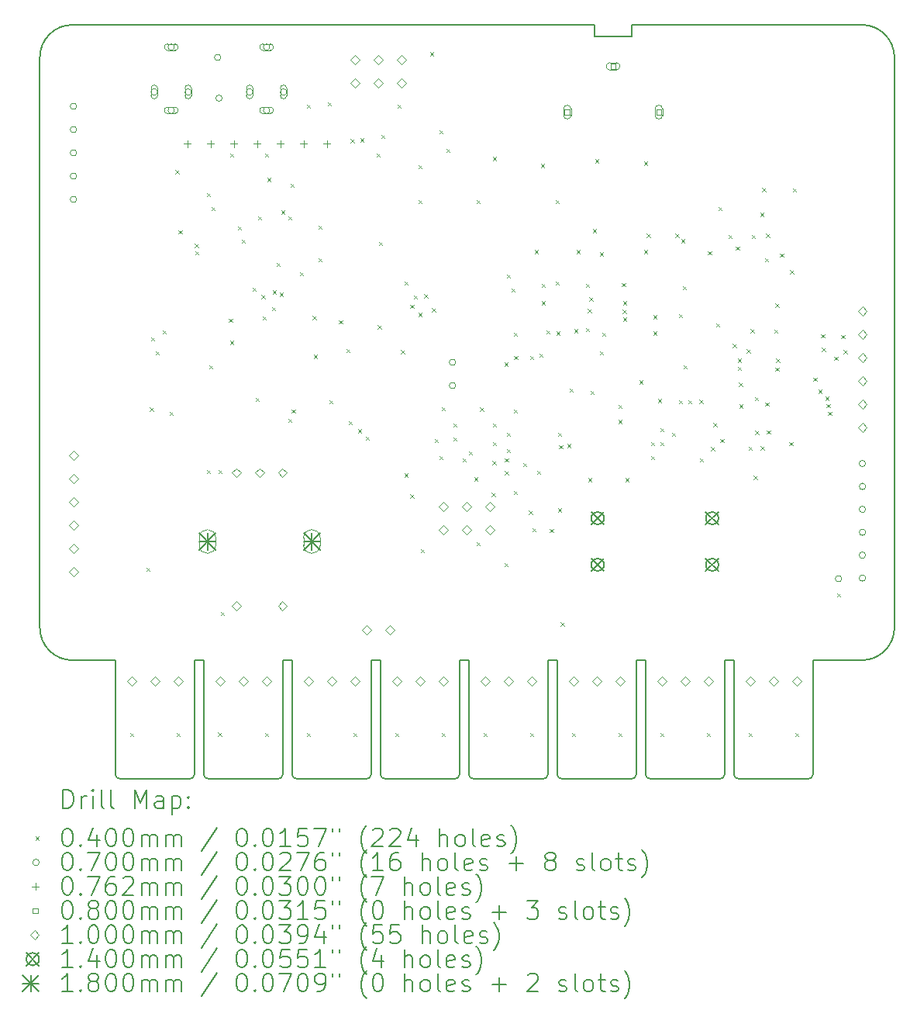
<source format=gbr>
%TF.GenerationSoftware,KiCad,Pcbnew,7.0.9-39-g1740aeca5e*%
%TF.CreationDate,2023-11-27T00:53:54+01:00*%
%TF.ProjectId,Synkino,53796e6b-696e-46f2-9e6b-696361645f70,rev?*%
%TF.SameCoordinates,Original*%
%TF.FileFunction,Drillmap*%
%TF.FilePolarity,Positive*%
%FSLAX45Y45*%
G04 Gerber Fmt 4.5, Leading zero omitted, Abs format (unit mm)*
G04 Created by KiCad (PCBNEW 7.0.9-39-g1740aeca5e) date 2023-11-27 00:53:54*
%MOMM*%
%LPD*%
G01*
G04 APERTURE LIST*
%ADD10C,0.150000*%
%ADD11C,0.200000*%
%ADD12C,0.100000*%
%ADD13C,0.140004*%
%ADD14C,0.180000*%
G04 APERTURE END LIST*
D10*
X16002000Y-4165600D02*
G75*
G03*
X15646400Y-3810000I-355600J0D01*
G01*
X7023100Y-3810000D02*
G75*
G03*
X6667500Y-4165600I0J-355600D01*
G01*
X6667500Y-10388600D02*
G75*
G03*
X7023100Y-10744200I355600J0D01*
G01*
X8458200Y-11988800D02*
G75*
G03*
X8509000Y-12039600I50800J0D01*
G01*
X9423400Y-11988800D02*
G75*
G03*
X9474200Y-12039600I50800J0D01*
G01*
X10388600Y-11988800D02*
G75*
G03*
X10439400Y-12039600I50800J0D01*
G01*
X11353800Y-11988800D02*
G75*
G03*
X11404600Y-12039600I50800J0D01*
G01*
X12319000Y-11988800D02*
G75*
G03*
X12369800Y-12039600I50800J0D01*
G01*
X13284200Y-11988800D02*
G75*
G03*
X13335000Y-12039600I50800J0D01*
G01*
X14249400Y-11988800D02*
G75*
G03*
X14300200Y-12039600I50800J0D01*
G01*
X15062200Y-12039600D02*
G75*
G03*
X15113000Y-11988800I0J50800D01*
G01*
X14097000Y-12039600D02*
G75*
G03*
X14147800Y-11988800I0J50800D01*
G01*
X13131800Y-12039600D02*
G75*
G03*
X13182600Y-11988800I0J50800D01*
G01*
X12166600Y-12039600D02*
G75*
G03*
X12217400Y-11988800I0J50800D01*
G01*
X11201400Y-12039600D02*
G75*
G03*
X11252200Y-11988800I0J50800D01*
G01*
X10236200Y-12039600D02*
G75*
G03*
X10287000Y-11988800I0J50800D01*
G01*
X9271000Y-12039600D02*
G75*
G03*
X9321800Y-11988800I0J50800D01*
G01*
X8305800Y-12039600D02*
G75*
G03*
X8356600Y-11988800I0J50800D01*
G01*
X12725400Y-3810000D02*
X7518400Y-3810000D01*
X9423400Y-10744200D02*
X9423400Y-11988800D01*
X14300200Y-12039600D02*
X15062200Y-12039600D01*
X11404600Y-12039600D02*
X12166600Y-12039600D01*
X9321800Y-10744200D02*
X9423400Y-10744200D01*
X14147800Y-11988800D02*
X14147800Y-10744200D01*
X14147800Y-10744200D02*
X14249400Y-10744200D01*
X8458200Y-10744200D02*
X8458200Y-11988800D01*
X10388600Y-10744200D02*
X10388600Y-11988800D01*
X15113000Y-11988800D02*
X15113000Y-10744200D01*
X7277100Y-10744200D02*
X7493000Y-10744200D01*
X10287000Y-10744200D02*
X10388600Y-10744200D01*
X13131800Y-3810000D02*
X15646400Y-3810000D01*
X12217400Y-10744200D02*
X12319000Y-10744200D01*
X13284200Y-10744200D02*
X13284200Y-11988800D01*
X11353800Y-10744200D02*
X11353800Y-11988800D01*
X7543800Y-12039600D02*
X8305800Y-12039600D01*
X8509000Y-12039600D02*
X9271000Y-12039600D01*
X13131800Y-3937000D02*
X13131800Y-3810000D01*
X9474200Y-12039600D02*
X10236200Y-12039600D01*
X13182600Y-11988800D02*
X13182600Y-10744200D01*
X7493000Y-10744200D02*
X7493000Y-11988800D01*
X9321800Y-11988800D02*
X9321800Y-10744200D01*
X12725400Y-3810000D02*
X12725400Y-3937000D01*
X15392400Y-10744200D02*
X15646400Y-10744200D01*
X6667500Y-4165600D02*
X6667500Y-10388600D01*
X8356600Y-11988800D02*
X8356600Y-10744200D01*
X16002000Y-4165600D02*
X16002000Y-10388600D01*
X7023100Y-10744200D02*
X7277100Y-10744200D01*
X7023100Y-3810000D02*
X7518400Y-3810000D01*
X15113000Y-10744200D02*
X15392400Y-10744200D01*
X12217400Y-11988800D02*
X12217400Y-10744200D01*
X13335000Y-12039600D02*
X14097000Y-12039600D01*
X15646400Y-10744200D02*
G75*
G03*
X16002000Y-10388600I0J355600D01*
G01*
X14249400Y-10744200D02*
X14249400Y-11988800D01*
X7493000Y-11988800D02*
G75*
G03*
X7543800Y-12039600I50800J0D01*
G01*
X13182600Y-10744200D02*
X13284200Y-10744200D01*
X10439400Y-12039600D02*
X11201400Y-12039600D01*
X12725400Y-3937000D02*
X13131800Y-3937000D01*
X11252200Y-11988800D02*
X11252200Y-10744200D01*
X10287000Y-11988800D02*
X10287000Y-10744200D01*
X11252200Y-10744200D02*
X11353800Y-10744200D01*
X12319000Y-10744200D02*
X12319000Y-11988800D01*
X12369800Y-12039600D02*
X13131800Y-12039600D01*
X8356600Y-10744200D02*
X8458200Y-10744200D01*
D11*
D12*
X7650800Y-11537000D02*
X7690800Y-11577000D01*
X7690800Y-11537000D02*
X7650800Y-11577000D01*
X7828600Y-9733600D02*
X7868600Y-9773600D01*
X7868600Y-9733600D02*
X7828600Y-9773600D01*
X7865669Y-7982542D02*
X7905669Y-8022542D01*
X7905669Y-7982542D02*
X7865669Y-8022542D01*
X7879400Y-7219000D02*
X7919400Y-7259000D01*
X7919400Y-7219000D02*
X7879400Y-7259000D01*
X7930200Y-7371400D02*
X7970200Y-7411400D01*
X7970200Y-7371400D02*
X7930200Y-7411400D01*
X8006400Y-7142800D02*
X8046400Y-7182800D01*
X8046400Y-7142800D02*
X8006400Y-7182800D01*
X8082600Y-8031800D02*
X8122600Y-8071800D01*
X8122600Y-8031800D02*
X8082600Y-8071800D01*
X8146075Y-5391527D02*
X8186075Y-5431527D01*
X8186075Y-5391527D02*
X8146075Y-5431527D01*
X8158800Y-11537000D02*
X8198800Y-11577000D01*
X8198800Y-11537000D02*
X8158800Y-11577000D01*
X8179250Y-6050600D02*
X8219250Y-6090600D01*
X8219250Y-6050600D02*
X8179250Y-6090600D01*
X8361038Y-6197131D02*
X8401038Y-6237131D01*
X8401038Y-6197131D02*
X8361038Y-6237131D01*
X8362000Y-6279200D02*
X8402000Y-6319200D01*
X8402000Y-6279200D02*
X8362000Y-6319200D01*
X8489000Y-5644200D02*
X8529000Y-5684200D01*
X8529000Y-5644200D02*
X8489000Y-5684200D01*
X8489000Y-8666800D02*
X8529000Y-8706800D01*
X8529000Y-8666800D02*
X8489000Y-8706800D01*
X8514400Y-7523800D02*
X8554400Y-7563800D01*
X8554400Y-7523800D02*
X8514400Y-7563800D01*
X8539800Y-5796600D02*
X8579800Y-5836600D01*
X8579800Y-5796600D02*
X8539800Y-5836600D01*
X8613217Y-11531491D02*
X8653217Y-11571491D01*
X8653217Y-11531491D02*
X8613217Y-11571491D01*
X8616000Y-8666800D02*
X8656000Y-8706800D01*
X8656000Y-8666800D02*
X8616000Y-8706800D01*
X8641400Y-10216200D02*
X8681400Y-10256200D01*
X8681400Y-10216200D02*
X8641400Y-10256200D01*
X8733050Y-7015800D02*
X8773050Y-7055800D01*
X8773050Y-7015800D02*
X8733050Y-7055800D01*
X8743000Y-5212400D02*
X8783000Y-5252400D01*
X8783000Y-5212400D02*
X8743000Y-5252400D01*
X8743000Y-7256050D02*
X8783000Y-7296050D01*
X8783000Y-7256050D02*
X8743000Y-7296050D01*
X8829000Y-6007500D02*
X8869000Y-6047500D01*
X8869000Y-6007500D02*
X8829000Y-6047500D01*
X8870000Y-6152200D02*
X8910000Y-6192200D01*
X8910000Y-6152200D02*
X8870000Y-6192200D01*
X8988875Y-6677475D02*
X9028875Y-6717475D01*
X9028875Y-6677475D02*
X8988875Y-6717475D01*
X9022400Y-7879400D02*
X9062400Y-7919400D01*
X9062400Y-7879400D02*
X9022400Y-7919400D01*
X9047800Y-5898200D02*
X9087800Y-5938200D01*
X9087800Y-5898200D02*
X9047800Y-5938200D01*
X9089388Y-6757853D02*
X9129388Y-6797853D01*
X9129388Y-6757853D02*
X9089388Y-6797853D01*
X9098600Y-6990400D02*
X9138600Y-7030400D01*
X9138600Y-6990400D02*
X9098600Y-7030400D01*
X9124000Y-5212400D02*
X9164000Y-5252400D01*
X9164000Y-5212400D02*
X9124000Y-5252400D01*
X9124000Y-11537000D02*
X9164000Y-11577000D01*
X9164000Y-11537000D02*
X9124000Y-11577000D01*
X9149400Y-5480099D02*
X9189400Y-5520099D01*
X9189400Y-5480099D02*
X9149400Y-5520099D01*
X9200200Y-6888800D02*
X9240200Y-6928800D01*
X9240200Y-6888800D02*
X9200200Y-6928800D01*
X9210240Y-6705462D02*
X9250240Y-6745462D01*
X9250240Y-6705462D02*
X9210240Y-6745462D01*
X9251000Y-6406200D02*
X9291000Y-6446200D01*
X9291000Y-6406200D02*
X9251000Y-6446200D01*
X9285499Y-6732597D02*
X9325499Y-6772597D01*
X9325499Y-6732597D02*
X9285499Y-6772597D01*
X9301800Y-5831800D02*
X9341800Y-5871800D01*
X9341800Y-5831800D02*
X9301800Y-5871800D01*
X9378000Y-5898200D02*
X9418000Y-5938200D01*
X9418000Y-5898200D02*
X9378000Y-5938200D01*
X9378000Y-8108000D02*
X9418000Y-8148000D01*
X9418000Y-8108000D02*
X9378000Y-8148000D01*
X9403400Y-5542600D02*
X9443400Y-5582600D01*
X9443400Y-5542600D02*
X9403400Y-5582600D01*
X9417099Y-8006400D02*
X9457099Y-8046400D01*
X9457099Y-8006400D02*
X9417099Y-8046400D01*
X9505000Y-6507800D02*
X9545000Y-6547800D01*
X9545000Y-6507800D02*
X9505000Y-6547800D01*
X9581200Y-4679000D02*
X9621200Y-4719000D01*
X9621200Y-4679000D02*
X9581200Y-4719000D01*
X9581200Y-11537000D02*
X9621200Y-11577000D01*
X9621200Y-11537000D02*
X9581200Y-11577000D01*
X9643701Y-6988074D02*
X9683701Y-7028074D01*
X9683701Y-6988074D02*
X9643701Y-7028074D01*
X9657400Y-7409500D02*
X9697400Y-7449500D01*
X9697400Y-7409500D02*
X9657400Y-7449500D01*
X9708200Y-5999800D02*
X9748200Y-6039800D01*
X9748200Y-5999800D02*
X9708200Y-6039800D01*
X9708200Y-6355400D02*
X9748200Y-6395400D01*
X9748200Y-6355400D02*
X9708200Y-6395400D01*
X9809800Y-4653600D02*
X9849800Y-4693600D01*
X9849800Y-4653600D02*
X9809800Y-4693600D01*
X9827053Y-7904874D02*
X9867053Y-7944874D01*
X9867053Y-7904874D02*
X9827053Y-7944874D01*
X9930898Y-7033274D02*
X9970898Y-7073274D01*
X9970898Y-7033274D02*
X9930898Y-7073274D01*
X10013000Y-7346000D02*
X10053000Y-7386000D01*
X10053000Y-7346000D02*
X10013000Y-7386000D01*
X10038400Y-8133400D02*
X10078400Y-8173400D01*
X10078400Y-8133400D02*
X10038400Y-8173400D01*
X10059434Y-5055936D02*
X10099434Y-5095936D01*
X10099434Y-5055936D02*
X10059434Y-5095936D01*
X10089200Y-11537000D02*
X10129200Y-11577000D01*
X10129200Y-11537000D02*
X10089200Y-11577000D01*
X10140000Y-8222300D02*
X10180000Y-8262300D01*
X10180000Y-8222300D02*
X10140000Y-8262300D01*
X10165400Y-5044550D02*
X10205400Y-5084550D01*
X10205400Y-5044550D02*
X10165400Y-5084550D01*
X10224790Y-8302610D02*
X10264790Y-8342610D01*
X10264790Y-8302610D02*
X10224790Y-8342610D01*
X10343200Y-5212400D02*
X10383200Y-5252400D01*
X10383200Y-5212400D02*
X10343200Y-5252400D01*
X10355150Y-7090275D02*
X10395150Y-7130275D01*
X10395150Y-7090275D02*
X10355150Y-7130275D01*
X10368600Y-6177600D02*
X10408600Y-6217600D01*
X10408600Y-6177600D02*
X10368600Y-6217600D01*
X10394000Y-5009200D02*
X10434000Y-5049200D01*
X10434000Y-5009200D02*
X10394000Y-5049200D01*
X10546400Y-11537000D02*
X10586400Y-11577000D01*
X10586400Y-11537000D02*
X10546400Y-11577000D01*
X10571800Y-4679000D02*
X10611800Y-4719000D01*
X10611800Y-4679000D02*
X10571800Y-4719000D01*
X10609900Y-7358700D02*
X10649900Y-7398700D01*
X10649900Y-7358700D02*
X10609900Y-7398700D01*
X10648000Y-6609400D02*
X10688000Y-6649400D01*
X10688000Y-6609400D02*
X10648000Y-6649400D01*
X10648000Y-8704900D02*
X10688000Y-8744900D01*
X10688000Y-8704900D02*
X10648000Y-8744900D01*
X10710501Y-6863400D02*
X10750501Y-6903400D01*
X10750501Y-6863400D02*
X10710501Y-6903400D01*
X10711500Y-8933500D02*
X10751500Y-8973500D01*
X10751500Y-8933500D02*
X10711500Y-8973500D01*
X10749600Y-6761731D02*
X10789600Y-6801731D01*
X10789600Y-6761731D02*
X10749600Y-6801731D01*
X10800400Y-5339400D02*
X10840400Y-5379400D01*
X10840400Y-5339400D02*
X10800400Y-5379400D01*
X10800400Y-5720400D02*
X10840400Y-5760400D01*
X10840400Y-5720400D02*
X10800400Y-5760400D01*
X10801305Y-6953487D02*
X10841305Y-6993487D01*
X10841305Y-6953487D02*
X10801305Y-6993487D01*
X10825800Y-9530400D02*
X10865800Y-9570400D01*
X10865800Y-9530400D02*
X10825800Y-9570400D01*
X10863008Y-6749992D02*
X10903008Y-6789992D01*
X10903008Y-6749992D02*
X10863008Y-6789992D01*
X10927400Y-4107500D02*
X10967400Y-4147500D01*
X10967400Y-4107500D02*
X10927400Y-4147500D01*
X10951125Y-6900407D02*
X10991125Y-6940407D01*
X10991125Y-6900407D02*
X10951125Y-6940407D01*
X10978200Y-8329150D02*
X11018200Y-8369150D01*
X11018200Y-8329150D02*
X10978200Y-8369150D01*
X11029000Y-8514400D02*
X11069000Y-8554400D01*
X11069000Y-8514400D02*
X11029000Y-8554400D01*
X11030581Y-4957596D02*
X11070581Y-4997596D01*
X11070581Y-4957596D02*
X11030581Y-4997596D01*
X11054400Y-7981000D02*
X11094400Y-8021000D01*
X11094400Y-7981000D02*
X11054400Y-8021000D01*
X11054400Y-11537000D02*
X11094400Y-11577000D01*
X11094400Y-11537000D02*
X11054400Y-11577000D01*
X11105200Y-5161600D02*
X11145200Y-5201600D01*
X11145200Y-5161600D02*
X11105200Y-5201600D01*
X11181400Y-8158800D02*
X11221400Y-8198800D01*
X11221400Y-8158800D02*
X11181400Y-8198800D01*
X11181400Y-8311200D02*
X11221400Y-8351200D01*
X11221400Y-8311200D02*
X11181400Y-8351200D01*
X11283000Y-8539800D02*
X11323000Y-8579800D01*
X11323000Y-8539800D02*
X11283000Y-8579800D01*
X11352450Y-8463600D02*
X11392450Y-8503600D01*
X11392450Y-8463600D02*
X11352450Y-8503600D01*
X11410000Y-8747502D02*
X11450000Y-8787502D01*
X11450000Y-8747502D02*
X11410000Y-8787502D01*
X11435400Y-5720400D02*
X11475400Y-5760400D01*
X11475400Y-5720400D02*
X11435400Y-5760400D01*
X11435400Y-9454200D02*
X11475400Y-9494200D01*
X11475400Y-9454200D02*
X11435400Y-9494200D01*
X11475510Y-7982499D02*
X11515510Y-8022499D01*
X11515510Y-7982499D02*
X11475510Y-8022499D01*
X11511600Y-11537000D02*
X11551600Y-11577000D01*
X11551600Y-11537000D02*
X11511600Y-11577000D01*
X11600744Y-8915250D02*
X11640744Y-8955250D01*
X11640744Y-8915250D02*
X11600744Y-8955250D01*
X11612400Y-8567660D02*
X11652400Y-8607660D01*
X11652400Y-8567660D02*
X11612400Y-8607660D01*
X11613200Y-5250500D02*
X11653200Y-5290500D01*
X11653200Y-5250500D02*
X11613200Y-5290500D01*
X11613200Y-8158800D02*
X11653200Y-8198800D01*
X11653200Y-8158800D02*
X11613200Y-8198800D01*
X11613200Y-8362000D02*
X11653200Y-8402000D01*
X11653200Y-8362000D02*
X11613200Y-8402000D01*
X11740200Y-7493500D02*
X11780200Y-7533500D01*
X11780200Y-7493500D02*
X11740200Y-7533500D01*
X11740200Y-9682800D02*
X11780200Y-9722800D01*
X11780200Y-9682800D02*
X11740200Y-9722800D01*
X11742401Y-8539800D02*
X11782401Y-8579800D01*
X11782401Y-8539800D02*
X11742401Y-8579800D01*
X11744092Y-8680499D02*
X11784092Y-8720499D01*
X11784092Y-8680499D02*
X11744092Y-8720499D01*
X11765600Y-6533200D02*
X11805600Y-6573200D01*
X11805600Y-6533200D02*
X11765600Y-6573200D01*
X11765600Y-8260400D02*
X11805600Y-8300400D01*
X11805600Y-8260400D02*
X11765600Y-8300400D01*
X11765600Y-8438200D02*
X11805600Y-8478200D01*
X11805600Y-8438200D02*
X11765600Y-8478200D01*
X11816400Y-6685600D02*
X11856400Y-6725600D01*
X11856400Y-6685600D02*
X11816400Y-6725600D01*
X11841800Y-7168200D02*
X11881800Y-7208200D01*
X11881800Y-7168200D02*
X11841800Y-7208200D01*
X11841800Y-8006400D02*
X11881800Y-8046400D01*
X11881800Y-8006400D02*
X11841800Y-8046400D01*
X11841800Y-8895400D02*
X11881800Y-8935400D01*
X11881800Y-8895400D02*
X11841800Y-8935400D01*
X11849518Y-7422094D02*
X11889518Y-7462094D01*
X11889518Y-7422094D02*
X11849518Y-7462094D01*
X11943400Y-8590600D02*
X11983400Y-8630600D01*
X11983400Y-8590600D02*
X11943400Y-8630600D01*
X12006900Y-9111300D02*
X12046900Y-9151300D01*
X12046900Y-9111300D02*
X12006900Y-9151300D01*
X12019600Y-7422097D02*
X12059600Y-7462097D01*
X12059600Y-7422097D02*
X12019600Y-7462097D01*
X12019600Y-11537000D02*
X12059600Y-11577000D01*
X12059600Y-11537000D02*
X12019600Y-11577000D01*
X12045000Y-9301800D02*
X12085000Y-9341800D01*
X12085000Y-9301800D02*
X12045000Y-9341800D01*
X12070400Y-6266500D02*
X12110400Y-6306500D01*
X12110400Y-6266500D02*
X12070400Y-6306500D01*
X12095800Y-8675270D02*
X12135800Y-8715270D01*
X12135800Y-8675270D02*
X12095800Y-8715270D01*
X12121200Y-7396800D02*
X12161200Y-7436800D01*
X12161200Y-7396800D02*
X12121200Y-7436800D01*
X12139752Y-5327773D02*
X12179752Y-5367773D01*
X12179752Y-5327773D02*
X12139752Y-5367773D01*
X12146600Y-6634800D02*
X12186600Y-6674800D01*
X12186600Y-6634800D02*
X12146600Y-6674800D01*
X12146600Y-6826602D02*
X12186600Y-6866602D01*
X12186600Y-6826602D02*
X12146600Y-6866602D01*
X12197400Y-7142800D02*
X12237400Y-7182800D01*
X12237400Y-7142800D02*
X12197400Y-7182800D01*
X12234109Y-9310077D02*
X12274109Y-9350077D01*
X12274109Y-9310077D02*
X12234109Y-9350077D01*
X12299000Y-5720400D02*
X12339000Y-5760400D01*
X12339000Y-5720400D02*
X12299000Y-5760400D01*
X12299000Y-6610399D02*
X12339000Y-6650399D01*
X12339000Y-6610399D02*
X12299000Y-6650399D01*
X12308040Y-7155450D02*
X12348040Y-7195450D01*
X12348040Y-7155450D02*
X12308040Y-7195450D01*
X12324400Y-8260400D02*
X12364400Y-8300400D01*
X12364400Y-8260400D02*
X12324400Y-8300400D01*
X12324400Y-9086950D02*
X12364400Y-9126950D01*
X12364400Y-9086950D02*
X12324400Y-9126950D01*
X12336842Y-8396647D02*
X12376842Y-8436647D01*
X12376842Y-8396647D02*
X12336842Y-8436647D01*
X12354750Y-10333027D02*
X12394750Y-10373027D01*
X12394750Y-10333027D02*
X12354750Y-10373027D01*
X12426000Y-8383187D02*
X12466000Y-8423187D01*
X12466000Y-8383187D02*
X12426000Y-8423187D01*
X12451400Y-7777800D02*
X12491400Y-7817800D01*
X12491400Y-7777800D02*
X12451400Y-7817800D01*
X12476800Y-11537000D02*
X12516800Y-11577000D01*
X12516800Y-11537000D02*
X12476800Y-11577000D01*
X12502200Y-7130100D02*
X12542200Y-7170100D01*
X12542200Y-7130100D02*
X12502200Y-7170100D01*
X12527600Y-6266500D02*
X12567600Y-6306500D01*
X12567600Y-6266500D02*
X12527600Y-6306500D01*
X12629200Y-6634800D02*
X12669200Y-6674800D01*
X12669200Y-6634800D02*
X12629200Y-6674800D01*
X12629200Y-7117400D02*
X12669200Y-7157400D01*
X12669200Y-7117400D02*
X12629200Y-7157400D01*
X12648550Y-6908150D02*
X12688550Y-6948150D01*
X12688550Y-6908150D02*
X12648550Y-6948150D01*
X12654600Y-8754701D02*
X12694600Y-8794701D01*
X12694600Y-8754701D02*
X12654600Y-8794701D01*
X12669238Y-6784680D02*
X12709238Y-6824680D01*
X12709238Y-6784680D02*
X12669238Y-6824680D01*
X12680000Y-7803200D02*
X12720000Y-7843200D01*
X12720000Y-7803200D02*
X12680000Y-7843200D01*
X12705400Y-6037900D02*
X12745400Y-6077900D01*
X12745400Y-6037900D02*
X12705400Y-6077900D01*
X12730800Y-5275900D02*
X12770800Y-5315900D01*
X12770800Y-5275900D02*
X12730800Y-5315900D01*
X12781600Y-6291900D02*
X12821600Y-6331900D01*
X12821600Y-6291900D02*
X12781600Y-6331900D01*
X12781600Y-7371400D02*
X12821600Y-7411400D01*
X12821600Y-7371400D02*
X12781600Y-7411400D01*
X12807000Y-7168250D02*
X12847000Y-7208250D01*
X12847000Y-7168250D02*
X12807000Y-7208250D01*
X12984800Y-7956100D02*
X13024800Y-7996100D01*
X13024800Y-7956100D02*
X12984800Y-7996100D01*
X12984800Y-8120700D02*
X13024800Y-8160700D01*
X13024800Y-8120700D02*
X12984800Y-8160700D01*
X12984800Y-11537000D02*
X13024800Y-11577000D01*
X13024800Y-11537000D02*
X12984800Y-11577000D01*
X13025900Y-6625700D02*
X13065900Y-6665700D01*
X13065900Y-6625700D02*
X13025900Y-6665700D01*
X13033954Y-6916356D02*
X13073954Y-6956356D01*
X13073954Y-6916356D02*
X13033954Y-6956356D01*
X13035600Y-6825300D02*
X13075600Y-6865300D01*
X13075600Y-6825300D02*
X13035600Y-6865300D01*
X13035600Y-7003100D02*
X13075600Y-7043100D01*
X13075600Y-7003100D02*
X13035600Y-7043100D01*
X13061000Y-8754701D02*
X13101000Y-8794701D01*
X13101000Y-8754701D02*
X13061000Y-8794701D01*
X13213400Y-7687901D02*
X13253400Y-7727901D01*
X13253400Y-7687901D02*
X13213400Y-7727901D01*
X13264200Y-5301300D02*
X13304200Y-5341300D01*
X13304200Y-5301300D02*
X13264200Y-5341300D01*
X13264200Y-6266500D02*
X13304200Y-6306500D01*
X13304200Y-6266500D02*
X13264200Y-6306500D01*
X13297201Y-6088700D02*
X13337201Y-6128700D01*
X13337201Y-6088700D02*
X13297201Y-6128700D01*
X13340400Y-8362000D02*
X13380400Y-8402000D01*
X13380400Y-8362000D02*
X13340400Y-8402000D01*
X13340400Y-8514400D02*
X13380400Y-8554400D01*
X13380400Y-8514400D02*
X13340400Y-8554400D01*
X13365800Y-6977700D02*
X13405800Y-7017700D01*
X13405800Y-6977700D02*
X13365800Y-7017700D01*
X13365800Y-7155500D02*
X13405800Y-7195500D01*
X13405800Y-7155500D02*
X13365800Y-7195500D01*
X13416600Y-7892100D02*
X13456600Y-7932100D01*
X13456600Y-7892100D02*
X13416600Y-7932100D01*
X13442000Y-8209600D02*
X13482000Y-8249600D01*
X13482000Y-8209600D02*
X13442000Y-8249600D01*
X13442000Y-8362000D02*
X13482000Y-8402000D01*
X13482000Y-8362000D02*
X13442000Y-8402000D01*
X13442000Y-11537000D02*
X13482000Y-11577000D01*
X13482000Y-11537000D02*
X13442000Y-11577000D01*
X13569000Y-8260400D02*
X13609000Y-8300400D01*
X13609000Y-8260400D02*
X13569000Y-8300400D01*
X13607400Y-6087500D02*
X13647400Y-6127500D01*
X13647400Y-6087500D02*
X13607400Y-6127500D01*
X13645200Y-6965000D02*
X13685200Y-7005000D01*
X13685200Y-6965000D02*
X13645200Y-7005000D01*
X13645200Y-7904800D02*
X13685200Y-7944800D01*
X13685200Y-7904800D02*
X13645200Y-7944800D01*
X13670600Y-6147874D02*
X13710600Y-6187874D01*
X13710600Y-6147874D02*
X13670600Y-6187874D01*
X13688399Y-6660200D02*
X13728399Y-6700200D01*
X13728399Y-6660200D02*
X13688399Y-6700200D01*
X13696000Y-7523800D02*
X13736000Y-7563800D01*
X13736000Y-7523800D02*
X13696000Y-7563800D01*
X13746800Y-7904800D02*
X13786800Y-7944800D01*
X13786800Y-7904800D02*
X13746800Y-7944800D01*
X13872131Y-7903482D02*
X13912131Y-7943482D01*
X13912131Y-7903482D02*
X13872131Y-7943482D01*
X13873800Y-8539800D02*
X13913800Y-8579800D01*
X13913800Y-8539800D02*
X13873800Y-8579800D01*
X13950000Y-11537000D02*
X13990000Y-11577000D01*
X13990000Y-11537000D02*
X13950000Y-11577000D01*
X13962991Y-6279491D02*
X14002991Y-6319491D01*
X14002991Y-6279491D02*
X13962991Y-6319491D01*
X13999497Y-8419638D02*
X14039497Y-8459638D01*
X14039497Y-8419638D02*
X13999497Y-8459638D01*
X14020105Y-8152705D02*
X14060105Y-8192705D01*
X14060105Y-8152705D02*
X14020105Y-8192705D01*
X14051600Y-7066600D02*
X14091600Y-7106600D01*
X14091600Y-7066600D02*
X14051600Y-7106600D01*
X14078050Y-5796600D02*
X14118050Y-5836600D01*
X14118050Y-5796600D02*
X14078050Y-5836600D01*
X14097079Y-8328710D02*
X14137079Y-8368710D01*
X14137079Y-8328710D02*
X14097079Y-8368710D01*
X14188242Y-6100350D02*
X14228242Y-6140350D01*
X14228242Y-6100350D02*
X14188242Y-6140350D01*
X14234400Y-7289500D02*
X14274400Y-7329500D01*
X14274400Y-7289500D02*
X14234400Y-7329500D01*
X14267500Y-6228400D02*
X14307500Y-6268400D01*
X14307500Y-6228400D02*
X14267500Y-6268400D01*
X14289111Y-7452015D02*
X14329111Y-7492015D01*
X14329111Y-7452015D02*
X14289111Y-7492015D01*
X14290000Y-7541293D02*
X14330000Y-7581293D01*
X14330000Y-7541293D02*
X14290000Y-7581293D01*
X14301975Y-7714347D02*
X14341975Y-7754347D01*
X14341975Y-7714347D02*
X14301975Y-7754347D01*
X14307375Y-7953639D02*
X14347375Y-7993639D01*
X14347375Y-7953639D02*
X14307375Y-7993639D01*
X14388376Y-7353219D02*
X14428376Y-7393219D01*
X14428376Y-7353219D02*
X14388376Y-7393219D01*
X14407200Y-8412800D02*
X14447200Y-8452800D01*
X14447200Y-8412800D02*
X14407200Y-8452800D01*
X14407200Y-11537000D02*
X14447200Y-11577000D01*
X14447200Y-11537000D02*
X14407200Y-11577000D01*
X14430205Y-7132495D02*
X14470205Y-7172495D01*
X14470205Y-7132495D02*
X14430205Y-7172495D01*
X14441550Y-6101400D02*
X14481550Y-6141400D01*
X14481550Y-6101400D02*
X14441550Y-6141400D01*
X14465400Y-8729500D02*
X14505400Y-8769500D01*
X14505400Y-8729500D02*
X14465400Y-8769500D01*
X14475012Y-7870056D02*
X14515012Y-7910056D01*
X14515012Y-7870056D02*
X14475012Y-7910056D01*
X14479704Y-8237499D02*
X14519704Y-8277499D01*
X14519704Y-8237499D02*
X14479704Y-8277499D01*
X14534200Y-5860100D02*
X14574200Y-5900100D01*
X14574200Y-5860100D02*
X14534200Y-5900100D01*
X14542205Y-8408500D02*
X14582205Y-8448500D01*
X14582205Y-8408500D02*
X14542205Y-8448500D01*
X14557400Y-5587500D02*
X14597400Y-5627500D01*
X14597400Y-5587500D02*
X14557400Y-5627500D01*
X14585000Y-6355400D02*
X14625000Y-6395400D01*
X14625000Y-6355400D02*
X14585000Y-6395400D01*
X14590414Y-7930097D02*
X14630414Y-7970097D01*
X14630414Y-7930097D02*
X14590414Y-7970097D01*
X14601450Y-6088700D02*
X14641450Y-6128700D01*
X14641450Y-6088700D02*
X14601450Y-6128700D01*
X14604705Y-8234805D02*
X14644705Y-8274805D01*
X14644705Y-8234805D02*
X14604705Y-8274805D01*
X14687450Y-7133950D02*
X14727450Y-7173950D01*
X14727450Y-7133950D02*
X14687450Y-7173950D01*
X14699300Y-6850700D02*
X14739300Y-6890700D01*
X14739300Y-6850700D02*
X14699300Y-6890700D01*
X14699400Y-7549500D02*
X14739400Y-7589500D01*
X14739400Y-7549500D02*
X14699400Y-7589500D01*
X14710400Y-7449500D02*
X14750400Y-7489500D01*
X14750400Y-7449500D02*
X14710400Y-7489500D01*
X14750100Y-6304600D02*
X14790100Y-6344600D01*
X14790100Y-6304600D02*
X14750100Y-6344600D01*
X14850700Y-8361212D02*
X14890700Y-8401213D01*
X14890700Y-8361212D02*
X14850700Y-8401213D01*
X14861516Y-6485284D02*
X14901516Y-6525284D01*
X14901516Y-6485284D02*
X14861516Y-6525284D01*
X14889800Y-5593400D02*
X14929800Y-5633400D01*
X14929800Y-5593400D02*
X14889800Y-5633400D01*
X14915200Y-11537000D02*
X14955200Y-11577000D01*
X14955200Y-11537000D02*
X14915200Y-11577000D01*
X15117717Y-7659447D02*
X15157717Y-7699447D01*
X15157717Y-7659447D02*
X15117717Y-7699447D01*
X15169200Y-7790500D02*
X15209200Y-7830500D01*
X15209200Y-7790500D02*
X15169200Y-7830500D01*
X15200871Y-7186151D02*
X15240871Y-7226151D01*
X15240871Y-7186151D02*
X15200871Y-7226151D01*
X15206301Y-7333300D02*
X15246301Y-7373300D01*
X15246301Y-7333300D02*
X15206301Y-7373300D01*
X15245568Y-7866532D02*
X15285568Y-7906532D01*
X15285568Y-7866532D02*
X15245568Y-7906532D01*
X15261478Y-7946082D02*
X15301478Y-7986082D01*
X15301478Y-7946082D02*
X15261478Y-7986082D01*
X15278194Y-8031063D02*
X15318194Y-8071063D01*
X15318194Y-8031063D02*
X15278194Y-8071063D01*
X15343400Y-7429500D02*
X15383400Y-7469500D01*
X15383400Y-7429500D02*
X15343400Y-7469500D01*
X15372400Y-10013000D02*
X15412400Y-10053000D01*
X15412400Y-10013000D02*
X15372400Y-10053000D01*
X15418981Y-7193600D02*
X15458981Y-7233600D01*
X15458981Y-7193600D02*
X15418981Y-7233600D01*
X15446534Y-7358700D02*
X15486534Y-7398700D01*
X15486534Y-7358700D02*
X15446534Y-7398700D01*
X7070800Y-4699000D02*
G75*
G03*
X7070800Y-4699000I-35000J0D01*
G01*
X7070800Y-4953000D02*
G75*
G03*
X7070800Y-4953000I-35000J0D01*
G01*
X7070800Y-5207000D02*
G75*
G03*
X7070800Y-5207000I-35000J0D01*
G01*
X7070800Y-5461000D02*
G75*
G03*
X7070800Y-5461000I-35000J0D01*
G01*
X7070800Y-5715000D02*
G75*
G03*
X7070800Y-5715000I-35000J0D01*
G01*
X7952600Y-4542600D02*
G75*
G03*
X7952600Y-4542600I-35000J0D01*
G01*
X7882600Y-4502600D02*
X7882600Y-4582600D01*
X7882600Y-4582600D02*
G75*
G03*
X7952600Y-4582600I35000J0D01*
G01*
X7952600Y-4582600D02*
X7952600Y-4502600D01*
X7952600Y-4502600D02*
G75*
G03*
X7882600Y-4502600I-35000J0D01*
G01*
X8137600Y-4052600D02*
G75*
G03*
X8137600Y-4052600I-35000J0D01*
G01*
X8062600Y-4087600D02*
X8142600Y-4087600D01*
X8142600Y-4087600D02*
G75*
G03*
X8142600Y-4017600I0J35000D01*
G01*
X8142600Y-4017600D02*
X8062600Y-4017600D01*
X8062600Y-4017600D02*
G75*
G03*
X8062600Y-4087600I0J-35000D01*
G01*
X8137600Y-4742600D02*
G75*
G03*
X8137600Y-4742600I-35000J0D01*
G01*
X8062600Y-4777600D02*
X8142600Y-4777600D01*
X8142600Y-4777600D02*
G75*
G03*
X8142600Y-4707600I0J35000D01*
G01*
X8142600Y-4707600D02*
X8062600Y-4707600D01*
X8062600Y-4707600D02*
G75*
G03*
X8062600Y-4777600I0J-35000D01*
G01*
X8322600Y-4542600D02*
G75*
G03*
X8322600Y-4542600I-35000J0D01*
G01*
X8252600Y-4502600D02*
X8252600Y-4582600D01*
X8252600Y-4582600D02*
G75*
G03*
X8322600Y-4582600I35000J0D01*
G01*
X8322600Y-4582600D02*
X8322600Y-4502600D01*
X8322600Y-4502600D02*
G75*
G03*
X8252600Y-4502600I-35000J0D01*
G01*
X8645600Y-4165600D02*
G75*
G03*
X8645600Y-4165600I-35000J0D01*
G01*
X8658300Y-4610100D02*
G75*
G03*
X8658300Y-4610100I-35000J0D01*
G01*
X8994000Y-4542600D02*
G75*
G03*
X8994000Y-4542600I-35000J0D01*
G01*
X8924000Y-4502600D02*
X8924000Y-4582600D01*
X8924000Y-4582600D02*
G75*
G03*
X8994000Y-4582600I35000J0D01*
G01*
X8994000Y-4582600D02*
X8994000Y-4502600D01*
X8994000Y-4502600D02*
G75*
G03*
X8924000Y-4502600I-35000J0D01*
G01*
X9179000Y-4052600D02*
G75*
G03*
X9179000Y-4052600I-35000J0D01*
G01*
X9104000Y-4087600D02*
X9184000Y-4087600D01*
X9184000Y-4087600D02*
G75*
G03*
X9184000Y-4017600I0J35000D01*
G01*
X9184000Y-4017600D02*
X9104000Y-4017600D01*
X9104000Y-4017600D02*
G75*
G03*
X9104000Y-4087600I0J-35000D01*
G01*
X9179000Y-4742600D02*
G75*
G03*
X9179000Y-4742600I-35000J0D01*
G01*
X9104000Y-4777600D02*
X9184000Y-4777600D01*
X9184000Y-4777600D02*
G75*
G03*
X9184000Y-4707600I0J35000D01*
G01*
X9184000Y-4707600D02*
X9104000Y-4707600D01*
X9104000Y-4707600D02*
G75*
G03*
X9104000Y-4777600I0J-35000D01*
G01*
X9364000Y-4542600D02*
G75*
G03*
X9364000Y-4542600I-35000J0D01*
G01*
X9294000Y-4502600D02*
X9294000Y-4582600D01*
X9294000Y-4582600D02*
G75*
G03*
X9364000Y-4582600I35000J0D01*
G01*
X9364000Y-4582600D02*
X9364000Y-4502600D01*
X9364000Y-4502600D02*
G75*
G03*
X9294000Y-4502600I-35000J0D01*
G01*
X11211000Y-7493000D02*
G75*
G03*
X11211000Y-7493000I-35000J0D01*
G01*
X11211000Y-7747000D02*
G75*
G03*
X11211000Y-7747000I-35000J0D01*
G01*
X15427400Y-9855200D02*
G75*
G03*
X15427400Y-9855200I-35000J0D01*
G01*
X15687400Y-8598300D02*
G75*
G03*
X15687400Y-8598300I-35000J0D01*
G01*
X15687400Y-8848300D02*
G75*
G03*
X15687400Y-8848300I-35000J0D01*
G01*
X15687400Y-9098300D02*
G75*
G03*
X15687400Y-9098300I-35000J0D01*
G01*
X15687400Y-9348300D02*
G75*
G03*
X15687400Y-9348300I-35000J0D01*
G01*
X15687400Y-9598300D02*
G75*
G03*
X15687400Y-9598300I-35000J0D01*
G01*
X15687400Y-9848300D02*
G75*
G03*
X15687400Y-9848300I-35000J0D01*
G01*
X8280400Y-5067300D02*
X8280400Y-5143500D01*
X8242300Y-5105400D02*
X8318500Y-5105400D01*
X8534400Y-5067300D02*
X8534400Y-5143500D01*
X8496300Y-5105400D02*
X8572500Y-5105400D01*
X8788400Y-5067300D02*
X8788400Y-5143500D01*
X8750300Y-5105400D02*
X8826500Y-5105400D01*
X9042400Y-5067300D02*
X9042400Y-5143500D01*
X9004300Y-5105400D02*
X9080500Y-5105400D01*
X9296400Y-5067300D02*
X9296400Y-5143500D01*
X9258300Y-5105400D02*
X9334500Y-5105400D01*
X9550400Y-5067300D02*
X9550400Y-5143500D01*
X9512300Y-5105400D02*
X9588500Y-5105400D01*
X9804400Y-5067300D02*
X9804400Y-5143500D01*
X9766300Y-5105400D02*
X9842500Y-5105400D01*
X12456884Y-4790785D02*
X12456884Y-4734216D01*
X12400315Y-4734216D01*
X12400315Y-4790785D01*
X12456884Y-4790785D01*
X12388600Y-4727500D02*
X12388600Y-4797500D01*
X12388600Y-4797500D02*
G75*
G03*
X12468600Y-4797500I40000J0D01*
G01*
X12468600Y-4797500D02*
X12468600Y-4727500D01*
X12468600Y-4727500D02*
G75*
G03*
X12388600Y-4727500I-40000J0D01*
G01*
X12956884Y-4290785D02*
X12956884Y-4234216D01*
X12900315Y-4234216D01*
X12900315Y-4290785D01*
X12956884Y-4290785D01*
X12893600Y-4302500D02*
X12963600Y-4302500D01*
X12963600Y-4302500D02*
G75*
G03*
X12963600Y-4222500I0J40000D01*
G01*
X12963600Y-4222500D02*
X12893600Y-4222500D01*
X12893600Y-4222500D02*
G75*
G03*
X12893600Y-4302500I0J-40000D01*
G01*
X13456884Y-4790785D02*
X13456884Y-4734216D01*
X13400315Y-4734216D01*
X13400315Y-4790785D01*
X13456884Y-4790785D01*
X13388600Y-4727500D02*
X13388600Y-4797500D01*
X13388600Y-4797500D02*
G75*
G03*
X13468600Y-4797500I40000J0D01*
G01*
X13468600Y-4797500D02*
X13468600Y-4727500D01*
X13468600Y-4727500D02*
G75*
G03*
X13388600Y-4727500I-40000J0D01*
G01*
X7035800Y-8559000D02*
X7085800Y-8509000D01*
X7035800Y-8459000D01*
X6985800Y-8509000D01*
X7035800Y-8559000D01*
X7035800Y-8813000D02*
X7085800Y-8763000D01*
X7035800Y-8713000D01*
X6985800Y-8763000D01*
X7035800Y-8813000D01*
X7035800Y-9067000D02*
X7085800Y-9017000D01*
X7035800Y-8967000D01*
X6985800Y-9017000D01*
X7035800Y-9067000D01*
X7035800Y-9321000D02*
X7085800Y-9271000D01*
X7035800Y-9221000D01*
X6985800Y-9271000D01*
X7035800Y-9321000D01*
X7035800Y-9575000D02*
X7085800Y-9525000D01*
X7035800Y-9475000D01*
X6985800Y-9525000D01*
X7035800Y-9575000D01*
X7035800Y-9829000D02*
X7085800Y-9779000D01*
X7035800Y-9729000D01*
X6985800Y-9779000D01*
X7035800Y-9829000D01*
X7670800Y-11022800D02*
X7720800Y-10972800D01*
X7670800Y-10922800D01*
X7620800Y-10972800D01*
X7670800Y-11022800D01*
X7924800Y-11022800D02*
X7974800Y-10972800D01*
X7924800Y-10922800D01*
X7874800Y-10972800D01*
X7924800Y-11022800D01*
X8178800Y-11022800D02*
X8228800Y-10972800D01*
X8178800Y-10922800D01*
X8128800Y-10972800D01*
X8178800Y-11022800D01*
X8636000Y-11022800D02*
X8686000Y-10972800D01*
X8636000Y-10922800D01*
X8586000Y-10972800D01*
X8636000Y-11022800D01*
X8817800Y-8748800D02*
X8867800Y-8698800D01*
X8817800Y-8648800D01*
X8767800Y-8698800D01*
X8817800Y-8748800D01*
X8817800Y-10198800D02*
X8867800Y-10148800D01*
X8817800Y-10098800D01*
X8767800Y-10148800D01*
X8817800Y-10198800D01*
X8890000Y-11022800D02*
X8940000Y-10972800D01*
X8890000Y-10922800D01*
X8840000Y-10972800D01*
X8890000Y-11022800D01*
X9067800Y-8748800D02*
X9117800Y-8698800D01*
X9067800Y-8648800D01*
X9017800Y-8698800D01*
X9067800Y-8748800D01*
X9144000Y-11022800D02*
X9194000Y-10972800D01*
X9144000Y-10922800D01*
X9094000Y-10972800D01*
X9144000Y-11022800D01*
X9317800Y-8748800D02*
X9367800Y-8698800D01*
X9317800Y-8648800D01*
X9267800Y-8698800D01*
X9317800Y-8748800D01*
X9317800Y-10198800D02*
X9367800Y-10148800D01*
X9317800Y-10098800D01*
X9267800Y-10148800D01*
X9317800Y-10198800D01*
X9601200Y-11022800D02*
X9651200Y-10972800D01*
X9601200Y-10922800D01*
X9551200Y-10972800D01*
X9601200Y-11022800D01*
X9855200Y-11022800D02*
X9905200Y-10972800D01*
X9855200Y-10922800D01*
X9805200Y-10972800D01*
X9855200Y-11022800D01*
X10109200Y-4241000D02*
X10159200Y-4191000D01*
X10109200Y-4141000D01*
X10059200Y-4191000D01*
X10109200Y-4241000D01*
X10109200Y-4495000D02*
X10159200Y-4445000D01*
X10109200Y-4395000D01*
X10059200Y-4445000D01*
X10109200Y-4495000D01*
X10109200Y-11022800D02*
X10159200Y-10972800D01*
X10109200Y-10922800D01*
X10059200Y-10972800D01*
X10109200Y-11022800D01*
X10235700Y-10464000D02*
X10285700Y-10414000D01*
X10235700Y-10364000D01*
X10185700Y-10414000D01*
X10235700Y-10464000D01*
X10363200Y-4241000D02*
X10413200Y-4191000D01*
X10363200Y-4141000D01*
X10313200Y-4191000D01*
X10363200Y-4241000D01*
X10363200Y-4495000D02*
X10413200Y-4445000D01*
X10363200Y-4395000D01*
X10313200Y-4445000D01*
X10363200Y-4495000D01*
X10489700Y-10464000D02*
X10539700Y-10414000D01*
X10489700Y-10364000D01*
X10439700Y-10414000D01*
X10489700Y-10464000D01*
X10566400Y-11022800D02*
X10616400Y-10972800D01*
X10566400Y-10922800D01*
X10516400Y-10972800D01*
X10566400Y-11022800D01*
X10617200Y-4241000D02*
X10667200Y-4191000D01*
X10617200Y-4141000D01*
X10567200Y-4191000D01*
X10617200Y-4241000D01*
X10617200Y-4495000D02*
X10667200Y-4445000D01*
X10617200Y-4395000D01*
X10567200Y-4445000D01*
X10617200Y-4495000D01*
X10820400Y-11022800D02*
X10870400Y-10972800D01*
X10820400Y-10922800D01*
X10770400Y-10972800D01*
X10820400Y-11022800D01*
X11074400Y-9117800D02*
X11124400Y-9067800D01*
X11074400Y-9017800D01*
X11024400Y-9067800D01*
X11074400Y-9117800D01*
X11074400Y-9371800D02*
X11124400Y-9321800D01*
X11074400Y-9271800D01*
X11024400Y-9321800D01*
X11074400Y-9371800D01*
X11074400Y-11022800D02*
X11124400Y-10972800D01*
X11074400Y-10922800D01*
X11024400Y-10972800D01*
X11074400Y-11022800D01*
X11328400Y-9117800D02*
X11378400Y-9067800D01*
X11328400Y-9017800D01*
X11278400Y-9067800D01*
X11328400Y-9117800D01*
X11328400Y-9371800D02*
X11378400Y-9321800D01*
X11328400Y-9271800D01*
X11278400Y-9321800D01*
X11328400Y-9371800D01*
X11531600Y-11022800D02*
X11581600Y-10972800D01*
X11531600Y-10922800D01*
X11481600Y-10972800D01*
X11531600Y-11022800D01*
X11582400Y-9117800D02*
X11632400Y-9067800D01*
X11582400Y-9017800D01*
X11532400Y-9067800D01*
X11582400Y-9117800D01*
X11582400Y-9371800D02*
X11632400Y-9321800D01*
X11582400Y-9271800D01*
X11532400Y-9321800D01*
X11582400Y-9371800D01*
X11785600Y-11022800D02*
X11835600Y-10972800D01*
X11785600Y-10922800D01*
X11735600Y-10972800D01*
X11785600Y-11022800D01*
X12039600Y-11022800D02*
X12089600Y-10972800D01*
X12039600Y-10922800D01*
X11989600Y-10972800D01*
X12039600Y-11022800D01*
X12496800Y-11022800D02*
X12546800Y-10972800D01*
X12496800Y-10922800D01*
X12446800Y-10972800D01*
X12496800Y-11022800D01*
X12750800Y-11022800D02*
X12800800Y-10972800D01*
X12750800Y-10922800D01*
X12700800Y-10972800D01*
X12750800Y-11022800D01*
X13004800Y-11022800D02*
X13054800Y-10972800D01*
X13004800Y-10922800D01*
X12954800Y-10972800D01*
X13004800Y-11022800D01*
X13462000Y-11022800D02*
X13512000Y-10972800D01*
X13462000Y-10922800D01*
X13412000Y-10972800D01*
X13462000Y-11022800D01*
X13716000Y-11022800D02*
X13766000Y-10972800D01*
X13716000Y-10922800D01*
X13666000Y-10972800D01*
X13716000Y-11022800D01*
X13970000Y-11022800D02*
X14020000Y-10972800D01*
X13970000Y-10922800D01*
X13920000Y-10972800D01*
X13970000Y-11022800D01*
X14427200Y-11022800D02*
X14477200Y-10972800D01*
X14427200Y-10922800D01*
X14377200Y-10972800D01*
X14427200Y-11022800D01*
X14681200Y-11022800D02*
X14731200Y-10972800D01*
X14681200Y-10922800D01*
X14631200Y-10972800D01*
X14681200Y-11022800D01*
X14935200Y-11022800D02*
X14985200Y-10972800D01*
X14935200Y-10922800D01*
X14885200Y-10972800D01*
X14935200Y-11022800D01*
X15652400Y-6982500D02*
X15702400Y-6932500D01*
X15652400Y-6882500D01*
X15602400Y-6932500D01*
X15652400Y-6982500D01*
X15652400Y-7236500D02*
X15702400Y-7186500D01*
X15652400Y-7136500D01*
X15602400Y-7186500D01*
X15652400Y-7236500D01*
X15652400Y-7490500D02*
X15702400Y-7440500D01*
X15652400Y-7390500D01*
X15602400Y-7440500D01*
X15652400Y-7490500D01*
X15652400Y-7744500D02*
X15702400Y-7694500D01*
X15652400Y-7644500D01*
X15602400Y-7694500D01*
X15652400Y-7744500D01*
X15652400Y-7998500D02*
X15702400Y-7948500D01*
X15652400Y-7898500D01*
X15602400Y-7948500D01*
X15652400Y-7998500D01*
X15652400Y-8252500D02*
X15702400Y-8202500D01*
X15652400Y-8152500D01*
X15602400Y-8202500D01*
X15652400Y-8252500D01*
D13*
X12690798Y-9124798D02*
X12830802Y-9264802D01*
X12830802Y-9124798D02*
X12690798Y-9264802D01*
X12830802Y-9194800D02*
G75*
G03*
X12830802Y-9194800I-70002J0D01*
G01*
X12690798Y-9632798D02*
X12830802Y-9772802D01*
X12830802Y-9632798D02*
X12690798Y-9772802D01*
X12830802Y-9702800D02*
G75*
G03*
X12830802Y-9702800I-70002J0D01*
G01*
X13940798Y-9124798D02*
X14080802Y-9264802D01*
X14080802Y-9124798D02*
X13940798Y-9264802D01*
X14080802Y-9194800D02*
G75*
G03*
X14080802Y-9194800I-70002J0D01*
G01*
X13940798Y-9632798D02*
X14080802Y-9772802D01*
X14080802Y-9632798D02*
X13940798Y-9772802D01*
X14080802Y-9702800D02*
G75*
G03*
X14080802Y-9702800I-70002J0D01*
G01*
D14*
X8407800Y-9358800D02*
X8587800Y-9538800D01*
X8587800Y-9358800D02*
X8407800Y-9538800D01*
X8497800Y-9358800D02*
X8497800Y-9538800D01*
X8407800Y-9448800D02*
X8587800Y-9448800D01*
D12*
X8587800Y-9488800D02*
X8587800Y-9408800D01*
X8587800Y-9408800D02*
G75*
G03*
X8407800Y-9408800I-90000J0D01*
G01*
X8407800Y-9408800D02*
X8407800Y-9488800D01*
X8407800Y-9488800D02*
G75*
G03*
X8587800Y-9488800I90000J0D01*
G01*
D14*
X9547800Y-9358800D02*
X9727800Y-9538800D01*
X9727800Y-9358800D02*
X9547800Y-9538800D01*
X9637800Y-9358800D02*
X9637800Y-9538800D01*
X9547800Y-9448800D02*
X9727800Y-9448800D01*
D12*
X9727800Y-9488800D02*
X9727800Y-9408800D01*
X9727800Y-9408800D02*
G75*
G03*
X9547800Y-9408800I-90000J0D01*
G01*
X9547800Y-9408800D02*
X9547800Y-9488800D01*
X9547800Y-9488800D02*
G75*
G03*
X9727800Y-9488800I90000J0D01*
G01*
D11*
X6920777Y-12358584D02*
X6920777Y-12158584D01*
X6920777Y-12158584D02*
X6968396Y-12158584D01*
X6968396Y-12158584D02*
X6996967Y-12168108D01*
X6996967Y-12168108D02*
X7016015Y-12187155D01*
X7016015Y-12187155D02*
X7025539Y-12206203D01*
X7025539Y-12206203D02*
X7035062Y-12244298D01*
X7035062Y-12244298D02*
X7035062Y-12272869D01*
X7035062Y-12272869D02*
X7025539Y-12310965D01*
X7025539Y-12310965D02*
X7016015Y-12330012D01*
X7016015Y-12330012D02*
X6996967Y-12349060D01*
X6996967Y-12349060D02*
X6968396Y-12358584D01*
X6968396Y-12358584D02*
X6920777Y-12358584D01*
X7120777Y-12358584D02*
X7120777Y-12225250D01*
X7120777Y-12263346D02*
X7130301Y-12244298D01*
X7130301Y-12244298D02*
X7139824Y-12234774D01*
X7139824Y-12234774D02*
X7158872Y-12225250D01*
X7158872Y-12225250D02*
X7177920Y-12225250D01*
X7244586Y-12358584D02*
X7244586Y-12225250D01*
X7244586Y-12158584D02*
X7235062Y-12168108D01*
X7235062Y-12168108D02*
X7244586Y-12177631D01*
X7244586Y-12177631D02*
X7254110Y-12168108D01*
X7254110Y-12168108D02*
X7244586Y-12158584D01*
X7244586Y-12158584D02*
X7244586Y-12177631D01*
X7368396Y-12358584D02*
X7349348Y-12349060D01*
X7349348Y-12349060D02*
X7339824Y-12330012D01*
X7339824Y-12330012D02*
X7339824Y-12158584D01*
X7473158Y-12358584D02*
X7454110Y-12349060D01*
X7454110Y-12349060D02*
X7444586Y-12330012D01*
X7444586Y-12330012D02*
X7444586Y-12158584D01*
X7701729Y-12358584D02*
X7701729Y-12158584D01*
X7701729Y-12158584D02*
X7768396Y-12301441D01*
X7768396Y-12301441D02*
X7835062Y-12158584D01*
X7835062Y-12158584D02*
X7835062Y-12358584D01*
X8016015Y-12358584D02*
X8016015Y-12253822D01*
X8016015Y-12253822D02*
X8006491Y-12234774D01*
X8006491Y-12234774D02*
X7987443Y-12225250D01*
X7987443Y-12225250D02*
X7949348Y-12225250D01*
X7949348Y-12225250D02*
X7930301Y-12234774D01*
X8016015Y-12349060D02*
X7996967Y-12358584D01*
X7996967Y-12358584D02*
X7949348Y-12358584D01*
X7949348Y-12358584D02*
X7930301Y-12349060D01*
X7930301Y-12349060D02*
X7920777Y-12330012D01*
X7920777Y-12330012D02*
X7920777Y-12310965D01*
X7920777Y-12310965D02*
X7930301Y-12291917D01*
X7930301Y-12291917D02*
X7949348Y-12282393D01*
X7949348Y-12282393D02*
X7996967Y-12282393D01*
X7996967Y-12282393D02*
X8016015Y-12272869D01*
X8111253Y-12225250D02*
X8111253Y-12425250D01*
X8111253Y-12234774D02*
X8130301Y-12225250D01*
X8130301Y-12225250D02*
X8168396Y-12225250D01*
X8168396Y-12225250D02*
X8187443Y-12234774D01*
X8187443Y-12234774D02*
X8196967Y-12244298D01*
X8196967Y-12244298D02*
X8206491Y-12263346D01*
X8206491Y-12263346D02*
X8206491Y-12320488D01*
X8206491Y-12320488D02*
X8196967Y-12339536D01*
X8196967Y-12339536D02*
X8187443Y-12349060D01*
X8187443Y-12349060D02*
X8168396Y-12358584D01*
X8168396Y-12358584D02*
X8130301Y-12358584D01*
X8130301Y-12358584D02*
X8111253Y-12349060D01*
X8292205Y-12339536D02*
X8301729Y-12349060D01*
X8301729Y-12349060D02*
X8292205Y-12358584D01*
X8292205Y-12358584D02*
X8282682Y-12349060D01*
X8282682Y-12349060D02*
X8292205Y-12339536D01*
X8292205Y-12339536D02*
X8292205Y-12358584D01*
X8292205Y-12234774D02*
X8301729Y-12244298D01*
X8301729Y-12244298D02*
X8292205Y-12253822D01*
X8292205Y-12253822D02*
X8282682Y-12244298D01*
X8282682Y-12244298D02*
X8292205Y-12234774D01*
X8292205Y-12234774D02*
X8292205Y-12253822D01*
D12*
X6620000Y-12667100D02*
X6660000Y-12707100D01*
X6660000Y-12667100D02*
X6620000Y-12707100D01*
D11*
X6958872Y-12578584D02*
X6977920Y-12578584D01*
X6977920Y-12578584D02*
X6996967Y-12588108D01*
X6996967Y-12588108D02*
X7006491Y-12597631D01*
X7006491Y-12597631D02*
X7016015Y-12616679D01*
X7016015Y-12616679D02*
X7025539Y-12654774D01*
X7025539Y-12654774D02*
X7025539Y-12702393D01*
X7025539Y-12702393D02*
X7016015Y-12740488D01*
X7016015Y-12740488D02*
X7006491Y-12759536D01*
X7006491Y-12759536D02*
X6996967Y-12769060D01*
X6996967Y-12769060D02*
X6977920Y-12778584D01*
X6977920Y-12778584D02*
X6958872Y-12778584D01*
X6958872Y-12778584D02*
X6939824Y-12769060D01*
X6939824Y-12769060D02*
X6930301Y-12759536D01*
X6930301Y-12759536D02*
X6920777Y-12740488D01*
X6920777Y-12740488D02*
X6911253Y-12702393D01*
X6911253Y-12702393D02*
X6911253Y-12654774D01*
X6911253Y-12654774D02*
X6920777Y-12616679D01*
X6920777Y-12616679D02*
X6930301Y-12597631D01*
X6930301Y-12597631D02*
X6939824Y-12588108D01*
X6939824Y-12588108D02*
X6958872Y-12578584D01*
X7111253Y-12759536D02*
X7120777Y-12769060D01*
X7120777Y-12769060D02*
X7111253Y-12778584D01*
X7111253Y-12778584D02*
X7101729Y-12769060D01*
X7101729Y-12769060D02*
X7111253Y-12759536D01*
X7111253Y-12759536D02*
X7111253Y-12778584D01*
X7292205Y-12645250D02*
X7292205Y-12778584D01*
X7244586Y-12569060D02*
X7196967Y-12711917D01*
X7196967Y-12711917D02*
X7320777Y-12711917D01*
X7435062Y-12578584D02*
X7454110Y-12578584D01*
X7454110Y-12578584D02*
X7473158Y-12588108D01*
X7473158Y-12588108D02*
X7482682Y-12597631D01*
X7482682Y-12597631D02*
X7492205Y-12616679D01*
X7492205Y-12616679D02*
X7501729Y-12654774D01*
X7501729Y-12654774D02*
X7501729Y-12702393D01*
X7501729Y-12702393D02*
X7492205Y-12740488D01*
X7492205Y-12740488D02*
X7482682Y-12759536D01*
X7482682Y-12759536D02*
X7473158Y-12769060D01*
X7473158Y-12769060D02*
X7454110Y-12778584D01*
X7454110Y-12778584D02*
X7435062Y-12778584D01*
X7435062Y-12778584D02*
X7416015Y-12769060D01*
X7416015Y-12769060D02*
X7406491Y-12759536D01*
X7406491Y-12759536D02*
X7396967Y-12740488D01*
X7396967Y-12740488D02*
X7387443Y-12702393D01*
X7387443Y-12702393D02*
X7387443Y-12654774D01*
X7387443Y-12654774D02*
X7396967Y-12616679D01*
X7396967Y-12616679D02*
X7406491Y-12597631D01*
X7406491Y-12597631D02*
X7416015Y-12588108D01*
X7416015Y-12588108D02*
X7435062Y-12578584D01*
X7625539Y-12578584D02*
X7644586Y-12578584D01*
X7644586Y-12578584D02*
X7663634Y-12588108D01*
X7663634Y-12588108D02*
X7673158Y-12597631D01*
X7673158Y-12597631D02*
X7682682Y-12616679D01*
X7682682Y-12616679D02*
X7692205Y-12654774D01*
X7692205Y-12654774D02*
X7692205Y-12702393D01*
X7692205Y-12702393D02*
X7682682Y-12740488D01*
X7682682Y-12740488D02*
X7673158Y-12759536D01*
X7673158Y-12759536D02*
X7663634Y-12769060D01*
X7663634Y-12769060D02*
X7644586Y-12778584D01*
X7644586Y-12778584D02*
X7625539Y-12778584D01*
X7625539Y-12778584D02*
X7606491Y-12769060D01*
X7606491Y-12769060D02*
X7596967Y-12759536D01*
X7596967Y-12759536D02*
X7587443Y-12740488D01*
X7587443Y-12740488D02*
X7577920Y-12702393D01*
X7577920Y-12702393D02*
X7577920Y-12654774D01*
X7577920Y-12654774D02*
X7587443Y-12616679D01*
X7587443Y-12616679D02*
X7596967Y-12597631D01*
X7596967Y-12597631D02*
X7606491Y-12588108D01*
X7606491Y-12588108D02*
X7625539Y-12578584D01*
X7777920Y-12778584D02*
X7777920Y-12645250D01*
X7777920Y-12664298D02*
X7787443Y-12654774D01*
X7787443Y-12654774D02*
X7806491Y-12645250D01*
X7806491Y-12645250D02*
X7835063Y-12645250D01*
X7835063Y-12645250D02*
X7854110Y-12654774D01*
X7854110Y-12654774D02*
X7863634Y-12673822D01*
X7863634Y-12673822D02*
X7863634Y-12778584D01*
X7863634Y-12673822D02*
X7873158Y-12654774D01*
X7873158Y-12654774D02*
X7892205Y-12645250D01*
X7892205Y-12645250D02*
X7920777Y-12645250D01*
X7920777Y-12645250D02*
X7939824Y-12654774D01*
X7939824Y-12654774D02*
X7949348Y-12673822D01*
X7949348Y-12673822D02*
X7949348Y-12778584D01*
X8044586Y-12778584D02*
X8044586Y-12645250D01*
X8044586Y-12664298D02*
X8054110Y-12654774D01*
X8054110Y-12654774D02*
X8073158Y-12645250D01*
X8073158Y-12645250D02*
X8101729Y-12645250D01*
X8101729Y-12645250D02*
X8120777Y-12654774D01*
X8120777Y-12654774D02*
X8130301Y-12673822D01*
X8130301Y-12673822D02*
X8130301Y-12778584D01*
X8130301Y-12673822D02*
X8139824Y-12654774D01*
X8139824Y-12654774D02*
X8158872Y-12645250D01*
X8158872Y-12645250D02*
X8187443Y-12645250D01*
X8187443Y-12645250D02*
X8206491Y-12654774D01*
X8206491Y-12654774D02*
X8216015Y-12673822D01*
X8216015Y-12673822D02*
X8216015Y-12778584D01*
X8606491Y-12569060D02*
X8435063Y-12826203D01*
X8863634Y-12578584D02*
X8882682Y-12578584D01*
X8882682Y-12578584D02*
X8901729Y-12588108D01*
X8901729Y-12588108D02*
X8911253Y-12597631D01*
X8911253Y-12597631D02*
X8920777Y-12616679D01*
X8920777Y-12616679D02*
X8930301Y-12654774D01*
X8930301Y-12654774D02*
X8930301Y-12702393D01*
X8930301Y-12702393D02*
X8920777Y-12740488D01*
X8920777Y-12740488D02*
X8911253Y-12759536D01*
X8911253Y-12759536D02*
X8901729Y-12769060D01*
X8901729Y-12769060D02*
X8882682Y-12778584D01*
X8882682Y-12778584D02*
X8863634Y-12778584D01*
X8863634Y-12778584D02*
X8844587Y-12769060D01*
X8844587Y-12769060D02*
X8835063Y-12759536D01*
X8835063Y-12759536D02*
X8825539Y-12740488D01*
X8825539Y-12740488D02*
X8816015Y-12702393D01*
X8816015Y-12702393D02*
X8816015Y-12654774D01*
X8816015Y-12654774D02*
X8825539Y-12616679D01*
X8825539Y-12616679D02*
X8835063Y-12597631D01*
X8835063Y-12597631D02*
X8844587Y-12588108D01*
X8844587Y-12588108D02*
X8863634Y-12578584D01*
X9016015Y-12759536D02*
X9025539Y-12769060D01*
X9025539Y-12769060D02*
X9016015Y-12778584D01*
X9016015Y-12778584D02*
X9006491Y-12769060D01*
X9006491Y-12769060D02*
X9016015Y-12759536D01*
X9016015Y-12759536D02*
X9016015Y-12778584D01*
X9149348Y-12578584D02*
X9168396Y-12578584D01*
X9168396Y-12578584D02*
X9187444Y-12588108D01*
X9187444Y-12588108D02*
X9196968Y-12597631D01*
X9196968Y-12597631D02*
X9206491Y-12616679D01*
X9206491Y-12616679D02*
X9216015Y-12654774D01*
X9216015Y-12654774D02*
X9216015Y-12702393D01*
X9216015Y-12702393D02*
X9206491Y-12740488D01*
X9206491Y-12740488D02*
X9196968Y-12759536D01*
X9196968Y-12759536D02*
X9187444Y-12769060D01*
X9187444Y-12769060D02*
X9168396Y-12778584D01*
X9168396Y-12778584D02*
X9149348Y-12778584D01*
X9149348Y-12778584D02*
X9130301Y-12769060D01*
X9130301Y-12769060D02*
X9120777Y-12759536D01*
X9120777Y-12759536D02*
X9111253Y-12740488D01*
X9111253Y-12740488D02*
X9101729Y-12702393D01*
X9101729Y-12702393D02*
X9101729Y-12654774D01*
X9101729Y-12654774D02*
X9111253Y-12616679D01*
X9111253Y-12616679D02*
X9120777Y-12597631D01*
X9120777Y-12597631D02*
X9130301Y-12588108D01*
X9130301Y-12588108D02*
X9149348Y-12578584D01*
X9406491Y-12778584D02*
X9292206Y-12778584D01*
X9349348Y-12778584D02*
X9349348Y-12578584D01*
X9349348Y-12578584D02*
X9330301Y-12607155D01*
X9330301Y-12607155D02*
X9311253Y-12626203D01*
X9311253Y-12626203D02*
X9292206Y-12635727D01*
X9587444Y-12578584D02*
X9492206Y-12578584D01*
X9492206Y-12578584D02*
X9482682Y-12673822D01*
X9482682Y-12673822D02*
X9492206Y-12664298D01*
X9492206Y-12664298D02*
X9511253Y-12654774D01*
X9511253Y-12654774D02*
X9558872Y-12654774D01*
X9558872Y-12654774D02*
X9577920Y-12664298D01*
X9577920Y-12664298D02*
X9587444Y-12673822D01*
X9587444Y-12673822D02*
X9596968Y-12692869D01*
X9596968Y-12692869D02*
X9596968Y-12740488D01*
X9596968Y-12740488D02*
X9587444Y-12759536D01*
X9587444Y-12759536D02*
X9577920Y-12769060D01*
X9577920Y-12769060D02*
X9558872Y-12778584D01*
X9558872Y-12778584D02*
X9511253Y-12778584D01*
X9511253Y-12778584D02*
X9492206Y-12769060D01*
X9492206Y-12769060D02*
X9482682Y-12759536D01*
X9663634Y-12578584D02*
X9796968Y-12578584D01*
X9796968Y-12578584D02*
X9711253Y-12778584D01*
X9863634Y-12578584D02*
X9863634Y-12616679D01*
X9939825Y-12578584D02*
X9939825Y-12616679D01*
X10235063Y-12854774D02*
X10225539Y-12845250D01*
X10225539Y-12845250D02*
X10206491Y-12816679D01*
X10206491Y-12816679D02*
X10196968Y-12797631D01*
X10196968Y-12797631D02*
X10187444Y-12769060D01*
X10187444Y-12769060D02*
X10177920Y-12721441D01*
X10177920Y-12721441D02*
X10177920Y-12683346D01*
X10177920Y-12683346D02*
X10187444Y-12635727D01*
X10187444Y-12635727D02*
X10196968Y-12607155D01*
X10196968Y-12607155D02*
X10206491Y-12588108D01*
X10206491Y-12588108D02*
X10225539Y-12559536D01*
X10225539Y-12559536D02*
X10235063Y-12550012D01*
X10301730Y-12597631D02*
X10311253Y-12588108D01*
X10311253Y-12588108D02*
X10330301Y-12578584D01*
X10330301Y-12578584D02*
X10377920Y-12578584D01*
X10377920Y-12578584D02*
X10396968Y-12588108D01*
X10396968Y-12588108D02*
X10406491Y-12597631D01*
X10406491Y-12597631D02*
X10416015Y-12616679D01*
X10416015Y-12616679D02*
X10416015Y-12635727D01*
X10416015Y-12635727D02*
X10406491Y-12664298D01*
X10406491Y-12664298D02*
X10292206Y-12778584D01*
X10292206Y-12778584D02*
X10416015Y-12778584D01*
X10492206Y-12597631D02*
X10501730Y-12588108D01*
X10501730Y-12588108D02*
X10520777Y-12578584D01*
X10520777Y-12578584D02*
X10568396Y-12578584D01*
X10568396Y-12578584D02*
X10587444Y-12588108D01*
X10587444Y-12588108D02*
X10596968Y-12597631D01*
X10596968Y-12597631D02*
X10606491Y-12616679D01*
X10606491Y-12616679D02*
X10606491Y-12635727D01*
X10606491Y-12635727D02*
X10596968Y-12664298D01*
X10596968Y-12664298D02*
X10482682Y-12778584D01*
X10482682Y-12778584D02*
X10606491Y-12778584D01*
X10777920Y-12645250D02*
X10777920Y-12778584D01*
X10730301Y-12569060D02*
X10682682Y-12711917D01*
X10682682Y-12711917D02*
X10806491Y-12711917D01*
X11035063Y-12778584D02*
X11035063Y-12578584D01*
X11120777Y-12778584D02*
X11120777Y-12673822D01*
X11120777Y-12673822D02*
X11111253Y-12654774D01*
X11111253Y-12654774D02*
X11092206Y-12645250D01*
X11092206Y-12645250D02*
X11063634Y-12645250D01*
X11063634Y-12645250D02*
X11044587Y-12654774D01*
X11044587Y-12654774D02*
X11035063Y-12664298D01*
X11244587Y-12778584D02*
X11225539Y-12769060D01*
X11225539Y-12769060D02*
X11216015Y-12759536D01*
X11216015Y-12759536D02*
X11206491Y-12740488D01*
X11206491Y-12740488D02*
X11206491Y-12683346D01*
X11206491Y-12683346D02*
X11216015Y-12664298D01*
X11216015Y-12664298D02*
X11225539Y-12654774D01*
X11225539Y-12654774D02*
X11244587Y-12645250D01*
X11244587Y-12645250D02*
X11273158Y-12645250D01*
X11273158Y-12645250D02*
X11292206Y-12654774D01*
X11292206Y-12654774D02*
X11301730Y-12664298D01*
X11301730Y-12664298D02*
X11311253Y-12683346D01*
X11311253Y-12683346D02*
X11311253Y-12740488D01*
X11311253Y-12740488D02*
X11301730Y-12759536D01*
X11301730Y-12759536D02*
X11292206Y-12769060D01*
X11292206Y-12769060D02*
X11273158Y-12778584D01*
X11273158Y-12778584D02*
X11244587Y-12778584D01*
X11425539Y-12778584D02*
X11406491Y-12769060D01*
X11406491Y-12769060D02*
X11396968Y-12750012D01*
X11396968Y-12750012D02*
X11396968Y-12578584D01*
X11577920Y-12769060D02*
X11558872Y-12778584D01*
X11558872Y-12778584D02*
X11520777Y-12778584D01*
X11520777Y-12778584D02*
X11501730Y-12769060D01*
X11501730Y-12769060D02*
X11492206Y-12750012D01*
X11492206Y-12750012D02*
X11492206Y-12673822D01*
X11492206Y-12673822D02*
X11501730Y-12654774D01*
X11501730Y-12654774D02*
X11520777Y-12645250D01*
X11520777Y-12645250D02*
X11558872Y-12645250D01*
X11558872Y-12645250D02*
X11577920Y-12654774D01*
X11577920Y-12654774D02*
X11587444Y-12673822D01*
X11587444Y-12673822D02*
X11587444Y-12692869D01*
X11587444Y-12692869D02*
X11492206Y-12711917D01*
X11663634Y-12769060D02*
X11682682Y-12778584D01*
X11682682Y-12778584D02*
X11720777Y-12778584D01*
X11720777Y-12778584D02*
X11739825Y-12769060D01*
X11739825Y-12769060D02*
X11749349Y-12750012D01*
X11749349Y-12750012D02*
X11749349Y-12740488D01*
X11749349Y-12740488D02*
X11739825Y-12721441D01*
X11739825Y-12721441D02*
X11720777Y-12711917D01*
X11720777Y-12711917D02*
X11692206Y-12711917D01*
X11692206Y-12711917D02*
X11673158Y-12702393D01*
X11673158Y-12702393D02*
X11663634Y-12683346D01*
X11663634Y-12683346D02*
X11663634Y-12673822D01*
X11663634Y-12673822D02*
X11673158Y-12654774D01*
X11673158Y-12654774D02*
X11692206Y-12645250D01*
X11692206Y-12645250D02*
X11720777Y-12645250D01*
X11720777Y-12645250D02*
X11739825Y-12654774D01*
X11816015Y-12854774D02*
X11825539Y-12845250D01*
X11825539Y-12845250D02*
X11844587Y-12816679D01*
X11844587Y-12816679D02*
X11854111Y-12797631D01*
X11854111Y-12797631D02*
X11863634Y-12769060D01*
X11863634Y-12769060D02*
X11873158Y-12721441D01*
X11873158Y-12721441D02*
X11873158Y-12683346D01*
X11873158Y-12683346D02*
X11863634Y-12635727D01*
X11863634Y-12635727D02*
X11854111Y-12607155D01*
X11854111Y-12607155D02*
X11844587Y-12588108D01*
X11844587Y-12588108D02*
X11825539Y-12559536D01*
X11825539Y-12559536D02*
X11816015Y-12550012D01*
D12*
X6660000Y-12951100D02*
G75*
G03*
X6660000Y-12951100I-35000J0D01*
G01*
D11*
X6958872Y-12842584D02*
X6977920Y-12842584D01*
X6977920Y-12842584D02*
X6996967Y-12852108D01*
X6996967Y-12852108D02*
X7006491Y-12861631D01*
X7006491Y-12861631D02*
X7016015Y-12880679D01*
X7016015Y-12880679D02*
X7025539Y-12918774D01*
X7025539Y-12918774D02*
X7025539Y-12966393D01*
X7025539Y-12966393D02*
X7016015Y-13004488D01*
X7016015Y-13004488D02*
X7006491Y-13023536D01*
X7006491Y-13023536D02*
X6996967Y-13033060D01*
X6996967Y-13033060D02*
X6977920Y-13042584D01*
X6977920Y-13042584D02*
X6958872Y-13042584D01*
X6958872Y-13042584D02*
X6939824Y-13033060D01*
X6939824Y-13033060D02*
X6930301Y-13023536D01*
X6930301Y-13023536D02*
X6920777Y-13004488D01*
X6920777Y-13004488D02*
X6911253Y-12966393D01*
X6911253Y-12966393D02*
X6911253Y-12918774D01*
X6911253Y-12918774D02*
X6920777Y-12880679D01*
X6920777Y-12880679D02*
X6930301Y-12861631D01*
X6930301Y-12861631D02*
X6939824Y-12852108D01*
X6939824Y-12852108D02*
X6958872Y-12842584D01*
X7111253Y-13023536D02*
X7120777Y-13033060D01*
X7120777Y-13033060D02*
X7111253Y-13042584D01*
X7111253Y-13042584D02*
X7101729Y-13033060D01*
X7101729Y-13033060D02*
X7111253Y-13023536D01*
X7111253Y-13023536D02*
X7111253Y-13042584D01*
X7187443Y-12842584D02*
X7320777Y-12842584D01*
X7320777Y-12842584D02*
X7235062Y-13042584D01*
X7435062Y-12842584D02*
X7454110Y-12842584D01*
X7454110Y-12842584D02*
X7473158Y-12852108D01*
X7473158Y-12852108D02*
X7482682Y-12861631D01*
X7482682Y-12861631D02*
X7492205Y-12880679D01*
X7492205Y-12880679D02*
X7501729Y-12918774D01*
X7501729Y-12918774D02*
X7501729Y-12966393D01*
X7501729Y-12966393D02*
X7492205Y-13004488D01*
X7492205Y-13004488D02*
X7482682Y-13023536D01*
X7482682Y-13023536D02*
X7473158Y-13033060D01*
X7473158Y-13033060D02*
X7454110Y-13042584D01*
X7454110Y-13042584D02*
X7435062Y-13042584D01*
X7435062Y-13042584D02*
X7416015Y-13033060D01*
X7416015Y-13033060D02*
X7406491Y-13023536D01*
X7406491Y-13023536D02*
X7396967Y-13004488D01*
X7396967Y-13004488D02*
X7387443Y-12966393D01*
X7387443Y-12966393D02*
X7387443Y-12918774D01*
X7387443Y-12918774D02*
X7396967Y-12880679D01*
X7396967Y-12880679D02*
X7406491Y-12861631D01*
X7406491Y-12861631D02*
X7416015Y-12852108D01*
X7416015Y-12852108D02*
X7435062Y-12842584D01*
X7625539Y-12842584D02*
X7644586Y-12842584D01*
X7644586Y-12842584D02*
X7663634Y-12852108D01*
X7663634Y-12852108D02*
X7673158Y-12861631D01*
X7673158Y-12861631D02*
X7682682Y-12880679D01*
X7682682Y-12880679D02*
X7692205Y-12918774D01*
X7692205Y-12918774D02*
X7692205Y-12966393D01*
X7692205Y-12966393D02*
X7682682Y-13004488D01*
X7682682Y-13004488D02*
X7673158Y-13023536D01*
X7673158Y-13023536D02*
X7663634Y-13033060D01*
X7663634Y-13033060D02*
X7644586Y-13042584D01*
X7644586Y-13042584D02*
X7625539Y-13042584D01*
X7625539Y-13042584D02*
X7606491Y-13033060D01*
X7606491Y-13033060D02*
X7596967Y-13023536D01*
X7596967Y-13023536D02*
X7587443Y-13004488D01*
X7587443Y-13004488D02*
X7577920Y-12966393D01*
X7577920Y-12966393D02*
X7577920Y-12918774D01*
X7577920Y-12918774D02*
X7587443Y-12880679D01*
X7587443Y-12880679D02*
X7596967Y-12861631D01*
X7596967Y-12861631D02*
X7606491Y-12852108D01*
X7606491Y-12852108D02*
X7625539Y-12842584D01*
X7777920Y-13042584D02*
X7777920Y-12909250D01*
X7777920Y-12928298D02*
X7787443Y-12918774D01*
X7787443Y-12918774D02*
X7806491Y-12909250D01*
X7806491Y-12909250D02*
X7835063Y-12909250D01*
X7835063Y-12909250D02*
X7854110Y-12918774D01*
X7854110Y-12918774D02*
X7863634Y-12937822D01*
X7863634Y-12937822D02*
X7863634Y-13042584D01*
X7863634Y-12937822D02*
X7873158Y-12918774D01*
X7873158Y-12918774D02*
X7892205Y-12909250D01*
X7892205Y-12909250D02*
X7920777Y-12909250D01*
X7920777Y-12909250D02*
X7939824Y-12918774D01*
X7939824Y-12918774D02*
X7949348Y-12937822D01*
X7949348Y-12937822D02*
X7949348Y-13042584D01*
X8044586Y-13042584D02*
X8044586Y-12909250D01*
X8044586Y-12928298D02*
X8054110Y-12918774D01*
X8054110Y-12918774D02*
X8073158Y-12909250D01*
X8073158Y-12909250D02*
X8101729Y-12909250D01*
X8101729Y-12909250D02*
X8120777Y-12918774D01*
X8120777Y-12918774D02*
X8130301Y-12937822D01*
X8130301Y-12937822D02*
X8130301Y-13042584D01*
X8130301Y-12937822D02*
X8139824Y-12918774D01*
X8139824Y-12918774D02*
X8158872Y-12909250D01*
X8158872Y-12909250D02*
X8187443Y-12909250D01*
X8187443Y-12909250D02*
X8206491Y-12918774D01*
X8206491Y-12918774D02*
X8216015Y-12937822D01*
X8216015Y-12937822D02*
X8216015Y-13042584D01*
X8606491Y-12833060D02*
X8435063Y-13090203D01*
X8863634Y-12842584D02*
X8882682Y-12842584D01*
X8882682Y-12842584D02*
X8901729Y-12852108D01*
X8901729Y-12852108D02*
X8911253Y-12861631D01*
X8911253Y-12861631D02*
X8920777Y-12880679D01*
X8920777Y-12880679D02*
X8930301Y-12918774D01*
X8930301Y-12918774D02*
X8930301Y-12966393D01*
X8930301Y-12966393D02*
X8920777Y-13004488D01*
X8920777Y-13004488D02*
X8911253Y-13023536D01*
X8911253Y-13023536D02*
X8901729Y-13033060D01*
X8901729Y-13033060D02*
X8882682Y-13042584D01*
X8882682Y-13042584D02*
X8863634Y-13042584D01*
X8863634Y-13042584D02*
X8844587Y-13033060D01*
X8844587Y-13033060D02*
X8835063Y-13023536D01*
X8835063Y-13023536D02*
X8825539Y-13004488D01*
X8825539Y-13004488D02*
X8816015Y-12966393D01*
X8816015Y-12966393D02*
X8816015Y-12918774D01*
X8816015Y-12918774D02*
X8825539Y-12880679D01*
X8825539Y-12880679D02*
X8835063Y-12861631D01*
X8835063Y-12861631D02*
X8844587Y-12852108D01*
X8844587Y-12852108D02*
X8863634Y-12842584D01*
X9016015Y-13023536D02*
X9025539Y-13033060D01*
X9025539Y-13033060D02*
X9016015Y-13042584D01*
X9016015Y-13042584D02*
X9006491Y-13033060D01*
X9006491Y-13033060D02*
X9016015Y-13023536D01*
X9016015Y-13023536D02*
X9016015Y-13042584D01*
X9149348Y-12842584D02*
X9168396Y-12842584D01*
X9168396Y-12842584D02*
X9187444Y-12852108D01*
X9187444Y-12852108D02*
X9196968Y-12861631D01*
X9196968Y-12861631D02*
X9206491Y-12880679D01*
X9206491Y-12880679D02*
X9216015Y-12918774D01*
X9216015Y-12918774D02*
X9216015Y-12966393D01*
X9216015Y-12966393D02*
X9206491Y-13004488D01*
X9206491Y-13004488D02*
X9196968Y-13023536D01*
X9196968Y-13023536D02*
X9187444Y-13033060D01*
X9187444Y-13033060D02*
X9168396Y-13042584D01*
X9168396Y-13042584D02*
X9149348Y-13042584D01*
X9149348Y-13042584D02*
X9130301Y-13033060D01*
X9130301Y-13033060D02*
X9120777Y-13023536D01*
X9120777Y-13023536D02*
X9111253Y-13004488D01*
X9111253Y-13004488D02*
X9101729Y-12966393D01*
X9101729Y-12966393D02*
X9101729Y-12918774D01*
X9101729Y-12918774D02*
X9111253Y-12880679D01*
X9111253Y-12880679D02*
X9120777Y-12861631D01*
X9120777Y-12861631D02*
X9130301Y-12852108D01*
X9130301Y-12852108D02*
X9149348Y-12842584D01*
X9292206Y-12861631D02*
X9301729Y-12852108D01*
X9301729Y-12852108D02*
X9320777Y-12842584D01*
X9320777Y-12842584D02*
X9368396Y-12842584D01*
X9368396Y-12842584D02*
X9387444Y-12852108D01*
X9387444Y-12852108D02*
X9396968Y-12861631D01*
X9396968Y-12861631D02*
X9406491Y-12880679D01*
X9406491Y-12880679D02*
X9406491Y-12899727D01*
X9406491Y-12899727D02*
X9396968Y-12928298D01*
X9396968Y-12928298D02*
X9282682Y-13042584D01*
X9282682Y-13042584D02*
X9406491Y-13042584D01*
X9473158Y-12842584D02*
X9606491Y-12842584D01*
X9606491Y-12842584D02*
X9520777Y-13042584D01*
X9768396Y-12842584D02*
X9730301Y-12842584D01*
X9730301Y-12842584D02*
X9711253Y-12852108D01*
X9711253Y-12852108D02*
X9701729Y-12861631D01*
X9701729Y-12861631D02*
X9682682Y-12890203D01*
X9682682Y-12890203D02*
X9673158Y-12928298D01*
X9673158Y-12928298D02*
X9673158Y-13004488D01*
X9673158Y-13004488D02*
X9682682Y-13023536D01*
X9682682Y-13023536D02*
X9692206Y-13033060D01*
X9692206Y-13033060D02*
X9711253Y-13042584D01*
X9711253Y-13042584D02*
X9749349Y-13042584D01*
X9749349Y-13042584D02*
X9768396Y-13033060D01*
X9768396Y-13033060D02*
X9777920Y-13023536D01*
X9777920Y-13023536D02*
X9787444Y-13004488D01*
X9787444Y-13004488D02*
X9787444Y-12956869D01*
X9787444Y-12956869D02*
X9777920Y-12937822D01*
X9777920Y-12937822D02*
X9768396Y-12928298D01*
X9768396Y-12928298D02*
X9749349Y-12918774D01*
X9749349Y-12918774D02*
X9711253Y-12918774D01*
X9711253Y-12918774D02*
X9692206Y-12928298D01*
X9692206Y-12928298D02*
X9682682Y-12937822D01*
X9682682Y-12937822D02*
X9673158Y-12956869D01*
X9863634Y-12842584D02*
X9863634Y-12880679D01*
X9939825Y-12842584D02*
X9939825Y-12880679D01*
X10235063Y-13118774D02*
X10225539Y-13109250D01*
X10225539Y-13109250D02*
X10206491Y-13080679D01*
X10206491Y-13080679D02*
X10196968Y-13061631D01*
X10196968Y-13061631D02*
X10187444Y-13033060D01*
X10187444Y-13033060D02*
X10177920Y-12985441D01*
X10177920Y-12985441D02*
X10177920Y-12947346D01*
X10177920Y-12947346D02*
X10187444Y-12899727D01*
X10187444Y-12899727D02*
X10196968Y-12871155D01*
X10196968Y-12871155D02*
X10206491Y-12852108D01*
X10206491Y-12852108D02*
X10225539Y-12823536D01*
X10225539Y-12823536D02*
X10235063Y-12814012D01*
X10416015Y-13042584D02*
X10301730Y-13042584D01*
X10358872Y-13042584D02*
X10358872Y-12842584D01*
X10358872Y-12842584D02*
X10339825Y-12871155D01*
X10339825Y-12871155D02*
X10320777Y-12890203D01*
X10320777Y-12890203D02*
X10301730Y-12899727D01*
X10587444Y-12842584D02*
X10549349Y-12842584D01*
X10549349Y-12842584D02*
X10530301Y-12852108D01*
X10530301Y-12852108D02*
X10520777Y-12861631D01*
X10520777Y-12861631D02*
X10501730Y-12890203D01*
X10501730Y-12890203D02*
X10492206Y-12928298D01*
X10492206Y-12928298D02*
X10492206Y-13004488D01*
X10492206Y-13004488D02*
X10501730Y-13023536D01*
X10501730Y-13023536D02*
X10511253Y-13033060D01*
X10511253Y-13033060D02*
X10530301Y-13042584D01*
X10530301Y-13042584D02*
X10568396Y-13042584D01*
X10568396Y-13042584D02*
X10587444Y-13033060D01*
X10587444Y-13033060D02*
X10596968Y-13023536D01*
X10596968Y-13023536D02*
X10606491Y-13004488D01*
X10606491Y-13004488D02*
X10606491Y-12956869D01*
X10606491Y-12956869D02*
X10596968Y-12937822D01*
X10596968Y-12937822D02*
X10587444Y-12928298D01*
X10587444Y-12928298D02*
X10568396Y-12918774D01*
X10568396Y-12918774D02*
X10530301Y-12918774D01*
X10530301Y-12918774D02*
X10511253Y-12928298D01*
X10511253Y-12928298D02*
X10501730Y-12937822D01*
X10501730Y-12937822D02*
X10492206Y-12956869D01*
X10844587Y-13042584D02*
X10844587Y-12842584D01*
X10930301Y-13042584D02*
X10930301Y-12937822D01*
X10930301Y-12937822D02*
X10920777Y-12918774D01*
X10920777Y-12918774D02*
X10901730Y-12909250D01*
X10901730Y-12909250D02*
X10873158Y-12909250D01*
X10873158Y-12909250D02*
X10854111Y-12918774D01*
X10854111Y-12918774D02*
X10844587Y-12928298D01*
X11054111Y-13042584D02*
X11035063Y-13033060D01*
X11035063Y-13033060D02*
X11025539Y-13023536D01*
X11025539Y-13023536D02*
X11016015Y-13004488D01*
X11016015Y-13004488D02*
X11016015Y-12947346D01*
X11016015Y-12947346D02*
X11025539Y-12928298D01*
X11025539Y-12928298D02*
X11035063Y-12918774D01*
X11035063Y-12918774D02*
X11054111Y-12909250D01*
X11054111Y-12909250D02*
X11082682Y-12909250D01*
X11082682Y-12909250D02*
X11101730Y-12918774D01*
X11101730Y-12918774D02*
X11111253Y-12928298D01*
X11111253Y-12928298D02*
X11120777Y-12947346D01*
X11120777Y-12947346D02*
X11120777Y-13004488D01*
X11120777Y-13004488D02*
X11111253Y-13023536D01*
X11111253Y-13023536D02*
X11101730Y-13033060D01*
X11101730Y-13033060D02*
X11082682Y-13042584D01*
X11082682Y-13042584D02*
X11054111Y-13042584D01*
X11235063Y-13042584D02*
X11216015Y-13033060D01*
X11216015Y-13033060D02*
X11206491Y-13014012D01*
X11206491Y-13014012D02*
X11206491Y-12842584D01*
X11387444Y-13033060D02*
X11368396Y-13042584D01*
X11368396Y-13042584D02*
X11330301Y-13042584D01*
X11330301Y-13042584D02*
X11311253Y-13033060D01*
X11311253Y-13033060D02*
X11301730Y-13014012D01*
X11301730Y-13014012D02*
X11301730Y-12937822D01*
X11301730Y-12937822D02*
X11311253Y-12918774D01*
X11311253Y-12918774D02*
X11330301Y-12909250D01*
X11330301Y-12909250D02*
X11368396Y-12909250D01*
X11368396Y-12909250D02*
X11387444Y-12918774D01*
X11387444Y-12918774D02*
X11396968Y-12937822D01*
X11396968Y-12937822D02*
X11396968Y-12956869D01*
X11396968Y-12956869D02*
X11301730Y-12975917D01*
X11473158Y-13033060D02*
X11492206Y-13042584D01*
X11492206Y-13042584D02*
X11530301Y-13042584D01*
X11530301Y-13042584D02*
X11549349Y-13033060D01*
X11549349Y-13033060D02*
X11558872Y-13014012D01*
X11558872Y-13014012D02*
X11558872Y-13004488D01*
X11558872Y-13004488D02*
X11549349Y-12985441D01*
X11549349Y-12985441D02*
X11530301Y-12975917D01*
X11530301Y-12975917D02*
X11501730Y-12975917D01*
X11501730Y-12975917D02*
X11482682Y-12966393D01*
X11482682Y-12966393D02*
X11473158Y-12947346D01*
X11473158Y-12947346D02*
X11473158Y-12937822D01*
X11473158Y-12937822D02*
X11482682Y-12918774D01*
X11482682Y-12918774D02*
X11501730Y-12909250D01*
X11501730Y-12909250D02*
X11530301Y-12909250D01*
X11530301Y-12909250D02*
X11549349Y-12918774D01*
X11796968Y-12966393D02*
X11949349Y-12966393D01*
X11873158Y-13042584D02*
X11873158Y-12890203D01*
X12225539Y-12928298D02*
X12206492Y-12918774D01*
X12206492Y-12918774D02*
X12196968Y-12909250D01*
X12196968Y-12909250D02*
X12187444Y-12890203D01*
X12187444Y-12890203D02*
X12187444Y-12880679D01*
X12187444Y-12880679D02*
X12196968Y-12861631D01*
X12196968Y-12861631D02*
X12206492Y-12852108D01*
X12206492Y-12852108D02*
X12225539Y-12842584D01*
X12225539Y-12842584D02*
X12263634Y-12842584D01*
X12263634Y-12842584D02*
X12282682Y-12852108D01*
X12282682Y-12852108D02*
X12292206Y-12861631D01*
X12292206Y-12861631D02*
X12301730Y-12880679D01*
X12301730Y-12880679D02*
X12301730Y-12890203D01*
X12301730Y-12890203D02*
X12292206Y-12909250D01*
X12292206Y-12909250D02*
X12282682Y-12918774D01*
X12282682Y-12918774D02*
X12263634Y-12928298D01*
X12263634Y-12928298D02*
X12225539Y-12928298D01*
X12225539Y-12928298D02*
X12206492Y-12937822D01*
X12206492Y-12937822D02*
X12196968Y-12947346D01*
X12196968Y-12947346D02*
X12187444Y-12966393D01*
X12187444Y-12966393D02*
X12187444Y-13004488D01*
X12187444Y-13004488D02*
X12196968Y-13023536D01*
X12196968Y-13023536D02*
X12206492Y-13033060D01*
X12206492Y-13033060D02*
X12225539Y-13042584D01*
X12225539Y-13042584D02*
X12263634Y-13042584D01*
X12263634Y-13042584D02*
X12282682Y-13033060D01*
X12282682Y-13033060D02*
X12292206Y-13023536D01*
X12292206Y-13023536D02*
X12301730Y-13004488D01*
X12301730Y-13004488D02*
X12301730Y-12966393D01*
X12301730Y-12966393D02*
X12292206Y-12947346D01*
X12292206Y-12947346D02*
X12282682Y-12937822D01*
X12282682Y-12937822D02*
X12263634Y-12928298D01*
X12530301Y-13033060D02*
X12549349Y-13042584D01*
X12549349Y-13042584D02*
X12587444Y-13042584D01*
X12587444Y-13042584D02*
X12606492Y-13033060D01*
X12606492Y-13033060D02*
X12616015Y-13014012D01*
X12616015Y-13014012D02*
X12616015Y-13004488D01*
X12616015Y-13004488D02*
X12606492Y-12985441D01*
X12606492Y-12985441D02*
X12587444Y-12975917D01*
X12587444Y-12975917D02*
X12558873Y-12975917D01*
X12558873Y-12975917D02*
X12539825Y-12966393D01*
X12539825Y-12966393D02*
X12530301Y-12947346D01*
X12530301Y-12947346D02*
X12530301Y-12937822D01*
X12530301Y-12937822D02*
X12539825Y-12918774D01*
X12539825Y-12918774D02*
X12558873Y-12909250D01*
X12558873Y-12909250D02*
X12587444Y-12909250D01*
X12587444Y-12909250D02*
X12606492Y-12918774D01*
X12730301Y-13042584D02*
X12711254Y-13033060D01*
X12711254Y-13033060D02*
X12701730Y-13014012D01*
X12701730Y-13014012D02*
X12701730Y-12842584D01*
X12835063Y-13042584D02*
X12816015Y-13033060D01*
X12816015Y-13033060D02*
X12806492Y-13023536D01*
X12806492Y-13023536D02*
X12796968Y-13004488D01*
X12796968Y-13004488D02*
X12796968Y-12947346D01*
X12796968Y-12947346D02*
X12806492Y-12928298D01*
X12806492Y-12928298D02*
X12816015Y-12918774D01*
X12816015Y-12918774D02*
X12835063Y-12909250D01*
X12835063Y-12909250D02*
X12863635Y-12909250D01*
X12863635Y-12909250D02*
X12882682Y-12918774D01*
X12882682Y-12918774D02*
X12892206Y-12928298D01*
X12892206Y-12928298D02*
X12901730Y-12947346D01*
X12901730Y-12947346D02*
X12901730Y-13004488D01*
X12901730Y-13004488D02*
X12892206Y-13023536D01*
X12892206Y-13023536D02*
X12882682Y-13033060D01*
X12882682Y-13033060D02*
X12863635Y-13042584D01*
X12863635Y-13042584D02*
X12835063Y-13042584D01*
X12958873Y-12909250D02*
X13035063Y-12909250D01*
X12987444Y-12842584D02*
X12987444Y-13014012D01*
X12987444Y-13014012D02*
X12996968Y-13033060D01*
X12996968Y-13033060D02*
X13016015Y-13042584D01*
X13016015Y-13042584D02*
X13035063Y-13042584D01*
X13092206Y-13033060D02*
X13111254Y-13042584D01*
X13111254Y-13042584D02*
X13149349Y-13042584D01*
X13149349Y-13042584D02*
X13168396Y-13033060D01*
X13168396Y-13033060D02*
X13177920Y-13014012D01*
X13177920Y-13014012D02*
X13177920Y-13004488D01*
X13177920Y-13004488D02*
X13168396Y-12985441D01*
X13168396Y-12985441D02*
X13149349Y-12975917D01*
X13149349Y-12975917D02*
X13120777Y-12975917D01*
X13120777Y-12975917D02*
X13101730Y-12966393D01*
X13101730Y-12966393D02*
X13092206Y-12947346D01*
X13092206Y-12947346D02*
X13092206Y-12937822D01*
X13092206Y-12937822D02*
X13101730Y-12918774D01*
X13101730Y-12918774D02*
X13120777Y-12909250D01*
X13120777Y-12909250D02*
X13149349Y-12909250D01*
X13149349Y-12909250D02*
X13168396Y-12918774D01*
X13244587Y-13118774D02*
X13254111Y-13109250D01*
X13254111Y-13109250D02*
X13273158Y-13080679D01*
X13273158Y-13080679D02*
X13282682Y-13061631D01*
X13282682Y-13061631D02*
X13292206Y-13033060D01*
X13292206Y-13033060D02*
X13301730Y-12985441D01*
X13301730Y-12985441D02*
X13301730Y-12947346D01*
X13301730Y-12947346D02*
X13292206Y-12899727D01*
X13292206Y-12899727D02*
X13282682Y-12871155D01*
X13282682Y-12871155D02*
X13273158Y-12852108D01*
X13273158Y-12852108D02*
X13254111Y-12823536D01*
X13254111Y-12823536D02*
X13244587Y-12814012D01*
D12*
X6621900Y-13177000D02*
X6621900Y-13253200D01*
X6583800Y-13215100D02*
X6660000Y-13215100D01*
D11*
X6958872Y-13106584D02*
X6977920Y-13106584D01*
X6977920Y-13106584D02*
X6996967Y-13116108D01*
X6996967Y-13116108D02*
X7006491Y-13125631D01*
X7006491Y-13125631D02*
X7016015Y-13144679D01*
X7016015Y-13144679D02*
X7025539Y-13182774D01*
X7025539Y-13182774D02*
X7025539Y-13230393D01*
X7025539Y-13230393D02*
X7016015Y-13268488D01*
X7016015Y-13268488D02*
X7006491Y-13287536D01*
X7006491Y-13287536D02*
X6996967Y-13297060D01*
X6996967Y-13297060D02*
X6977920Y-13306584D01*
X6977920Y-13306584D02*
X6958872Y-13306584D01*
X6958872Y-13306584D02*
X6939824Y-13297060D01*
X6939824Y-13297060D02*
X6930301Y-13287536D01*
X6930301Y-13287536D02*
X6920777Y-13268488D01*
X6920777Y-13268488D02*
X6911253Y-13230393D01*
X6911253Y-13230393D02*
X6911253Y-13182774D01*
X6911253Y-13182774D02*
X6920777Y-13144679D01*
X6920777Y-13144679D02*
X6930301Y-13125631D01*
X6930301Y-13125631D02*
X6939824Y-13116108D01*
X6939824Y-13116108D02*
X6958872Y-13106584D01*
X7111253Y-13287536D02*
X7120777Y-13297060D01*
X7120777Y-13297060D02*
X7111253Y-13306584D01*
X7111253Y-13306584D02*
X7101729Y-13297060D01*
X7101729Y-13297060D02*
X7111253Y-13287536D01*
X7111253Y-13287536D02*
X7111253Y-13306584D01*
X7187443Y-13106584D02*
X7320777Y-13106584D01*
X7320777Y-13106584D02*
X7235062Y-13306584D01*
X7482682Y-13106584D02*
X7444586Y-13106584D01*
X7444586Y-13106584D02*
X7425539Y-13116108D01*
X7425539Y-13116108D02*
X7416015Y-13125631D01*
X7416015Y-13125631D02*
X7396967Y-13154203D01*
X7396967Y-13154203D02*
X7387443Y-13192298D01*
X7387443Y-13192298D02*
X7387443Y-13268488D01*
X7387443Y-13268488D02*
X7396967Y-13287536D01*
X7396967Y-13287536D02*
X7406491Y-13297060D01*
X7406491Y-13297060D02*
X7425539Y-13306584D01*
X7425539Y-13306584D02*
X7463634Y-13306584D01*
X7463634Y-13306584D02*
X7482682Y-13297060D01*
X7482682Y-13297060D02*
X7492205Y-13287536D01*
X7492205Y-13287536D02*
X7501729Y-13268488D01*
X7501729Y-13268488D02*
X7501729Y-13220869D01*
X7501729Y-13220869D02*
X7492205Y-13201822D01*
X7492205Y-13201822D02*
X7482682Y-13192298D01*
X7482682Y-13192298D02*
X7463634Y-13182774D01*
X7463634Y-13182774D02*
X7425539Y-13182774D01*
X7425539Y-13182774D02*
X7406491Y-13192298D01*
X7406491Y-13192298D02*
X7396967Y-13201822D01*
X7396967Y-13201822D02*
X7387443Y-13220869D01*
X7577920Y-13125631D02*
X7587443Y-13116108D01*
X7587443Y-13116108D02*
X7606491Y-13106584D01*
X7606491Y-13106584D02*
X7654110Y-13106584D01*
X7654110Y-13106584D02*
X7673158Y-13116108D01*
X7673158Y-13116108D02*
X7682682Y-13125631D01*
X7682682Y-13125631D02*
X7692205Y-13144679D01*
X7692205Y-13144679D02*
X7692205Y-13163727D01*
X7692205Y-13163727D02*
X7682682Y-13192298D01*
X7682682Y-13192298D02*
X7568396Y-13306584D01*
X7568396Y-13306584D02*
X7692205Y-13306584D01*
X7777920Y-13306584D02*
X7777920Y-13173250D01*
X7777920Y-13192298D02*
X7787443Y-13182774D01*
X7787443Y-13182774D02*
X7806491Y-13173250D01*
X7806491Y-13173250D02*
X7835063Y-13173250D01*
X7835063Y-13173250D02*
X7854110Y-13182774D01*
X7854110Y-13182774D02*
X7863634Y-13201822D01*
X7863634Y-13201822D02*
X7863634Y-13306584D01*
X7863634Y-13201822D02*
X7873158Y-13182774D01*
X7873158Y-13182774D02*
X7892205Y-13173250D01*
X7892205Y-13173250D02*
X7920777Y-13173250D01*
X7920777Y-13173250D02*
X7939824Y-13182774D01*
X7939824Y-13182774D02*
X7949348Y-13201822D01*
X7949348Y-13201822D02*
X7949348Y-13306584D01*
X8044586Y-13306584D02*
X8044586Y-13173250D01*
X8044586Y-13192298D02*
X8054110Y-13182774D01*
X8054110Y-13182774D02*
X8073158Y-13173250D01*
X8073158Y-13173250D02*
X8101729Y-13173250D01*
X8101729Y-13173250D02*
X8120777Y-13182774D01*
X8120777Y-13182774D02*
X8130301Y-13201822D01*
X8130301Y-13201822D02*
X8130301Y-13306584D01*
X8130301Y-13201822D02*
X8139824Y-13182774D01*
X8139824Y-13182774D02*
X8158872Y-13173250D01*
X8158872Y-13173250D02*
X8187443Y-13173250D01*
X8187443Y-13173250D02*
X8206491Y-13182774D01*
X8206491Y-13182774D02*
X8216015Y-13201822D01*
X8216015Y-13201822D02*
X8216015Y-13306584D01*
X8606491Y-13097060D02*
X8435063Y-13354203D01*
X8863634Y-13106584D02*
X8882682Y-13106584D01*
X8882682Y-13106584D02*
X8901729Y-13116108D01*
X8901729Y-13116108D02*
X8911253Y-13125631D01*
X8911253Y-13125631D02*
X8920777Y-13144679D01*
X8920777Y-13144679D02*
X8930301Y-13182774D01*
X8930301Y-13182774D02*
X8930301Y-13230393D01*
X8930301Y-13230393D02*
X8920777Y-13268488D01*
X8920777Y-13268488D02*
X8911253Y-13287536D01*
X8911253Y-13287536D02*
X8901729Y-13297060D01*
X8901729Y-13297060D02*
X8882682Y-13306584D01*
X8882682Y-13306584D02*
X8863634Y-13306584D01*
X8863634Y-13306584D02*
X8844587Y-13297060D01*
X8844587Y-13297060D02*
X8835063Y-13287536D01*
X8835063Y-13287536D02*
X8825539Y-13268488D01*
X8825539Y-13268488D02*
X8816015Y-13230393D01*
X8816015Y-13230393D02*
X8816015Y-13182774D01*
X8816015Y-13182774D02*
X8825539Y-13144679D01*
X8825539Y-13144679D02*
X8835063Y-13125631D01*
X8835063Y-13125631D02*
X8844587Y-13116108D01*
X8844587Y-13116108D02*
X8863634Y-13106584D01*
X9016015Y-13287536D02*
X9025539Y-13297060D01*
X9025539Y-13297060D02*
X9016015Y-13306584D01*
X9016015Y-13306584D02*
X9006491Y-13297060D01*
X9006491Y-13297060D02*
X9016015Y-13287536D01*
X9016015Y-13287536D02*
X9016015Y-13306584D01*
X9149348Y-13106584D02*
X9168396Y-13106584D01*
X9168396Y-13106584D02*
X9187444Y-13116108D01*
X9187444Y-13116108D02*
X9196968Y-13125631D01*
X9196968Y-13125631D02*
X9206491Y-13144679D01*
X9206491Y-13144679D02*
X9216015Y-13182774D01*
X9216015Y-13182774D02*
X9216015Y-13230393D01*
X9216015Y-13230393D02*
X9206491Y-13268488D01*
X9206491Y-13268488D02*
X9196968Y-13287536D01*
X9196968Y-13287536D02*
X9187444Y-13297060D01*
X9187444Y-13297060D02*
X9168396Y-13306584D01*
X9168396Y-13306584D02*
X9149348Y-13306584D01*
X9149348Y-13306584D02*
X9130301Y-13297060D01*
X9130301Y-13297060D02*
X9120777Y-13287536D01*
X9120777Y-13287536D02*
X9111253Y-13268488D01*
X9111253Y-13268488D02*
X9101729Y-13230393D01*
X9101729Y-13230393D02*
X9101729Y-13182774D01*
X9101729Y-13182774D02*
X9111253Y-13144679D01*
X9111253Y-13144679D02*
X9120777Y-13125631D01*
X9120777Y-13125631D02*
X9130301Y-13116108D01*
X9130301Y-13116108D02*
X9149348Y-13106584D01*
X9282682Y-13106584D02*
X9406491Y-13106584D01*
X9406491Y-13106584D02*
X9339825Y-13182774D01*
X9339825Y-13182774D02*
X9368396Y-13182774D01*
X9368396Y-13182774D02*
X9387444Y-13192298D01*
X9387444Y-13192298D02*
X9396968Y-13201822D01*
X9396968Y-13201822D02*
X9406491Y-13220869D01*
X9406491Y-13220869D02*
X9406491Y-13268488D01*
X9406491Y-13268488D02*
X9396968Y-13287536D01*
X9396968Y-13287536D02*
X9387444Y-13297060D01*
X9387444Y-13297060D02*
X9368396Y-13306584D01*
X9368396Y-13306584D02*
X9311253Y-13306584D01*
X9311253Y-13306584D02*
X9292206Y-13297060D01*
X9292206Y-13297060D02*
X9282682Y-13287536D01*
X9530301Y-13106584D02*
X9549349Y-13106584D01*
X9549349Y-13106584D02*
X9568396Y-13116108D01*
X9568396Y-13116108D02*
X9577920Y-13125631D01*
X9577920Y-13125631D02*
X9587444Y-13144679D01*
X9587444Y-13144679D02*
X9596968Y-13182774D01*
X9596968Y-13182774D02*
X9596968Y-13230393D01*
X9596968Y-13230393D02*
X9587444Y-13268488D01*
X9587444Y-13268488D02*
X9577920Y-13287536D01*
X9577920Y-13287536D02*
X9568396Y-13297060D01*
X9568396Y-13297060D02*
X9549349Y-13306584D01*
X9549349Y-13306584D02*
X9530301Y-13306584D01*
X9530301Y-13306584D02*
X9511253Y-13297060D01*
X9511253Y-13297060D02*
X9501729Y-13287536D01*
X9501729Y-13287536D02*
X9492206Y-13268488D01*
X9492206Y-13268488D02*
X9482682Y-13230393D01*
X9482682Y-13230393D02*
X9482682Y-13182774D01*
X9482682Y-13182774D02*
X9492206Y-13144679D01*
X9492206Y-13144679D02*
X9501729Y-13125631D01*
X9501729Y-13125631D02*
X9511253Y-13116108D01*
X9511253Y-13116108D02*
X9530301Y-13106584D01*
X9720777Y-13106584D02*
X9739825Y-13106584D01*
X9739825Y-13106584D02*
X9758872Y-13116108D01*
X9758872Y-13116108D02*
X9768396Y-13125631D01*
X9768396Y-13125631D02*
X9777920Y-13144679D01*
X9777920Y-13144679D02*
X9787444Y-13182774D01*
X9787444Y-13182774D02*
X9787444Y-13230393D01*
X9787444Y-13230393D02*
X9777920Y-13268488D01*
X9777920Y-13268488D02*
X9768396Y-13287536D01*
X9768396Y-13287536D02*
X9758872Y-13297060D01*
X9758872Y-13297060D02*
X9739825Y-13306584D01*
X9739825Y-13306584D02*
X9720777Y-13306584D01*
X9720777Y-13306584D02*
X9701729Y-13297060D01*
X9701729Y-13297060D02*
X9692206Y-13287536D01*
X9692206Y-13287536D02*
X9682682Y-13268488D01*
X9682682Y-13268488D02*
X9673158Y-13230393D01*
X9673158Y-13230393D02*
X9673158Y-13182774D01*
X9673158Y-13182774D02*
X9682682Y-13144679D01*
X9682682Y-13144679D02*
X9692206Y-13125631D01*
X9692206Y-13125631D02*
X9701729Y-13116108D01*
X9701729Y-13116108D02*
X9720777Y-13106584D01*
X9863634Y-13106584D02*
X9863634Y-13144679D01*
X9939825Y-13106584D02*
X9939825Y-13144679D01*
X10235063Y-13382774D02*
X10225539Y-13373250D01*
X10225539Y-13373250D02*
X10206491Y-13344679D01*
X10206491Y-13344679D02*
X10196968Y-13325631D01*
X10196968Y-13325631D02*
X10187444Y-13297060D01*
X10187444Y-13297060D02*
X10177920Y-13249441D01*
X10177920Y-13249441D02*
X10177920Y-13211346D01*
X10177920Y-13211346D02*
X10187444Y-13163727D01*
X10187444Y-13163727D02*
X10196968Y-13135155D01*
X10196968Y-13135155D02*
X10206491Y-13116108D01*
X10206491Y-13116108D02*
X10225539Y-13087536D01*
X10225539Y-13087536D02*
X10235063Y-13078012D01*
X10292206Y-13106584D02*
X10425539Y-13106584D01*
X10425539Y-13106584D02*
X10339825Y-13306584D01*
X10654111Y-13306584D02*
X10654111Y-13106584D01*
X10739825Y-13306584D02*
X10739825Y-13201822D01*
X10739825Y-13201822D02*
X10730301Y-13182774D01*
X10730301Y-13182774D02*
X10711253Y-13173250D01*
X10711253Y-13173250D02*
X10682682Y-13173250D01*
X10682682Y-13173250D02*
X10663634Y-13182774D01*
X10663634Y-13182774D02*
X10654111Y-13192298D01*
X10863634Y-13306584D02*
X10844587Y-13297060D01*
X10844587Y-13297060D02*
X10835063Y-13287536D01*
X10835063Y-13287536D02*
X10825539Y-13268488D01*
X10825539Y-13268488D02*
X10825539Y-13211346D01*
X10825539Y-13211346D02*
X10835063Y-13192298D01*
X10835063Y-13192298D02*
X10844587Y-13182774D01*
X10844587Y-13182774D02*
X10863634Y-13173250D01*
X10863634Y-13173250D02*
X10892206Y-13173250D01*
X10892206Y-13173250D02*
X10911253Y-13182774D01*
X10911253Y-13182774D02*
X10920777Y-13192298D01*
X10920777Y-13192298D02*
X10930301Y-13211346D01*
X10930301Y-13211346D02*
X10930301Y-13268488D01*
X10930301Y-13268488D02*
X10920777Y-13287536D01*
X10920777Y-13287536D02*
X10911253Y-13297060D01*
X10911253Y-13297060D02*
X10892206Y-13306584D01*
X10892206Y-13306584D02*
X10863634Y-13306584D01*
X11044587Y-13306584D02*
X11025539Y-13297060D01*
X11025539Y-13297060D02*
X11016015Y-13278012D01*
X11016015Y-13278012D02*
X11016015Y-13106584D01*
X11196968Y-13297060D02*
X11177920Y-13306584D01*
X11177920Y-13306584D02*
X11139825Y-13306584D01*
X11139825Y-13306584D02*
X11120777Y-13297060D01*
X11120777Y-13297060D02*
X11111253Y-13278012D01*
X11111253Y-13278012D02*
X11111253Y-13201822D01*
X11111253Y-13201822D02*
X11120777Y-13182774D01*
X11120777Y-13182774D02*
X11139825Y-13173250D01*
X11139825Y-13173250D02*
X11177920Y-13173250D01*
X11177920Y-13173250D02*
X11196968Y-13182774D01*
X11196968Y-13182774D02*
X11206491Y-13201822D01*
X11206491Y-13201822D02*
X11206491Y-13220869D01*
X11206491Y-13220869D02*
X11111253Y-13239917D01*
X11282682Y-13297060D02*
X11301730Y-13306584D01*
X11301730Y-13306584D02*
X11339825Y-13306584D01*
X11339825Y-13306584D02*
X11358872Y-13297060D01*
X11358872Y-13297060D02*
X11368396Y-13278012D01*
X11368396Y-13278012D02*
X11368396Y-13268488D01*
X11368396Y-13268488D02*
X11358872Y-13249441D01*
X11358872Y-13249441D02*
X11339825Y-13239917D01*
X11339825Y-13239917D02*
X11311253Y-13239917D01*
X11311253Y-13239917D02*
X11292206Y-13230393D01*
X11292206Y-13230393D02*
X11282682Y-13211346D01*
X11282682Y-13211346D02*
X11282682Y-13201822D01*
X11282682Y-13201822D02*
X11292206Y-13182774D01*
X11292206Y-13182774D02*
X11311253Y-13173250D01*
X11311253Y-13173250D02*
X11339825Y-13173250D01*
X11339825Y-13173250D02*
X11358872Y-13182774D01*
X11435063Y-13382774D02*
X11444587Y-13373250D01*
X11444587Y-13373250D02*
X11463634Y-13344679D01*
X11463634Y-13344679D02*
X11473158Y-13325631D01*
X11473158Y-13325631D02*
X11482682Y-13297060D01*
X11482682Y-13297060D02*
X11492206Y-13249441D01*
X11492206Y-13249441D02*
X11492206Y-13211346D01*
X11492206Y-13211346D02*
X11482682Y-13163727D01*
X11482682Y-13163727D02*
X11473158Y-13135155D01*
X11473158Y-13135155D02*
X11463634Y-13116108D01*
X11463634Y-13116108D02*
X11444587Y-13087536D01*
X11444587Y-13087536D02*
X11435063Y-13078012D01*
D12*
X6648284Y-13507384D02*
X6648284Y-13450815D01*
X6591715Y-13450815D01*
X6591715Y-13507384D01*
X6648284Y-13507384D01*
D11*
X6958872Y-13370584D02*
X6977920Y-13370584D01*
X6977920Y-13370584D02*
X6996967Y-13380108D01*
X6996967Y-13380108D02*
X7006491Y-13389631D01*
X7006491Y-13389631D02*
X7016015Y-13408679D01*
X7016015Y-13408679D02*
X7025539Y-13446774D01*
X7025539Y-13446774D02*
X7025539Y-13494393D01*
X7025539Y-13494393D02*
X7016015Y-13532488D01*
X7016015Y-13532488D02*
X7006491Y-13551536D01*
X7006491Y-13551536D02*
X6996967Y-13561060D01*
X6996967Y-13561060D02*
X6977920Y-13570584D01*
X6977920Y-13570584D02*
X6958872Y-13570584D01*
X6958872Y-13570584D02*
X6939824Y-13561060D01*
X6939824Y-13561060D02*
X6930301Y-13551536D01*
X6930301Y-13551536D02*
X6920777Y-13532488D01*
X6920777Y-13532488D02*
X6911253Y-13494393D01*
X6911253Y-13494393D02*
X6911253Y-13446774D01*
X6911253Y-13446774D02*
X6920777Y-13408679D01*
X6920777Y-13408679D02*
X6930301Y-13389631D01*
X6930301Y-13389631D02*
X6939824Y-13380108D01*
X6939824Y-13380108D02*
X6958872Y-13370584D01*
X7111253Y-13551536D02*
X7120777Y-13561060D01*
X7120777Y-13561060D02*
X7111253Y-13570584D01*
X7111253Y-13570584D02*
X7101729Y-13561060D01*
X7101729Y-13561060D02*
X7111253Y-13551536D01*
X7111253Y-13551536D02*
X7111253Y-13570584D01*
X7235062Y-13456298D02*
X7216015Y-13446774D01*
X7216015Y-13446774D02*
X7206491Y-13437250D01*
X7206491Y-13437250D02*
X7196967Y-13418203D01*
X7196967Y-13418203D02*
X7196967Y-13408679D01*
X7196967Y-13408679D02*
X7206491Y-13389631D01*
X7206491Y-13389631D02*
X7216015Y-13380108D01*
X7216015Y-13380108D02*
X7235062Y-13370584D01*
X7235062Y-13370584D02*
X7273158Y-13370584D01*
X7273158Y-13370584D02*
X7292205Y-13380108D01*
X7292205Y-13380108D02*
X7301729Y-13389631D01*
X7301729Y-13389631D02*
X7311253Y-13408679D01*
X7311253Y-13408679D02*
X7311253Y-13418203D01*
X7311253Y-13418203D02*
X7301729Y-13437250D01*
X7301729Y-13437250D02*
X7292205Y-13446774D01*
X7292205Y-13446774D02*
X7273158Y-13456298D01*
X7273158Y-13456298D02*
X7235062Y-13456298D01*
X7235062Y-13456298D02*
X7216015Y-13465822D01*
X7216015Y-13465822D02*
X7206491Y-13475346D01*
X7206491Y-13475346D02*
X7196967Y-13494393D01*
X7196967Y-13494393D02*
X7196967Y-13532488D01*
X7196967Y-13532488D02*
X7206491Y-13551536D01*
X7206491Y-13551536D02*
X7216015Y-13561060D01*
X7216015Y-13561060D02*
X7235062Y-13570584D01*
X7235062Y-13570584D02*
X7273158Y-13570584D01*
X7273158Y-13570584D02*
X7292205Y-13561060D01*
X7292205Y-13561060D02*
X7301729Y-13551536D01*
X7301729Y-13551536D02*
X7311253Y-13532488D01*
X7311253Y-13532488D02*
X7311253Y-13494393D01*
X7311253Y-13494393D02*
X7301729Y-13475346D01*
X7301729Y-13475346D02*
X7292205Y-13465822D01*
X7292205Y-13465822D02*
X7273158Y-13456298D01*
X7435062Y-13370584D02*
X7454110Y-13370584D01*
X7454110Y-13370584D02*
X7473158Y-13380108D01*
X7473158Y-13380108D02*
X7482682Y-13389631D01*
X7482682Y-13389631D02*
X7492205Y-13408679D01*
X7492205Y-13408679D02*
X7501729Y-13446774D01*
X7501729Y-13446774D02*
X7501729Y-13494393D01*
X7501729Y-13494393D02*
X7492205Y-13532488D01*
X7492205Y-13532488D02*
X7482682Y-13551536D01*
X7482682Y-13551536D02*
X7473158Y-13561060D01*
X7473158Y-13561060D02*
X7454110Y-13570584D01*
X7454110Y-13570584D02*
X7435062Y-13570584D01*
X7435062Y-13570584D02*
X7416015Y-13561060D01*
X7416015Y-13561060D02*
X7406491Y-13551536D01*
X7406491Y-13551536D02*
X7396967Y-13532488D01*
X7396967Y-13532488D02*
X7387443Y-13494393D01*
X7387443Y-13494393D02*
X7387443Y-13446774D01*
X7387443Y-13446774D02*
X7396967Y-13408679D01*
X7396967Y-13408679D02*
X7406491Y-13389631D01*
X7406491Y-13389631D02*
X7416015Y-13380108D01*
X7416015Y-13380108D02*
X7435062Y-13370584D01*
X7625539Y-13370584D02*
X7644586Y-13370584D01*
X7644586Y-13370584D02*
X7663634Y-13380108D01*
X7663634Y-13380108D02*
X7673158Y-13389631D01*
X7673158Y-13389631D02*
X7682682Y-13408679D01*
X7682682Y-13408679D02*
X7692205Y-13446774D01*
X7692205Y-13446774D02*
X7692205Y-13494393D01*
X7692205Y-13494393D02*
X7682682Y-13532488D01*
X7682682Y-13532488D02*
X7673158Y-13551536D01*
X7673158Y-13551536D02*
X7663634Y-13561060D01*
X7663634Y-13561060D02*
X7644586Y-13570584D01*
X7644586Y-13570584D02*
X7625539Y-13570584D01*
X7625539Y-13570584D02*
X7606491Y-13561060D01*
X7606491Y-13561060D02*
X7596967Y-13551536D01*
X7596967Y-13551536D02*
X7587443Y-13532488D01*
X7587443Y-13532488D02*
X7577920Y-13494393D01*
X7577920Y-13494393D02*
X7577920Y-13446774D01*
X7577920Y-13446774D02*
X7587443Y-13408679D01*
X7587443Y-13408679D02*
X7596967Y-13389631D01*
X7596967Y-13389631D02*
X7606491Y-13380108D01*
X7606491Y-13380108D02*
X7625539Y-13370584D01*
X7777920Y-13570584D02*
X7777920Y-13437250D01*
X7777920Y-13456298D02*
X7787443Y-13446774D01*
X7787443Y-13446774D02*
X7806491Y-13437250D01*
X7806491Y-13437250D02*
X7835063Y-13437250D01*
X7835063Y-13437250D02*
X7854110Y-13446774D01*
X7854110Y-13446774D02*
X7863634Y-13465822D01*
X7863634Y-13465822D02*
X7863634Y-13570584D01*
X7863634Y-13465822D02*
X7873158Y-13446774D01*
X7873158Y-13446774D02*
X7892205Y-13437250D01*
X7892205Y-13437250D02*
X7920777Y-13437250D01*
X7920777Y-13437250D02*
X7939824Y-13446774D01*
X7939824Y-13446774D02*
X7949348Y-13465822D01*
X7949348Y-13465822D02*
X7949348Y-13570584D01*
X8044586Y-13570584D02*
X8044586Y-13437250D01*
X8044586Y-13456298D02*
X8054110Y-13446774D01*
X8054110Y-13446774D02*
X8073158Y-13437250D01*
X8073158Y-13437250D02*
X8101729Y-13437250D01*
X8101729Y-13437250D02*
X8120777Y-13446774D01*
X8120777Y-13446774D02*
X8130301Y-13465822D01*
X8130301Y-13465822D02*
X8130301Y-13570584D01*
X8130301Y-13465822D02*
X8139824Y-13446774D01*
X8139824Y-13446774D02*
X8158872Y-13437250D01*
X8158872Y-13437250D02*
X8187443Y-13437250D01*
X8187443Y-13437250D02*
X8206491Y-13446774D01*
X8206491Y-13446774D02*
X8216015Y-13465822D01*
X8216015Y-13465822D02*
X8216015Y-13570584D01*
X8606491Y-13361060D02*
X8435063Y-13618203D01*
X8863634Y-13370584D02*
X8882682Y-13370584D01*
X8882682Y-13370584D02*
X8901729Y-13380108D01*
X8901729Y-13380108D02*
X8911253Y-13389631D01*
X8911253Y-13389631D02*
X8920777Y-13408679D01*
X8920777Y-13408679D02*
X8930301Y-13446774D01*
X8930301Y-13446774D02*
X8930301Y-13494393D01*
X8930301Y-13494393D02*
X8920777Y-13532488D01*
X8920777Y-13532488D02*
X8911253Y-13551536D01*
X8911253Y-13551536D02*
X8901729Y-13561060D01*
X8901729Y-13561060D02*
X8882682Y-13570584D01*
X8882682Y-13570584D02*
X8863634Y-13570584D01*
X8863634Y-13570584D02*
X8844587Y-13561060D01*
X8844587Y-13561060D02*
X8835063Y-13551536D01*
X8835063Y-13551536D02*
X8825539Y-13532488D01*
X8825539Y-13532488D02*
X8816015Y-13494393D01*
X8816015Y-13494393D02*
X8816015Y-13446774D01*
X8816015Y-13446774D02*
X8825539Y-13408679D01*
X8825539Y-13408679D02*
X8835063Y-13389631D01*
X8835063Y-13389631D02*
X8844587Y-13380108D01*
X8844587Y-13380108D02*
X8863634Y-13370584D01*
X9016015Y-13551536D02*
X9025539Y-13561060D01*
X9025539Y-13561060D02*
X9016015Y-13570584D01*
X9016015Y-13570584D02*
X9006491Y-13561060D01*
X9006491Y-13561060D02*
X9016015Y-13551536D01*
X9016015Y-13551536D02*
X9016015Y-13570584D01*
X9149348Y-13370584D02*
X9168396Y-13370584D01*
X9168396Y-13370584D02*
X9187444Y-13380108D01*
X9187444Y-13380108D02*
X9196968Y-13389631D01*
X9196968Y-13389631D02*
X9206491Y-13408679D01*
X9206491Y-13408679D02*
X9216015Y-13446774D01*
X9216015Y-13446774D02*
X9216015Y-13494393D01*
X9216015Y-13494393D02*
X9206491Y-13532488D01*
X9206491Y-13532488D02*
X9196968Y-13551536D01*
X9196968Y-13551536D02*
X9187444Y-13561060D01*
X9187444Y-13561060D02*
X9168396Y-13570584D01*
X9168396Y-13570584D02*
X9149348Y-13570584D01*
X9149348Y-13570584D02*
X9130301Y-13561060D01*
X9130301Y-13561060D02*
X9120777Y-13551536D01*
X9120777Y-13551536D02*
X9111253Y-13532488D01*
X9111253Y-13532488D02*
X9101729Y-13494393D01*
X9101729Y-13494393D02*
X9101729Y-13446774D01*
X9101729Y-13446774D02*
X9111253Y-13408679D01*
X9111253Y-13408679D02*
X9120777Y-13389631D01*
X9120777Y-13389631D02*
X9130301Y-13380108D01*
X9130301Y-13380108D02*
X9149348Y-13370584D01*
X9282682Y-13370584D02*
X9406491Y-13370584D01*
X9406491Y-13370584D02*
X9339825Y-13446774D01*
X9339825Y-13446774D02*
X9368396Y-13446774D01*
X9368396Y-13446774D02*
X9387444Y-13456298D01*
X9387444Y-13456298D02*
X9396968Y-13465822D01*
X9396968Y-13465822D02*
X9406491Y-13484869D01*
X9406491Y-13484869D02*
X9406491Y-13532488D01*
X9406491Y-13532488D02*
X9396968Y-13551536D01*
X9396968Y-13551536D02*
X9387444Y-13561060D01*
X9387444Y-13561060D02*
X9368396Y-13570584D01*
X9368396Y-13570584D02*
X9311253Y-13570584D01*
X9311253Y-13570584D02*
X9292206Y-13561060D01*
X9292206Y-13561060D02*
X9282682Y-13551536D01*
X9596968Y-13570584D02*
X9482682Y-13570584D01*
X9539825Y-13570584D02*
X9539825Y-13370584D01*
X9539825Y-13370584D02*
X9520777Y-13399155D01*
X9520777Y-13399155D02*
X9501729Y-13418203D01*
X9501729Y-13418203D02*
X9482682Y-13427727D01*
X9777920Y-13370584D02*
X9682682Y-13370584D01*
X9682682Y-13370584D02*
X9673158Y-13465822D01*
X9673158Y-13465822D02*
X9682682Y-13456298D01*
X9682682Y-13456298D02*
X9701729Y-13446774D01*
X9701729Y-13446774D02*
X9749349Y-13446774D01*
X9749349Y-13446774D02*
X9768396Y-13456298D01*
X9768396Y-13456298D02*
X9777920Y-13465822D01*
X9777920Y-13465822D02*
X9787444Y-13484869D01*
X9787444Y-13484869D02*
X9787444Y-13532488D01*
X9787444Y-13532488D02*
X9777920Y-13551536D01*
X9777920Y-13551536D02*
X9768396Y-13561060D01*
X9768396Y-13561060D02*
X9749349Y-13570584D01*
X9749349Y-13570584D02*
X9701729Y-13570584D01*
X9701729Y-13570584D02*
X9682682Y-13561060D01*
X9682682Y-13561060D02*
X9673158Y-13551536D01*
X9863634Y-13370584D02*
X9863634Y-13408679D01*
X9939825Y-13370584D02*
X9939825Y-13408679D01*
X10235063Y-13646774D02*
X10225539Y-13637250D01*
X10225539Y-13637250D02*
X10206491Y-13608679D01*
X10206491Y-13608679D02*
X10196968Y-13589631D01*
X10196968Y-13589631D02*
X10187444Y-13561060D01*
X10187444Y-13561060D02*
X10177920Y-13513441D01*
X10177920Y-13513441D02*
X10177920Y-13475346D01*
X10177920Y-13475346D02*
X10187444Y-13427727D01*
X10187444Y-13427727D02*
X10196968Y-13399155D01*
X10196968Y-13399155D02*
X10206491Y-13380108D01*
X10206491Y-13380108D02*
X10225539Y-13351536D01*
X10225539Y-13351536D02*
X10235063Y-13342012D01*
X10349349Y-13370584D02*
X10368396Y-13370584D01*
X10368396Y-13370584D02*
X10387444Y-13380108D01*
X10387444Y-13380108D02*
X10396968Y-13389631D01*
X10396968Y-13389631D02*
X10406491Y-13408679D01*
X10406491Y-13408679D02*
X10416015Y-13446774D01*
X10416015Y-13446774D02*
X10416015Y-13494393D01*
X10416015Y-13494393D02*
X10406491Y-13532488D01*
X10406491Y-13532488D02*
X10396968Y-13551536D01*
X10396968Y-13551536D02*
X10387444Y-13561060D01*
X10387444Y-13561060D02*
X10368396Y-13570584D01*
X10368396Y-13570584D02*
X10349349Y-13570584D01*
X10349349Y-13570584D02*
X10330301Y-13561060D01*
X10330301Y-13561060D02*
X10320777Y-13551536D01*
X10320777Y-13551536D02*
X10311253Y-13532488D01*
X10311253Y-13532488D02*
X10301730Y-13494393D01*
X10301730Y-13494393D02*
X10301730Y-13446774D01*
X10301730Y-13446774D02*
X10311253Y-13408679D01*
X10311253Y-13408679D02*
X10320777Y-13389631D01*
X10320777Y-13389631D02*
X10330301Y-13380108D01*
X10330301Y-13380108D02*
X10349349Y-13370584D01*
X10654111Y-13570584D02*
X10654111Y-13370584D01*
X10739825Y-13570584D02*
X10739825Y-13465822D01*
X10739825Y-13465822D02*
X10730301Y-13446774D01*
X10730301Y-13446774D02*
X10711253Y-13437250D01*
X10711253Y-13437250D02*
X10682682Y-13437250D01*
X10682682Y-13437250D02*
X10663634Y-13446774D01*
X10663634Y-13446774D02*
X10654111Y-13456298D01*
X10863634Y-13570584D02*
X10844587Y-13561060D01*
X10844587Y-13561060D02*
X10835063Y-13551536D01*
X10835063Y-13551536D02*
X10825539Y-13532488D01*
X10825539Y-13532488D02*
X10825539Y-13475346D01*
X10825539Y-13475346D02*
X10835063Y-13456298D01*
X10835063Y-13456298D02*
X10844587Y-13446774D01*
X10844587Y-13446774D02*
X10863634Y-13437250D01*
X10863634Y-13437250D02*
X10892206Y-13437250D01*
X10892206Y-13437250D02*
X10911253Y-13446774D01*
X10911253Y-13446774D02*
X10920777Y-13456298D01*
X10920777Y-13456298D02*
X10930301Y-13475346D01*
X10930301Y-13475346D02*
X10930301Y-13532488D01*
X10930301Y-13532488D02*
X10920777Y-13551536D01*
X10920777Y-13551536D02*
X10911253Y-13561060D01*
X10911253Y-13561060D02*
X10892206Y-13570584D01*
X10892206Y-13570584D02*
X10863634Y-13570584D01*
X11044587Y-13570584D02*
X11025539Y-13561060D01*
X11025539Y-13561060D02*
X11016015Y-13542012D01*
X11016015Y-13542012D02*
X11016015Y-13370584D01*
X11196968Y-13561060D02*
X11177920Y-13570584D01*
X11177920Y-13570584D02*
X11139825Y-13570584D01*
X11139825Y-13570584D02*
X11120777Y-13561060D01*
X11120777Y-13561060D02*
X11111253Y-13542012D01*
X11111253Y-13542012D02*
X11111253Y-13465822D01*
X11111253Y-13465822D02*
X11120777Y-13446774D01*
X11120777Y-13446774D02*
X11139825Y-13437250D01*
X11139825Y-13437250D02*
X11177920Y-13437250D01*
X11177920Y-13437250D02*
X11196968Y-13446774D01*
X11196968Y-13446774D02*
X11206491Y-13465822D01*
X11206491Y-13465822D02*
X11206491Y-13484869D01*
X11206491Y-13484869D02*
X11111253Y-13503917D01*
X11282682Y-13561060D02*
X11301730Y-13570584D01*
X11301730Y-13570584D02*
X11339825Y-13570584D01*
X11339825Y-13570584D02*
X11358872Y-13561060D01*
X11358872Y-13561060D02*
X11368396Y-13542012D01*
X11368396Y-13542012D02*
X11368396Y-13532488D01*
X11368396Y-13532488D02*
X11358872Y-13513441D01*
X11358872Y-13513441D02*
X11339825Y-13503917D01*
X11339825Y-13503917D02*
X11311253Y-13503917D01*
X11311253Y-13503917D02*
X11292206Y-13494393D01*
X11292206Y-13494393D02*
X11282682Y-13475346D01*
X11282682Y-13475346D02*
X11282682Y-13465822D01*
X11282682Y-13465822D02*
X11292206Y-13446774D01*
X11292206Y-13446774D02*
X11311253Y-13437250D01*
X11311253Y-13437250D02*
X11339825Y-13437250D01*
X11339825Y-13437250D02*
X11358872Y-13446774D01*
X11606492Y-13494393D02*
X11758873Y-13494393D01*
X11682682Y-13570584D02*
X11682682Y-13418203D01*
X11987444Y-13370584D02*
X12111253Y-13370584D01*
X12111253Y-13370584D02*
X12044587Y-13446774D01*
X12044587Y-13446774D02*
X12073158Y-13446774D01*
X12073158Y-13446774D02*
X12092206Y-13456298D01*
X12092206Y-13456298D02*
X12101730Y-13465822D01*
X12101730Y-13465822D02*
X12111253Y-13484869D01*
X12111253Y-13484869D02*
X12111253Y-13532488D01*
X12111253Y-13532488D02*
X12101730Y-13551536D01*
X12101730Y-13551536D02*
X12092206Y-13561060D01*
X12092206Y-13561060D02*
X12073158Y-13570584D01*
X12073158Y-13570584D02*
X12016015Y-13570584D01*
X12016015Y-13570584D02*
X11996968Y-13561060D01*
X11996968Y-13561060D02*
X11987444Y-13551536D01*
X12339825Y-13561060D02*
X12358873Y-13570584D01*
X12358873Y-13570584D02*
X12396968Y-13570584D01*
X12396968Y-13570584D02*
X12416015Y-13561060D01*
X12416015Y-13561060D02*
X12425539Y-13542012D01*
X12425539Y-13542012D02*
X12425539Y-13532488D01*
X12425539Y-13532488D02*
X12416015Y-13513441D01*
X12416015Y-13513441D02*
X12396968Y-13503917D01*
X12396968Y-13503917D02*
X12368396Y-13503917D01*
X12368396Y-13503917D02*
X12349349Y-13494393D01*
X12349349Y-13494393D02*
X12339825Y-13475346D01*
X12339825Y-13475346D02*
X12339825Y-13465822D01*
X12339825Y-13465822D02*
X12349349Y-13446774D01*
X12349349Y-13446774D02*
X12368396Y-13437250D01*
X12368396Y-13437250D02*
X12396968Y-13437250D01*
X12396968Y-13437250D02*
X12416015Y-13446774D01*
X12539825Y-13570584D02*
X12520777Y-13561060D01*
X12520777Y-13561060D02*
X12511254Y-13542012D01*
X12511254Y-13542012D02*
X12511254Y-13370584D01*
X12644587Y-13570584D02*
X12625539Y-13561060D01*
X12625539Y-13561060D02*
X12616015Y-13551536D01*
X12616015Y-13551536D02*
X12606492Y-13532488D01*
X12606492Y-13532488D02*
X12606492Y-13475346D01*
X12606492Y-13475346D02*
X12616015Y-13456298D01*
X12616015Y-13456298D02*
X12625539Y-13446774D01*
X12625539Y-13446774D02*
X12644587Y-13437250D01*
X12644587Y-13437250D02*
X12673158Y-13437250D01*
X12673158Y-13437250D02*
X12692206Y-13446774D01*
X12692206Y-13446774D02*
X12701730Y-13456298D01*
X12701730Y-13456298D02*
X12711254Y-13475346D01*
X12711254Y-13475346D02*
X12711254Y-13532488D01*
X12711254Y-13532488D02*
X12701730Y-13551536D01*
X12701730Y-13551536D02*
X12692206Y-13561060D01*
X12692206Y-13561060D02*
X12673158Y-13570584D01*
X12673158Y-13570584D02*
X12644587Y-13570584D01*
X12768396Y-13437250D02*
X12844587Y-13437250D01*
X12796968Y-13370584D02*
X12796968Y-13542012D01*
X12796968Y-13542012D02*
X12806492Y-13561060D01*
X12806492Y-13561060D02*
X12825539Y-13570584D01*
X12825539Y-13570584D02*
X12844587Y-13570584D01*
X12901730Y-13561060D02*
X12920777Y-13570584D01*
X12920777Y-13570584D02*
X12958873Y-13570584D01*
X12958873Y-13570584D02*
X12977920Y-13561060D01*
X12977920Y-13561060D02*
X12987444Y-13542012D01*
X12987444Y-13542012D02*
X12987444Y-13532488D01*
X12987444Y-13532488D02*
X12977920Y-13513441D01*
X12977920Y-13513441D02*
X12958873Y-13503917D01*
X12958873Y-13503917D02*
X12930301Y-13503917D01*
X12930301Y-13503917D02*
X12911254Y-13494393D01*
X12911254Y-13494393D02*
X12901730Y-13475346D01*
X12901730Y-13475346D02*
X12901730Y-13465822D01*
X12901730Y-13465822D02*
X12911254Y-13446774D01*
X12911254Y-13446774D02*
X12930301Y-13437250D01*
X12930301Y-13437250D02*
X12958873Y-13437250D01*
X12958873Y-13437250D02*
X12977920Y-13446774D01*
X13054111Y-13646774D02*
X13063635Y-13637250D01*
X13063635Y-13637250D02*
X13082682Y-13608679D01*
X13082682Y-13608679D02*
X13092206Y-13589631D01*
X13092206Y-13589631D02*
X13101730Y-13561060D01*
X13101730Y-13561060D02*
X13111254Y-13513441D01*
X13111254Y-13513441D02*
X13111254Y-13475346D01*
X13111254Y-13475346D02*
X13101730Y-13427727D01*
X13101730Y-13427727D02*
X13092206Y-13399155D01*
X13092206Y-13399155D02*
X13082682Y-13380108D01*
X13082682Y-13380108D02*
X13063635Y-13351536D01*
X13063635Y-13351536D02*
X13054111Y-13342012D01*
D12*
X6610000Y-13793100D02*
X6660000Y-13743100D01*
X6610000Y-13693100D01*
X6560000Y-13743100D01*
X6610000Y-13793100D01*
D11*
X7025539Y-13834584D02*
X6911253Y-13834584D01*
X6968396Y-13834584D02*
X6968396Y-13634584D01*
X6968396Y-13634584D02*
X6949348Y-13663155D01*
X6949348Y-13663155D02*
X6930301Y-13682203D01*
X6930301Y-13682203D02*
X6911253Y-13691727D01*
X7111253Y-13815536D02*
X7120777Y-13825060D01*
X7120777Y-13825060D02*
X7111253Y-13834584D01*
X7111253Y-13834584D02*
X7101729Y-13825060D01*
X7101729Y-13825060D02*
X7111253Y-13815536D01*
X7111253Y-13815536D02*
X7111253Y-13834584D01*
X7244586Y-13634584D02*
X7263634Y-13634584D01*
X7263634Y-13634584D02*
X7282682Y-13644108D01*
X7282682Y-13644108D02*
X7292205Y-13653631D01*
X7292205Y-13653631D02*
X7301729Y-13672679D01*
X7301729Y-13672679D02*
X7311253Y-13710774D01*
X7311253Y-13710774D02*
X7311253Y-13758393D01*
X7311253Y-13758393D02*
X7301729Y-13796488D01*
X7301729Y-13796488D02*
X7292205Y-13815536D01*
X7292205Y-13815536D02*
X7282682Y-13825060D01*
X7282682Y-13825060D02*
X7263634Y-13834584D01*
X7263634Y-13834584D02*
X7244586Y-13834584D01*
X7244586Y-13834584D02*
X7225539Y-13825060D01*
X7225539Y-13825060D02*
X7216015Y-13815536D01*
X7216015Y-13815536D02*
X7206491Y-13796488D01*
X7206491Y-13796488D02*
X7196967Y-13758393D01*
X7196967Y-13758393D02*
X7196967Y-13710774D01*
X7196967Y-13710774D02*
X7206491Y-13672679D01*
X7206491Y-13672679D02*
X7216015Y-13653631D01*
X7216015Y-13653631D02*
X7225539Y-13644108D01*
X7225539Y-13644108D02*
X7244586Y-13634584D01*
X7435062Y-13634584D02*
X7454110Y-13634584D01*
X7454110Y-13634584D02*
X7473158Y-13644108D01*
X7473158Y-13644108D02*
X7482682Y-13653631D01*
X7482682Y-13653631D02*
X7492205Y-13672679D01*
X7492205Y-13672679D02*
X7501729Y-13710774D01*
X7501729Y-13710774D02*
X7501729Y-13758393D01*
X7501729Y-13758393D02*
X7492205Y-13796488D01*
X7492205Y-13796488D02*
X7482682Y-13815536D01*
X7482682Y-13815536D02*
X7473158Y-13825060D01*
X7473158Y-13825060D02*
X7454110Y-13834584D01*
X7454110Y-13834584D02*
X7435062Y-13834584D01*
X7435062Y-13834584D02*
X7416015Y-13825060D01*
X7416015Y-13825060D02*
X7406491Y-13815536D01*
X7406491Y-13815536D02*
X7396967Y-13796488D01*
X7396967Y-13796488D02*
X7387443Y-13758393D01*
X7387443Y-13758393D02*
X7387443Y-13710774D01*
X7387443Y-13710774D02*
X7396967Y-13672679D01*
X7396967Y-13672679D02*
X7406491Y-13653631D01*
X7406491Y-13653631D02*
X7416015Y-13644108D01*
X7416015Y-13644108D02*
X7435062Y-13634584D01*
X7625539Y-13634584D02*
X7644586Y-13634584D01*
X7644586Y-13634584D02*
X7663634Y-13644108D01*
X7663634Y-13644108D02*
X7673158Y-13653631D01*
X7673158Y-13653631D02*
X7682682Y-13672679D01*
X7682682Y-13672679D02*
X7692205Y-13710774D01*
X7692205Y-13710774D02*
X7692205Y-13758393D01*
X7692205Y-13758393D02*
X7682682Y-13796488D01*
X7682682Y-13796488D02*
X7673158Y-13815536D01*
X7673158Y-13815536D02*
X7663634Y-13825060D01*
X7663634Y-13825060D02*
X7644586Y-13834584D01*
X7644586Y-13834584D02*
X7625539Y-13834584D01*
X7625539Y-13834584D02*
X7606491Y-13825060D01*
X7606491Y-13825060D02*
X7596967Y-13815536D01*
X7596967Y-13815536D02*
X7587443Y-13796488D01*
X7587443Y-13796488D02*
X7577920Y-13758393D01*
X7577920Y-13758393D02*
X7577920Y-13710774D01*
X7577920Y-13710774D02*
X7587443Y-13672679D01*
X7587443Y-13672679D02*
X7596967Y-13653631D01*
X7596967Y-13653631D02*
X7606491Y-13644108D01*
X7606491Y-13644108D02*
X7625539Y-13634584D01*
X7777920Y-13834584D02*
X7777920Y-13701250D01*
X7777920Y-13720298D02*
X7787443Y-13710774D01*
X7787443Y-13710774D02*
X7806491Y-13701250D01*
X7806491Y-13701250D02*
X7835063Y-13701250D01*
X7835063Y-13701250D02*
X7854110Y-13710774D01*
X7854110Y-13710774D02*
X7863634Y-13729822D01*
X7863634Y-13729822D02*
X7863634Y-13834584D01*
X7863634Y-13729822D02*
X7873158Y-13710774D01*
X7873158Y-13710774D02*
X7892205Y-13701250D01*
X7892205Y-13701250D02*
X7920777Y-13701250D01*
X7920777Y-13701250D02*
X7939824Y-13710774D01*
X7939824Y-13710774D02*
X7949348Y-13729822D01*
X7949348Y-13729822D02*
X7949348Y-13834584D01*
X8044586Y-13834584D02*
X8044586Y-13701250D01*
X8044586Y-13720298D02*
X8054110Y-13710774D01*
X8054110Y-13710774D02*
X8073158Y-13701250D01*
X8073158Y-13701250D02*
X8101729Y-13701250D01*
X8101729Y-13701250D02*
X8120777Y-13710774D01*
X8120777Y-13710774D02*
X8130301Y-13729822D01*
X8130301Y-13729822D02*
X8130301Y-13834584D01*
X8130301Y-13729822D02*
X8139824Y-13710774D01*
X8139824Y-13710774D02*
X8158872Y-13701250D01*
X8158872Y-13701250D02*
X8187443Y-13701250D01*
X8187443Y-13701250D02*
X8206491Y-13710774D01*
X8206491Y-13710774D02*
X8216015Y-13729822D01*
X8216015Y-13729822D02*
X8216015Y-13834584D01*
X8606491Y-13625060D02*
X8435063Y-13882203D01*
X8863634Y-13634584D02*
X8882682Y-13634584D01*
X8882682Y-13634584D02*
X8901729Y-13644108D01*
X8901729Y-13644108D02*
X8911253Y-13653631D01*
X8911253Y-13653631D02*
X8920777Y-13672679D01*
X8920777Y-13672679D02*
X8930301Y-13710774D01*
X8930301Y-13710774D02*
X8930301Y-13758393D01*
X8930301Y-13758393D02*
X8920777Y-13796488D01*
X8920777Y-13796488D02*
X8911253Y-13815536D01*
X8911253Y-13815536D02*
X8901729Y-13825060D01*
X8901729Y-13825060D02*
X8882682Y-13834584D01*
X8882682Y-13834584D02*
X8863634Y-13834584D01*
X8863634Y-13834584D02*
X8844587Y-13825060D01*
X8844587Y-13825060D02*
X8835063Y-13815536D01*
X8835063Y-13815536D02*
X8825539Y-13796488D01*
X8825539Y-13796488D02*
X8816015Y-13758393D01*
X8816015Y-13758393D02*
X8816015Y-13710774D01*
X8816015Y-13710774D02*
X8825539Y-13672679D01*
X8825539Y-13672679D02*
X8835063Y-13653631D01*
X8835063Y-13653631D02*
X8844587Y-13644108D01*
X8844587Y-13644108D02*
X8863634Y-13634584D01*
X9016015Y-13815536D02*
X9025539Y-13825060D01*
X9025539Y-13825060D02*
X9016015Y-13834584D01*
X9016015Y-13834584D02*
X9006491Y-13825060D01*
X9006491Y-13825060D02*
X9016015Y-13815536D01*
X9016015Y-13815536D02*
X9016015Y-13834584D01*
X9149348Y-13634584D02*
X9168396Y-13634584D01*
X9168396Y-13634584D02*
X9187444Y-13644108D01*
X9187444Y-13644108D02*
X9196968Y-13653631D01*
X9196968Y-13653631D02*
X9206491Y-13672679D01*
X9206491Y-13672679D02*
X9216015Y-13710774D01*
X9216015Y-13710774D02*
X9216015Y-13758393D01*
X9216015Y-13758393D02*
X9206491Y-13796488D01*
X9206491Y-13796488D02*
X9196968Y-13815536D01*
X9196968Y-13815536D02*
X9187444Y-13825060D01*
X9187444Y-13825060D02*
X9168396Y-13834584D01*
X9168396Y-13834584D02*
X9149348Y-13834584D01*
X9149348Y-13834584D02*
X9130301Y-13825060D01*
X9130301Y-13825060D02*
X9120777Y-13815536D01*
X9120777Y-13815536D02*
X9111253Y-13796488D01*
X9111253Y-13796488D02*
X9101729Y-13758393D01*
X9101729Y-13758393D02*
X9101729Y-13710774D01*
X9101729Y-13710774D02*
X9111253Y-13672679D01*
X9111253Y-13672679D02*
X9120777Y-13653631D01*
X9120777Y-13653631D02*
X9130301Y-13644108D01*
X9130301Y-13644108D02*
X9149348Y-13634584D01*
X9282682Y-13634584D02*
X9406491Y-13634584D01*
X9406491Y-13634584D02*
X9339825Y-13710774D01*
X9339825Y-13710774D02*
X9368396Y-13710774D01*
X9368396Y-13710774D02*
X9387444Y-13720298D01*
X9387444Y-13720298D02*
X9396968Y-13729822D01*
X9396968Y-13729822D02*
X9406491Y-13748869D01*
X9406491Y-13748869D02*
X9406491Y-13796488D01*
X9406491Y-13796488D02*
X9396968Y-13815536D01*
X9396968Y-13815536D02*
X9387444Y-13825060D01*
X9387444Y-13825060D02*
X9368396Y-13834584D01*
X9368396Y-13834584D02*
X9311253Y-13834584D01*
X9311253Y-13834584D02*
X9292206Y-13825060D01*
X9292206Y-13825060D02*
X9282682Y-13815536D01*
X9501729Y-13834584D02*
X9539825Y-13834584D01*
X9539825Y-13834584D02*
X9558872Y-13825060D01*
X9558872Y-13825060D02*
X9568396Y-13815536D01*
X9568396Y-13815536D02*
X9587444Y-13786965D01*
X9587444Y-13786965D02*
X9596968Y-13748869D01*
X9596968Y-13748869D02*
X9596968Y-13672679D01*
X9596968Y-13672679D02*
X9587444Y-13653631D01*
X9587444Y-13653631D02*
X9577920Y-13644108D01*
X9577920Y-13644108D02*
X9558872Y-13634584D01*
X9558872Y-13634584D02*
X9520777Y-13634584D01*
X9520777Y-13634584D02*
X9501729Y-13644108D01*
X9501729Y-13644108D02*
X9492206Y-13653631D01*
X9492206Y-13653631D02*
X9482682Y-13672679D01*
X9482682Y-13672679D02*
X9482682Y-13720298D01*
X9482682Y-13720298D02*
X9492206Y-13739346D01*
X9492206Y-13739346D02*
X9501729Y-13748869D01*
X9501729Y-13748869D02*
X9520777Y-13758393D01*
X9520777Y-13758393D02*
X9558872Y-13758393D01*
X9558872Y-13758393D02*
X9577920Y-13748869D01*
X9577920Y-13748869D02*
X9587444Y-13739346D01*
X9587444Y-13739346D02*
X9596968Y-13720298D01*
X9768396Y-13701250D02*
X9768396Y-13834584D01*
X9720777Y-13625060D02*
X9673158Y-13767917D01*
X9673158Y-13767917D02*
X9796968Y-13767917D01*
X9863634Y-13634584D02*
X9863634Y-13672679D01*
X9939825Y-13634584D02*
X9939825Y-13672679D01*
X10235063Y-13910774D02*
X10225539Y-13901250D01*
X10225539Y-13901250D02*
X10206491Y-13872679D01*
X10206491Y-13872679D02*
X10196968Y-13853631D01*
X10196968Y-13853631D02*
X10187444Y-13825060D01*
X10187444Y-13825060D02*
X10177920Y-13777441D01*
X10177920Y-13777441D02*
X10177920Y-13739346D01*
X10177920Y-13739346D02*
X10187444Y-13691727D01*
X10187444Y-13691727D02*
X10196968Y-13663155D01*
X10196968Y-13663155D02*
X10206491Y-13644108D01*
X10206491Y-13644108D02*
X10225539Y-13615536D01*
X10225539Y-13615536D02*
X10235063Y-13606012D01*
X10406491Y-13634584D02*
X10311253Y-13634584D01*
X10311253Y-13634584D02*
X10301730Y-13729822D01*
X10301730Y-13729822D02*
X10311253Y-13720298D01*
X10311253Y-13720298D02*
X10330301Y-13710774D01*
X10330301Y-13710774D02*
X10377920Y-13710774D01*
X10377920Y-13710774D02*
X10396968Y-13720298D01*
X10396968Y-13720298D02*
X10406491Y-13729822D01*
X10406491Y-13729822D02*
X10416015Y-13748869D01*
X10416015Y-13748869D02*
X10416015Y-13796488D01*
X10416015Y-13796488D02*
X10406491Y-13815536D01*
X10406491Y-13815536D02*
X10396968Y-13825060D01*
X10396968Y-13825060D02*
X10377920Y-13834584D01*
X10377920Y-13834584D02*
X10330301Y-13834584D01*
X10330301Y-13834584D02*
X10311253Y-13825060D01*
X10311253Y-13825060D02*
X10301730Y-13815536D01*
X10596968Y-13634584D02*
X10501730Y-13634584D01*
X10501730Y-13634584D02*
X10492206Y-13729822D01*
X10492206Y-13729822D02*
X10501730Y-13720298D01*
X10501730Y-13720298D02*
X10520777Y-13710774D01*
X10520777Y-13710774D02*
X10568396Y-13710774D01*
X10568396Y-13710774D02*
X10587444Y-13720298D01*
X10587444Y-13720298D02*
X10596968Y-13729822D01*
X10596968Y-13729822D02*
X10606491Y-13748869D01*
X10606491Y-13748869D02*
X10606491Y-13796488D01*
X10606491Y-13796488D02*
X10596968Y-13815536D01*
X10596968Y-13815536D02*
X10587444Y-13825060D01*
X10587444Y-13825060D02*
X10568396Y-13834584D01*
X10568396Y-13834584D02*
X10520777Y-13834584D01*
X10520777Y-13834584D02*
X10501730Y-13825060D01*
X10501730Y-13825060D02*
X10492206Y-13815536D01*
X10844587Y-13834584D02*
X10844587Y-13634584D01*
X10930301Y-13834584D02*
X10930301Y-13729822D01*
X10930301Y-13729822D02*
X10920777Y-13710774D01*
X10920777Y-13710774D02*
X10901730Y-13701250D01*
X10901730Y-13701250D02*
X10873158Y-13701250D01*
X10873158Y-13701250D02*
X10854111Y-13710774D01*
X10854111Y-13710774D02*
X10844587Y-13720298D01*
X11054111Y-13834584D02*
X11035063Y-13825060D01*
X11035063Y-13825060D02*
X11025539Y-13815536D01*
X11025539Y-13815536D02*
X11016015Y-13796488D01*
X11016015Y-13796488D02*
X11016015Y-13739346D01*
X11016015Y-13739346D02*
X11025539Y-13720298D01*
X11025539Y-13720298D02*
X11035063Y-13710774D01*
X11035063Y-13710774D02*
X11054111Y-13701250D01*
X11054111Y-13701250D02*
X11082682Y-13701250D01*
X11082682Y-13701250D02*
X11101730Y-13710774D01*
X11101730Y-13710774D02*
X11111253Y-13720298D01*
X11111253Y-13720298D02*
X11120777Y-13739346D01*
X11120777Y-13739346D02*
X11120777Y-13796488D01*
X11120777Y-13796488D02*
X11111253Y-13815536D01*
X11111253Y-13815536D02*
X11101730Y-13825060D01*
X11101730Y-13825060D02*
X11082682Y-13834584D01*
X11082682Y-13834584D02*
X11054111Y-13834584D01*
X11235063Y-13834584D02*
X11216015Y-13825060D01*
X11216015Y-13825060D02*
X11206491Y-13806012D01*
X11206491Y-13806012D02*
X11206491Y-13634584D01*
X11387444Y-13825060D02*
X11368396Y-13834584D01*
X11368396Y-13834584D02*
X11330301Y-13834584D01*
X11330301Y-13834584D02*
X11311253Y-13825060D01*
X11311253Y-13825060D02*
X11301730Y-13806012D01*
X11301730Y-13806012D02*
X11301730Y-13729822D01*
X11301730Y-13729822D02*
X11311253Y-13710774D01*
X11311253Y-13710774D02*
X11330301Y-13701250D01*
X11330301Y-13701250D02*
X11368396Y-13701250D01*
X11368396Y-13701250D02*
X11387444Y-13710774D01*
X11387444Y-13710774D02*
X11396968Y-13729822D01*
X11396968Y-13729822D02*
X11396968Y-13748869D01*
X11396968Y-13748869D02*
X11301730Y-13767917D01*
X11473158Y-13825060D02*
X11492206Y-13834584D01*
X11492206Y-13834584D02*
X11530301Y-13834584D01*
X11530301Y-13834584D02*
X11549349Y-13825060D01*
X11549349Y-13825060D02*
X11558872Y-13806012D01*
X11558872Y-13806012D02*
X11558872Y-13796488D01*
X11558872Y-13796488D02*
X11549349Y-13777441D01*
X11549349Y-13777441D02*
X11530301Y-13767917D01*
X11530301Y-13767917D02*
X11501730Y-13767917D01*
X11501730Y-13767917D02*
X11482682Y-13758393D01*
X11482682Y-13758393D02*
X11473158Y-13739346D01*
X11473158Y-13739346D02*
X11473158Y-13729822D01*
X11473158Y-13729822D02*
X11482682Y-13710774D01*
X11482682Y-13710774D02*
X11501730Y-13701250D01*
X11501730Y-13701250D02*
X11530301Y-13701250D01*
X11530301Y-13701250D02*
X11549349Y-13710774D01*
X11625539Y-13910774D02*
X11635063Y-13901250D01*
X11635063Y-13901250D02*
X11654111Y-13872679D01*
X11654111Y-13872679D02*
X11663634Y-13853631D01*
X11663634Y-13853631D02*
X11673158Y-13825060D01*
X11673158Y-13825060D02*
X11682682Y-13777441D01*
X11682682Y-13777441D02*
X11682682Y-13739346D01*
X11682682Y-13739346D02*
X11673158Y-13691727D01*
X11673158Y-13691727D02*
X11663634Y-13663155D01*
X11663634Y-13663155D02*
X11654111Y-13644108D01*
X11654111Y-13644108D02*
X11635063Y-13615536D01*
X11635063Y-13615536D02*
X11625539Y-13606012D01*
D13*
X6519995Y-13937098D02*
X6660000Y-14077102D01*
X6660000Y-13937098D02*
X6519995Y-14077102D01*
X6660000Y-14007100D02*
G75*
G03*
X6660000Y-14007100I-70002J0D01*
G01*
D11*
X7025539Y-14098584D02*
X6911253Y-14098584D01*
X6968396Y-14098584D02*
X6968396Y-13898584D01*
X6968396Y-13898584D02*
X6949348Y-13927155D01*
X6949348Y-13927155D02*
X6930301Y-13946203D01*
X6930301Y-13946203D02*
X6911253Y-13955727D01*
X7111253Y-14079536D02*
X7120777Y-14089060D01*
X7120777Y-14089060D02*
X7111253Y-14098584D01*
X7111253Y-14098584D02*
X7101729Y-14089060D01*
X7101729Y-14089060D02*
X7111253Y-14079536D01*
X7111253Y-14079536D02*
X7111253Y-14098584D01*
X7292205Y-13965250D02*
X7292205Y-14098584D01*
X7244586Y-13889060D02*
X7196967Y-14031917D01*
X7196967Y-14031917D02*
X7320777Y-14031917D01*
X7435062Y-13898584D02*
X7454110Y-13898584D01*
X7454110Y-13898584D02*
X7473158Y-13908108D01*
X7473158Y-13908108D02*
X7482682Y-13917631D01*
X7482682Y-13917631D02*
X7492205Y-13936679D01*
X7492205Y-13936679D02*
X7501729Y-13974774D01*
X7501729Y-13974774D02*
X7501729Y-14022393D01*
X7501729Y-14022393D02*
X7492205Y-14060488D01*
X7492205Y-14060488D02*
X7482682Y-14079536D01*
X7482682Y-14079536D02*
X7473158Y-14089060D01*
X7473158Y-14089060D02*
X7454110Y-14098584D01*
X7454110Y-14098584D02*
X7435062Y-14098584D01*
X7435062Y-14098584D02*
X7416015Y-14089060D01*
X7416015Y-14089060D02*
X7406491Y-14079536D01*
X7406491Y-14079536D02*
X7396967Y-14060488D01*
X7396967Y-14060488D02*
X7387443Y-14022393D01*
X7387443Y-14022393D02*
X7387443Y-13974774D01*
X7387443Y-13974774D02*
X7396967Y-13936679D01*
X7396967Y-13936679D02*
X7406491Y-13917631D01*
X7406491Y-13917631D02*
X7416015Y-13908108D01*
X7416015Y-13908108D02*
X7435062Y-13898584D01*
X7625539Y-13898584D02*
X7644586Y-13898584D01*
X7644586Y-13898584D02*
X7663634Y-13908108D01*
X7663634Y-13908108D02*
X7673158Y-13917631D01*
X7673158Y-13917631D02*
X7682682Y-13936679D01*
X7682682Y-13936679D02*
X7692205Y-13974774D01*
X7692205Y-13974774D02*
X7692205Y-14022393D01*
X7692205Y-14022393D02*
X7682682Y-14060488D01*
X7682682Y-14060488D02*
X7673158Y-14079536D01*
X7673158Y-14079536D02*
X7663634Y-14089060D01*
X7663634Y-14089060D02*
X7644586Y-14098584D01*
X7644586Y-14098584D02*
X7625539Y-14098584D01*
X7625539Y-14098584D02*
X7606491Y-14089060D01*
X7606491Y-14089060D02*
X7596967Y-14079536D01*
X7596967Y-14079536D02*
X7587443Y-14060488D01*
X7587443Y-14060488D02*
X7577920Y-14022393D01*
X7577920Y-14022393D02*
X7577920Y-13974774D01*
X7577920Y-13974774D02*
X7587443Y-13936679D01*
X7587443Y-13936679D02*
X7596967Y-13917631D01*
X7596967Y-13917631D02*
X7606491Y-13908108D01*
X7606491Y-13908108D02*
X7625539Y-13898584D01*
X7777920Y-14098584D02*
X7777920Y-13965250D01*
X7777920Y-13984298D02*
X7787443Y-13974774D01*
X7787443Y-13974774D02*
X7806491Y-13965250D01*
X7806491Y-13965250D02*
X7835063Y-13965250D01*
X7835063Y-13965250D02*
X7854110Y-13974774D01*
X7854110Y-13974774D02*
X7863634Y-13993822D01*
X7863634Y-13993822D02*
X7863634Y-14098584D01*
X7863634Y-13993822D02*
X7873158Y-13974774D01*
X7873158Y-13974774D02*
X7892205Y-13965250D01*
X7892205Y-13965250D02*
X7920777Y-13965250D01*
X7920777Y-13965250D02*
X7939824Y-13974774D01*
X7939824Y-13974774D02*
X7949348Y-13993822D01*
X7949348Y-13993822D02*
X7949348Y-14098584D01*
X8044586Y-14098584D02*
X8044586Y-13965250D01*
X8044586Y-13984298D02*
X8054110Y-13974774D01*
X8054110Y-13974774D02*
X8073158Y-13965250D01*
X8073158Y-13965250D02*
X8101729Y-13965250D01*
X8101729Y-13965250D02*
X8120777Y-13974774D01*
X8120777Y-13974774D02*
X8130301Y-13993822D01*
X8130301Y-13993822D02*
X8130301Y-14098584D01*
X8130301Y-13993822D02*
X8139824Y-13974774D01*
X8139824Y-13974774D02*
X8158872Y-13965250D01*
X8158872Y-13965250D02*
X8187443Y-13965250D01*
X8187443Y-13965250D02*
X8206491Y-13974774D01*
X8206491Y-13974774D02*
X8216015Y-13993822D01*
X8216015Y-13993822D02*
X8216015Y-14098584D01*
X8606491Y-13889060D02*
X8435063Y-14146203D01*
X8863634Y-13898584D02*
X8882682Y-13898584D01*
X8882682Y-13898584D02*
X8901729Y-13908108D01*
X8901729Y-13908108D02*
X8911253Y-13917631D01*
X8911253Y-13917631D02*
X8920777Y-13936679D01*
X8920777Y-13936679D02*
X8930301Y-13974774D01*
X8930301Y-13974774D02*
X8930301Y-14022393D01*
X8930301Y-14022393D02*
X8920777Y-14060488D01*
X8920777Y-14060488D02*
X8911253Y-14079536D01*
X8911253Y-14079536D02*
X8901729Y-14089060D01*
X8901729Y-14089060D02*
X8882682Y-14098584D01*
X8882682Y-14098584D02*
X8863634Y-14098584D01*
X8863634Y-14098584D02*
X8844587Y-14089060D01*
X8844587Y-14089060D02*
X8835063Y-14079536D01*
X8835063Y-14079536D02*
X8825539Y-14060488D01*
X8825539Y-14060488D02*
X8816015Y-14022393D01*
X8816015Y-14022393D02*
X8816015Y-13974774D01*
X8816015Y-13974774D02*
X8825539Y-13936679D01*
X8825539Y-13936679D02*
X8835063Y-13917631D01*
X8835063Y-13917631D02*
X8844587Y-13908108D01*
X8844587Y-13908108D02*
X8863634Y-13898584D01*
X9016015Y-14079536D02*
X9025539Y-14089060D01*
X9025539Y-14089060D02*
X9016015Y-14098584D01*
X9016015Y-14098584D02*
X9006491Y-14089060D01*
X9006491Y-14089060D02*
X9016015Y-14079536D01*
X9016015Y-14079536D02*
X9016015Y-14098584D01*
X9149348Y-13898584D02*
X9168396Y-13898584D01*
X9168396Y-13898584D02*
X9187444Y-13908108D01*
X9187444Y-13908108D02*
X9196968Y-13917631D01*
X9196968Y-13917631D02*
X9206491Y-13936679D01*
X9206491Y-13936679D02*
X9216015Y-13974774D01*
X9216015Y-13974774D02*
X9216015Y-14022393D01*
X9216015Y-14022393D02*
X9206491Y-14060488D01*
X9206491Y-14060488D02*
X9196968Y-14079536D01*
X9196968Y-14079536D02*
X9187444Y-14089060D01*
X9187444Y-14089060D02*
X9168396Y-14098584D01*
X9168396Y-14098584D02*
X9149348Y-14098584D01*
X9149348Y-14098584D02*
X9130301Y-14089060D01*
X9130301Y-14089060D02*
X9120777Y-14079536D01*
X9120777Y-14079536D02*
X9111253Y-14060488D01*
X9111253Y-14060488D02*
X9101729Y-14022393D01*
X9101729Y-14022393D02*
X9101729Y-13974774D01*
X9101729Y-13974774D02*
X9111253Y-13936679D01*
X9111253Y-13936679D02*
X9120777Y-13917631D01*
X9120777Y-13917631D02*
X9130301Y-13908108D01*
X9130301Y-13908108D02*
X9149348Y-13898584D01*
X9396968Y-13898584D02*
X9301729Y-13898584D01*
X9301729Y-13898584D02*
X9292206Y-13993822D01*
X9292206Y-13993822D02*
X9301729Y-13984298D01*
X9301729Y-13984298D02*
X9320777Y-13974774D01*
X9320777Y-13974774D02*
X9368396Y-13974774D01*
X9368396Y-13974774D02*
X9387444Y-13984298D01*
X9387444Y-13984298D02*
X9396968Y-13993822D01*
X9396968Y-13993822D02*
X9406491Y-14012869D01*
X9406491Y-14012869D02*
X9406491Y-14060488D01*
X9406491Y-14060488D02*
X9396968Y-14079536D01*
X9396968Y-14079536D02*
X9387444Y-14089060D01*
X9387444Y-14089060D02*
X9368396Y-14098584D01*
X9368396Y-14098584D02*
X9320777Y-14098584D01*
X9320777Y-14098584D02*
X9301729Y-14089060D01*
X9301729Y-14089060D02*
X9292206Y-14079536D01*
X9587444Y-13898584D02*
X9492206Y-13898584D01*
X9492206Y-13898584D02*
X9482682Y-13993822D01*
X9482682Y-13993822D02*
X9492206Y-13984298D01*
X9492206Y-13984298D02*
X9511253Y-13974774D01*
X9511253Y-13974774D02*
X9558872Y-13974774D01*
X9558872Y-13974774D02*
X9577920Y-13984298D01*
X9577920Y-13984298D02*
X9587444Y-13993822D01*
X9587444Y-13993822D02*
X9596968Y-14012869D01*
X9596968Y-14012869D02*
X9596968Y-14060488D01*
X9596968Y-14060488D02*
X9587444Y-14079536D01*
X9587444Y-14079536D02*
X9577920Y-14089060D01*
X9577920Y-14089060D02*
X9558872Y-14098584D01*
X9558872Y-14098584D02*
X9511253Y-14098584D01*
X9511253Y-14098584D02*
X9492206Y-14089060D01*
X9492206Y-14089060D02*
X9482682Y-14079536D01*
X9787444Y-14098584D02*
X9673158Y-14098584D01*
X9730301Y-14098584D02*
X9730301Y-13898584D01*
X9730301Y-13898584D02*
X9711253Y-13927155D01*
X9711253Y-13927155D02*
X9692206Y-13946203D01*
X9692206Y-13946203D02*
X9673158Y-13955727D01*
X9863634Y-13898584D02*
X9863634Y-13936679D01*
X9939825Y-13898584D02*
X9939825Y-13936679D01*
X10235063Y-14174774D02*
X10225539Y-14165250D01*
X10225539Y-14165250D02*
X10206491Y-14136679D01*
X10206491Y-14136679D02*
X10196968Y-14117631D01*
X10196968Y-14117631D02*
X10187444Y-14089060D01*
X10187444Y-14089060D02*
X10177920Y-14041441D01*
X10177920Y-14041441D02*
X10177920Y-14003346D01*
X10177920Y-14003346D02*
X10187444Y-13955727D01*
X10187444Y-13955727D02*
X10196968Y-13927155D01*
X10196968Y-13927155D02*
X10206491Y-13908108D01*
X10206491Y-13908108D02*
X10225539Y-13879536D01*
X10225539Y-13879536D02*
X10235063Y-13870012D01*
X10396968Y-13965250D02*
X10396968Y-14098584D01*
X10349349Y-13889060D02*
X10301730Y-14031917D01*
X10301730Y-14031917D02*
X10425539Y-14031917D01*
X10654111Y-14098584D02*
X10654111Y-13898584D01*
X10739825Y-14098584D02*
X10739825Y-13993822D01*
X10739825Y-13993822D02*
X10730301Y-13974774D01*
X10730301Y-13974774D02*
X10711253Y-13965250D01*
X10711253Y-13965250D02*
X10682682Y-13965250D01*
X10682682Y-13965250D02*
X10663634Y-13974774D01*
X10663634Y-13974774D02*
X10654111Y-13984298D01*
X10863634Y-14098584D02*
X10844587Y-14089060D01*
X10844587Y-14089060D02*
X10835063Y-14079536D01*
X10835063Y-14079536D02*
X10825539Y-14060488D01*
X10825539Y-14060488D02*
X10825539Y-14003346D01*
X10825539Y-14003346D02*
X10835063Y-13984298D01*
X10835063Y-13984298D02*
X10844587Y-13974774D01*
X10844587Y-13974774D02*
X10863634Y-13965250D01*
X10863634Y-13965250D02*
X10892206Y-13965250D01*
X10892206Y-13965250D02*
X10911253Y-13974774D01*
X10911253Y-13974774D02*
X10920777Y-13984298D01*
X10920777Y-13984298D02*
X10930301Y-14003346D01*
X10930301Y-14003346D02*
X10930301Y-14060488D01*
X10930301Y-14060488D02*
X10920777Y-14079536D01*
X10920777Y-14079536D02*
X10911253Y-14089060D01*
X10911253Y-14089060D02*
X10892206Y-14098584D01*
X10892206Y-14098584D02*
X10863634Y-14098584D01*
X11044587Y-14098584D02*
X11025539Y-14089060D01*
X11025539Y-14089060D02*
X11016015Y-14070012D01*
X11016015Y-14070012D02*
X11016015Y-13898584D01*
X11196968Y-14089060D02*
X11177920Y-14098584D01*
X11177920Y-14098584D02*
X11139825Y-14098584D01*
X11139825Y-14098584D02*
X11120777Y-14089060D01*
X11120777Y-14089060D02*
X11111253Y-14070012D01*
X11111253Y-14070012D02*
X11111253Y-13993822D01*
X11111253Y-13993822D02*
X11120777Y-13974774D01*
X11120777Y-13974774D02*
X11139825Y-13965250D01*
X11139825Y-13965250D02*
X11177920Y-13965250D01*
X11177920Y-13965250D02*
X11196968Y-13974774D01*
X11196968Y-13974774D02*
X11206491Y-13993822D01*
X11206491Y-13993822D02*
X11206491Y-14012869D01*
X11206491Y-14012869D02*
X11111253Y-14031917D01*
X11282682Y-14089060D02*
X11301730Y-14098584D01*
X11301730Y-14098584D02*
X11339825Y-14098584D01*
X11339825Y-14098584D02*
X11358872Y-14089060D01*
X11358872Y-14089060D02*
X11368396Y-14070012D01*
X11368396Y-14070012D02*
X11368396Y-14060488D01*
X11368396Y-14060488D02*
X11358872Y-14041441D01*
X11358872Y-14041441D02*
X11339825Y-14031917D01*
X11339825Y-14031917D02*
X11311253Y-14031917D01*
X11311253Y-14031917D02*
X11292206Y-14022393D01*
X11292206Y-14022393D02*
X11282682Y-14003346D01*
X11282682Y-14003346D02*
X11282682Y-13993822D01*
X11282682Y-13993822D02*
X11292206Y-13974774D01*
X11292206Y-13974774D02*
X11311253Y-13965250D01*
X11311253Y-13965250D02*
X11339825Y-13965250D01*
X11339825Y-13965250D02*
X11358872Y-13974774D01*
X11435063Y-14174774D02*
X11444587Y-14165250D01*
X11444587Y-14165250D02*
X11463634Y-14136679D01*
X11463634Y-14136679D02*
X11473158Y-14117631D01*
X11473158Y-14117631D02*
X11482682Y-14089060D01*
X11482682Y-14089060D02*
X11492206Y-14041441D01*
X11492206Y-14041441D02*
X11492206Y-14003346D01*
X11492206Y-14003346D02*
X11482682Y-13955727D01*
X11482682Y-13955727D02*
X11473158Y-13927155D01*
X11473158Y-13927155D02*
X11463634Y-13908108D01*
X11463634Y-13908108D02*
X11444587Y-13879536D01*
X11444587Y-13879536D02*
X11435063Y-13870012D01*
D14*
X6480000Y-14181100D02*
X6660000Y-14361100D01*
X6660000Y-14181100D02*
X6480000Y-14361100D01*
X6570000Y-14181100D02*
X6570000Y-14361100D01*
X6480000Y-14271100D02*
X6660000Y-14271100D01*
D11*
X7025539Y-14362584D02*
X6911253Y-14362584D01*
X6968396Y-14362584D02*
X6968396Y-14162584D01*
X6968396Y-14162584D02*
X6949348Y-14191155D01*
X6949348Y-14191155D02*
X6930301Y-14210203D01*
X6930301Y-14210203D02*
X6911253Y-14219727D01*
X7111253Y-14343536D02*
X7120777Y-14353060D01*
X7120777Y-14353060D02*
X7111253Y-14362584D01*
X7111253Y-14362584D02*
X7101729Y-14353060D01*
X7101729Y-14353060D02*
X7111253Y-14343536D01*
X7111253Y-14343536D02*
X7111253Y-14362584D01*
X7235062Y-14248298D02*
X7216015Y-14238774D01*
X7216015Y-14238774D02*
X7206491Y-14229250D01*
X7206491Y-14229250D02*
X7196967Y-14210203D01*
X7196967Y-14210203D02*
X7196967Y-14200679D01*
X7196967Y-14200679D02*
X7206491Y-14181631D01*
X7206491Y-14181631D02*
X7216015Y-14172108D01*
X7216015Y-14172108D02*
X7235062Y-14162584D01*
X7235062Y-14162584D02*
X7273158Y-14162584D01*
X7273158Y-14162584D02*
X7292205Y-14172108D01*
X7292205Y-14172108D02*
X7301729Y-14181631D01*
X7301729Y-14181631D02*
X7311253Y-14200679D01*
X7311253Y-14200679D02*
X7311253Y-14210203D01*
X7311253Y-14210203D02*
X7301729Y-14229250D01*
X7301729Y-14229250D02*
X7292205Y-14238774D01*
X7292205Y-14238774D02*
X7273158Y-14248298D01*
X7273158Y-14248298D02*
X7235062Y-14248298D01*
X7235062Y-14248298D02*
X7216015Y-14257822D01*
X7216015Y-14257822D02*
X7206491Y-14267346D01*
X7206491Y-14267346D02*
X7196967Y-14286393D01*
X7196967Y-14286393D02*
X7196967Y-14324488D01*
X7196967Y-14324488D02*
X7206491Y-14343536D01*
X7206491Y-14343536D02*
X7216015Y-14353060D01*
X7216015Y-14353060D02*
X7235062Y-14362584D01*
X7235062Y-14362584D02*
X7273158Y-14362584D01*
X7273158Y-14362584D02*
X7292205Y-14353060D01*
X7292205Y-14353060D02*
X7301729Y-14343536D01*
X7301729Y-14343536D02*
X7311253Y-14324488D01*
X7311253Y-14324488D02*
X7311253Y-14286393D01*
X7311253Y-14286393D02*
X7301729Y-14267346D01*
X7301729Y-14267346D02*
X7292205Y-14257822D01*
X7292205Y-14257822D02*
X7273158Y-14248298D01*
X7435062Y-14162584D02*
X7454110Y-14162584D01*
X7454110Y-14162584D02*
X7473158Y-14172108D01*
X7473158Y-14172108D02*
X7482682Y-14181631D01*
X7482682Y-14181631D02*
X7492205Y-14200679D01*
X7492205Y-14200679D02*
X7501729Y-14238774D01*
X7501729Y-14238774D02*
X7501729Y-14286393D01*
X7501729Y-14286393D02*
X7492205Y-14324488D01*
X7492205Y-14324488D02*
X7482682Y-14343536D01*
X7482682Y-14343536D02*
X7473158Y-14353060D01*
X7473158Y-14353060D02*
X7454110Y-14362584D01*
X7454110Y-14362584D02*
X7435062Y-14362584D01*
X7435062Y-14362584D02*
X7416015Y-14353060D01*
X7416015Y-14353060D02*
X7406491Y-14343536D01*
X7406491Y-14343536D02*
X7396967Y-14324488D01*
X7396967Y-14324488D02*
X7387443Y-14286393D01*
X7387443Y-14286393D02*
X7387443Y-14238774D01*
X7387443Y-14238774D02*
X7396967Y-14200679D01*
X7396967Y-14200679D02*
X7406491Y-14181631D01*
X7406491Y-14181631D02*
X7416015Y-14172108D01*
X7416015Y-14172108D02*
X7435062Y-14162584D01*
X7625539Y-14162584D02*
X7644586Y-14162584D01*
X7644586Y-14162584D02*
X7663634Y-14172108D01*
X7663634Y-14172108D02*
X7673158Y-14181631D01*
X7673158Y-14181631D02*
X7682682Y-14200679D01*
X7682682Y-14200679D02*
X7692205Y-14238774D01*
X7692205Y-14238774D02*
X7692205Y-14286393D01*
X7692205Y-14286393D02*
X7682682Y-14324488D01*
X7682682Y-14324488D02*
X7673158Y-14343536D01*
X7673158Y-14343536D02*
X7663634Y-14353060D01*
X7663634Y-14353060D02*
X7644586Y-14362584D01*
X7644586Y-14362584D02*
X7625539Y-14362584D01*
X7625539Y-14362584D02*
X7606491Y-14353060D01*
X7606491Y-14353060D02*
X7596967Y-14343536D01*
X7596967Y-14343536D02*
X7587443Y-14324488D01*
X7587443Y-14324488D02*
X7577920Y-14286393D01*
X7577920Y-14286393D02*
X7577920Y-14238774D01*
X7577920Y-14238774D02*
X7587443Y-14200679D01*
X7587443Y-14200679D02*
X7596967Y-14181631D01*
X7596967Y-14181631D02*
X7606491Y-14172108D01*
X7606491Y-14172108D02*
X7625539Y-14162584D01*
X7777920Y-14362584D02*
X7777920Y-14229250D01*
X7777920Y-14248298D02*
X7787443Y-14238774D01*
X7787443Y-14238774D02*
X7806491Y-14229250D01*
X7806491Y-14229250D02*
X7835063Y-14229250D01*
X7835063Y-14229250D02*
X7854110Y-14238774D01*
X7854110Y-14238774D02*
X7863634Y-14257822D01*
X7863634Y-14257822D02*
X7863634Y-14362584D01*
X7863634Y-14257822D02*
X7873158Y-14238774D01*
X7873158Y-14238774D02*
X7892205Y-14229250D01*
X7892205Y-14229250D02*
X7920777Y-14229250D01*
X7920777Y-14229250D02*
X7939824Y-14238774D01*
X7939824Y-14238774D02*
X7949348Y-14257822D01*
X7949348Y-14257822D02*
X7949348Y-14362584D01*
X8044586Y-14362584D02*
X8044586Y-14229250D01*
X8044586Y-14248298D02*
X8054110Y-14238774D01*
X8054110Y-14238774D02*
X8073158Y-14229250D01*
X8073158Y-14229250D02*
X8101729Y-14229250D01*
X8101729Y-14229250D02*
X8120777Y-14238774D01*
X8120777Y-14238774D02*
X8130301Y-14257822D01*
X8130301Y-14257822D02*
X8130301Y-14362584D01*
X8130301Y-14257822D02*
X8139824Y-14238774D01*
X8139824Y-14238774D02*
X8158872Y-14229250D01*
X8158872Y-14229250D02*
X8187443Y-14229250D01*
X8187443Y-14229250D02*
X8206491Y-14238774D01*
X8206491Y-14238774D02*
X8216015Y-14257822D01*
X8216015Y-14257822D02*
X8216015Y-14362584D01*
X8606491Y-14153060D02*
X8435063Y-14410203D01*
X8863634Y-14162584D02*
X8882682Y-14162584D01*
X8882682Y-14162584D02*
X8901729Y-14172108D01*
X8901729Y-14172108D02*
X8911253Y-14181631D01*
X8911253Y-14181631D02*
X8920777Y-14200679D01*
X8920777Y-14200679D02*
X8930301Y-14238774D01*
X8930301Y-14238774D02*
X8930301Y-14286393D01*
X8930301Y-14286393D02*
X8920777Y-14324488D01*
X8920777Y-14324488D02*
X8911253Y-14343536D01*
X8911253Y-14343536D02*
X8901729Y-14353060D01*
X8901729Y-14353060D02*
X8882682Y-14362584D01*
X8882682Y-14362584D02*
X8863634Y-14362584D01*
X8863634Y-14362584D02*
X8844587Y-14353060D01*
X8844587Y-14353060D02*
X8835063Y-14343536D01*
X8835063Y-14343536D02*
X8825539Y-14324488D01*
X8825539Y-14324488D02*
X8816015Y-14286393D01*
X8816015Y-14286393D02*
X8816015Y-14238774D01*
X8816015Y-14238774D02*
X8825539Y-14200679D01*
X8825539Y-14200679D02*
X8835063Y-14181631D01*
X8835063Y-14181631D02*
X8844587Y-14172108D01*
X8844587Y-14172108D02*
X8863634Y-14162584D01*
X9016015Y-14343536D02*
X9025539Y-14353060D01*
X9025539Y-14353060D02*
X9016015Y-14362584D01*
X9016015Y-14362584D02*
X9006491Y-14353060D01*
X9006491Y-14353060D02*
X9016015Y-14343536D01*
X9016015Y-14343536D02*
X9016015Y-14362584D01*
X9149348Y-14162584D02*
X9168396Y-14162584D01*
X9168396Y-14162584D02*
X9187444Y-14172108D01*
X9187444Y-14172108D02*
X9196968Y-14181631D01*
X9196968Y-14181631D02*
X9206491Y-14200679D01*
X9206491Y-14200679D02*
X9216015Y-14238774D01*
X9216015Y-14238774D02*
X9216015Y-14286393D01*
X9216015Y-14286393D02*
X9206491Y-14324488D01*
X9206491Y-14324488D02*
X9196968Y-14343536D01*
X9196968Y-14343536D02*
X9187444Y-14353060D01*
X9187444Y-14353060D02*
X9168396Y-14362584D01*
X9168396Y-14362584D02*
X9149348Y-14362584D01*
X9149348Y-14362584D02*
X9130301Y-14353060D01*
X9130301Y-14353060D02*
X9120777Y-14343536D01*
X9120777Y-14343536D02*
X9111253Y-14324488D01*
X9111253Y-14324488D02*
X9101729Y-14286393D01*
X9101729Y-14286393D02*
X9101729Y-14238774D01*
X9101729Y-14238774D02*
X9111253Y-14200679D01*
X9111253Y-14200679D02*
X9120777Y-14181631D01*
X9120777Y-14181631D02*
X9130301Y-14172108D01*
X9130301Y-14172108D02*
X9149348Y-14162584D01*
X9282682Y-14162584D02*
X9416015Y-14162584D01*
X9416015Y-14162584D02*
X9330301Y-14362584D01*
X9530301Y-14162584D02*
X9549349Y-14162584D01*
X9549349Y-14162584D02*
X9568396Y-14172108D01*
X9568396Y-14172108D02*
X9577920Y-14181631D01*
X9577920Y-14181631D02*
X9587444Y-14200679D01*
X9587444Y-14200679D02*
X9596968Y-14238774D01*
X9596968Y-14238774D02*
X9596968Y-14286393D01*
X9596968Y-14286393D02*
X9587444Y-14324488D01*
X9587444Y-14324488D02*
X9577920Y-14343536D01*
X9577920Y-14343536D02*
X9568396Y-14353060D01*
X9568396Y-14353060D02*
X9549349Y-14362584D01*
X9549349Y-14362584D02*
X9530301Y-14362584D01*
X9530301Y-14362584D02*
X9511253Y-14353060D01*
X9511253Y-14353060D02*
X9501729Y-14343536D01*
X9501729Y-14343536D02*
X9492206Y-14324488D01*
X9492206Y-14324488D02*
X9482682Y-14286393D01*
X9482682Y-14286393D02*
X9482682Y-14238774D01*
X9482682Y-14238774D02*
X9492206Y-14200679D01*
X9492206Y-14200679D02*
X9501729Y-14181631D01*
X9501729Y-14181631D02*
X9511253Y-14172108D01*
X9511253Y-14172108D02*
X9530301Y-14162584D01*
X9692206Y-14362584D02*
X9730301Y-14362584D01*
X9730301Y-14362584D02*
X9749349Y-14353060D01*
X9749349Y-14353060D02*
X9758872Y-14343536D01*
X9758872Y-14343536D02*
X9777920Y-14314965D01*
X9777920Y-14314965D02*
X9787444Y-14276869D01*
X9787444Y-14276869D02*
X9787444Y-14200679D01*
X9787444Y-14200679D02*
X9777920Y-14181631D01*
X9777920Y-14181631D02*
X9768396Y-14172108D01*
X9768396Y-14172108D02*
X9749349Y-14162584D01*
X9749349Y-14162584D02*
X9711253Y-14162584D01*
X9711253Y-14162584D02*
X9692206Y-14172108D01*
X9692206Y-14172108D02*
X9682682Y-14181631D01*
X9682682Y-14181631D02*
X9673158Y-14200679D01*
X9673158Y-14200679D02*
X9673158Y-14248298D01*
X9673158Y-14248298D02*
X9682682Y-14267346D01*
X9682682Y-14267346D02*
X9692206Y-14276869D01*
X9692206Y-14276869D02*
X9711253Y-14286393D01*
X9711253Y-14286393D02*
X9749349Y-14286393D01*
X9749349Y-14286393D02*
X9768396Y-14276869D01*
X9768396Y-14276869D02*
X9777920Y-14267346D01*
X9777920Y-14267346D02*
X9787444Y-14248298D01*
X9863634Y-14162584D02*
X9863634Y-14200679D01*
X9939825Y-14162584D02*
X9939825Y-14200679D01*
X10235063Y-14438774D02*
X10225539Y-14429250D01*
X10225539Y-14429250D02*
X10206491Y-14400679D01*
X10206491Y-14400679D02*
X10196968Y-14381631D01*
X10196968Y-14381631D02*
X10187444Y-14353060D01*
X10187444Y-14353060D02*
X10177920Y-14305441D01*
X10177920Y-14305441D02*
X10177920Y-14267346D01*
X10177920Y-14267346D02*
X10187444Y-14219727D01*
X10187444Y-14219727D02*
X10196968Y-14191155D01*
X10196968Y-14191155D02*
X10206491Y-14172108D01*
X10206491Y-14172108D02*
X10225539Y-14143536D01*
X10225539Y-14143536D02*
X10235063Y-14134012D01*
X10349349Y-14162584D02*
X10368396Y-14162584D01*
X10368396Y-14162584D02*
X10387444Y-14172108D01*
X10387444Y-14172108D02*
X10396968Y-14181631D01*
X10396968Y-14181631D02*
X10406491Y-14200679D01*
X10406491Y-14200679D02*
X10416015Y-14238774D01*
X10416015Y-14238774D02*
X10416015Y-14286393D01*
X10416015Y-14286393D02*
X10406491Y-14324488D01*
X10406491Y-14324488D02*
X10396968Y-14343536D01*
X10396968Y-14343536D02*
X10387444Y-14353060D01*
X10387444Y-14353060D02*
X10368396Y-14362584D01*
X10368396Y-14362584D02*
X10349349Y-14362584D01*
X10349349Y-14362584D02*
X10330301Y-14353060D01*
X10330301Y-14353060D02*
X10320777Y-14343536D01*
X10320777Y-14343536D02*
X10311253Y-14324488D01*
X10311253Y-14324488D02*
X10301730Y-14286393D01*
X10301730Y-14286393D02*
X10301730Y-14238774D01*
X10301730Y-14238774D02*
X10311253Y-14200679D01*
X10311253Y-14200679D02*
X10320777Y-14181631D01*
X10320777Y-14181631D02*
X10330301Y-14172108D01*
X10330301Y-14172108D02*
X10349349Y-14162584D01*
X10654111Y-14362584D02*
X10654111Y-14162584D01*
X10739825Y-14362584D02*
X10739825Y-14257822D01*
X10739825Y-14257822D02*
X10730301Y-14238774D01*
X10730301Y-14238774D02*
X10711253Y-14229250D01*
X10711253Y-14229250D02*
X10682682Y-14229250D01*
X10682682Y-14229250D02*
X10663634Y-14238774D01*
X10663634Y-14238774D02*
X10654111Y-14248298D01*
X10863634Y-14362584D02*
X10844587Y-14353060D01*
X10844587Y-14353060D02*
X10835063Y-14343536D01*
X10835063Y-14343536D02*
X10825539Y-14324488D01*
X10825539Y-14324488D02*
X10825539Y-14267346D01*
X10825539Y-14267346D02*
X10835063Y-14248298D01*
X10835063Y-14248298D02*
X10844587Y-14238774D01*
X10844587Y-14238774D02*
X10863634Y-14229250D01*
X10863634Y-14229250D02*
X10892206Y-14229250D01*
X10892206Y-14229250D02*
X10911253Y-14238774D01*
X10911253Y-14238774D02*
X10920777Y-14248298D01*
X10920777Y-14248298D02*
X10930301Y-14267346D01*
X10930301Y-14267346D02*
X10930301Y-14324488D01*
X10930301Y-14324488D02*
X10920777Y-14343536D01*
X10920777Y-14343536D02*
X10911253Y-14353060D01*
X10911253Y-14353060D02*
X10892206Y-14362584D01*
X10892206Y-14362584D02*
X10863634Y-14362584D01*
X11044587Y-14362584D02*
X11025539Y-14353060D01*
X11025539Y-14353060D02*
X11016015Y-14334012D01*
X11016015Y-14334012D02*
X11016015Y-14162584D01*
X11196968Y-14353060D02*
X11177920Y-14362584D01*
X11177920Y-14362584D02*
X11139825Y-14362584D01*
X11139825Y-14362584D02*
X11120777Y-14353060D01*
X11120777Y-14353060D02*
X11111253Y-14334012D01*
X11111253Y-14334012D02*
X11111253Y-14257822D01*
X11111253Y-14257822D02*
X11120777Y-14238774D01*
X11120777Y-14238774D02*
X11139825Y-14229250D01*
X11139825Y-14229250D02*
X11177920Y-14229250D01*
X11177920Y-14229250D02*
X11196968Y-14238774D01*
X11196968Y-14238774D02*
X11206491Y-14257822D01*
X11206491Y-14257822D02*
X11206491Y-14276869D01*
X11206491Y-14276869D02*
X11111253Y-14295917D01*
X11282682Y-14353060D02*
X11301730Y-14362584D01*
X11301730Y-14362584D02*
X11339825Y-14362584D01*
X11339825Y-14362584D02*
X11358872Y-14353060D01*
X11358872Y-14353060D02*
X11368396Y-14334012D01*
X11368396Y-14334012D02*
X11368396Y-14324488D01*
X11368396Y-14324488D02*
X11358872Y-14305441D01*
X11358872Y-14305441D02*
X11339825Y-14295917D01*
X11339825Y-14295917D02*
X11311253Y-14295917D01*
X11311253Y-14295917D02*
X11292206Y-14286393D01*
X11292206Y-14286393D02*
X11282682Y-14267346D01*
X11282682Y-14267346D02*
X11282682Y-14257822D01*
X11282682Y-14257822D02*
X11292206Y-14238774D01*
X11292206Y-14238774D02*
X11311253Y-14229250D01*
X11311253Y-14229250D02*
X11339825Y-14229250D01*
X11339825Y-14229250D02*
X11358872Y-14238774D01*
X11606492Y-14286393D02*
X11758873Y-14286393D01*
X11682682Y-14362584D02*
X11682682Y-14210203D01*
X11996968Y-14181631D02*
X12006492Y-14172108D01*
X12006492Y-14172108D02*
X12025539Y-14162584D01*
X12025539Y-14162584D02*
X12073158Y-14162584D01*
X12073158Y-14162584D02*
X12092206Y-14172108D01*
X12092206Y-14172108D02*
X12101730Y-14181631D01*
X12101730Y-14181631D02*
X12111253Y-14200679D01*
X12111253Y-14200679D02*
X12111253Y-14219727D01*
X12111253Y-14219727D02*
X12101730Y-14248298D01*
X12101730Y-14248298D02*
X11987444Y-14362584D01*
X11987444Y-14362584D02*
X12111253Y-14362584D01*
X12339825Y-14353060D02*
X12358873Y-14362584D01*
X12358873Y-14362584D02*
X12396968Y-14362584D01*
X12396968Y-14362584D02*
X12416015Y-14353060D01*
X12416015Y-14353060D02*
X12425539Y-14334012D01*
X12425539Y-14334012D02*
X12425539Y-14324488D01*
X12425539Y-14324488D02*
X12416015Y-14305441D01*
X12416015Y-14305441D02*
X12396968Y-14295917D01*
X12396968Y-14295917D02*
X12368396Y-14295917D01*
X12368396Y-14295917D02*
X12349349Y-14286393D01*
X12349349Y-14286393D02*
X12339825Y-14267346D01*
X12339825Y-14267346D02*
X12339825Y-14257822D01*
X12339825Y-14257822D02*
X12349349Y-14238774D01*
X12349349Y-14238774D02*
X12368396Y-14229250D01*
X12368396Y-14229250D02*
X12396968Y-14229250D01*
X12396968Y-14229250D02*
X12416015Y-14238774D01*
X12539825Y-14362584D02*
X12520777Y-14353060D01*
X12520777Y-14353060D02*
X12511254Y-14334012D01*
X12511254Y-14334012D02*
X12511254Y-14162584D01*
X12644587Y-14362584D02*
X12625539Y-14353060D01*
X12625539Y-14353060D02*
X12616015Y-14343536D01*
X12616015Y-14343536D02*
X12606492Y-14324488D01*
X12606492Y-14324488D02*
X12606492Y-14267346D01*
X12606492Y-14267346D02*
X12616015Y-14248298D01*
X12616015Y-14248298D02*
X12625539Y-14238774D01*
X12625539Y-14238774D02*
X12644587Y-14229250D01*
X12644587Y-14229250D02*
X12673158Y-14229250D01*
X12673158Y-14229250D02*
X12692206Y-14238774D01*
X12692206Y-14238774D02*
X12701730Y-14248298D01*
X12701730Y-14248298D02*
X12711254Y-14267346D01*
X12711254Y-14267346D02*
X12711254Y-14324488D01*
X12711254Y-14324488D02*
X12701730Y-14343536D01*
X12701730Y-14343536D02*
X12692206Y-14353060D01*
X12692206Y-14353060D02*
X12673158Y-14362584D01*
X12673158Y-14362584D02*
X12644587Y-14362584D01*
X12768396Y-14229250D02*
X12844587Y-14229250D01*
X12796968Y-14162584D02*
X12796968Y-14334012D01*
X12796968Y-14334012D02*
X12806492Y-14353060D01*
X12806492Y-14353060D02*
X12825539Y-14362584D01*
X12825539Y-14362584D02*
X12844587Y-14362584D01*
X12901730Y-14353060D02*
X12920777Y-14362584D01*
X12920777Y-14362584D02*
X12958873Y-14362584D01*
X12958873Y-14362584D02*
X12977920Y-14353060D01*
X12977920Y-14353060D02*
X12987444Y-14334012D01*
X12987444Y-14334012D02*
X12987444Y-14324488D01*
X12987444Y-14324488D02*
X12977920Y-14305441D01*
X12977920Y-14305441D02*
X12958873Y-14295917D01*
X12958873Y-14295917D02*
X12930301Y-14295917D01*
X12930301Y-14295917D02*
X12911254Y-14286393D01*
X12911254Y-14286393D02*
X12901730Y-14267346D01*
X12901730Y-14267346D02*
X12901730Y-14257822D01*
X12901730Y-14257822D02*
X12911254Y-14238774D01*
X12911254Y-14238774D02*
X12930301Y-14229250D01*
X12930301Y-14229250D02*
X12958873Y-14229250D01*
X12958873Y-14229250D02*
X12977920Y-14238774D01*
X13054111Y-14438774D02*
X13063635Y-14429250D01*
X13063635Y-14429250D02*
X13082682Y-14400679D01*
X13082682Y-14400679D02*
X13092206Y-14381631D01*
X13092206Y-14381631D02*
X13101730Y-14353060D01*
X13101730Y-14353060D02*
X13111254Y-14305441D01*
X13111254Y-14305441D02*
X13111254Y-14267346D01*
X13111254Y-14267346D02*
X13101730Y-14219727D01*
X13101730Y-14219727D02*
X13092206Y-14191155D01*
X13092206Y-14191155D02*
X13082682Y-14172108D01*
X13082682Y-14172108D02*
X13063635Y-14143536D01*
X13063635Y-14143536D02*
X13054111Y-14134012D01*
M02*

</source>
